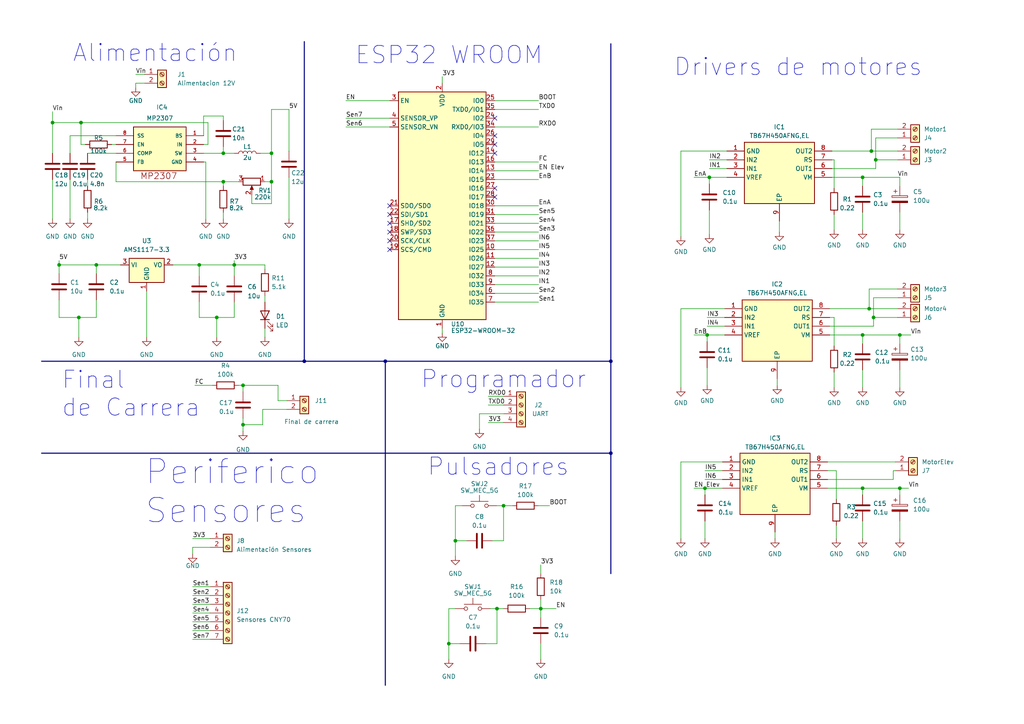
<source format=kicad_sch>
(kicad_sch (version 20230121) (generator eeschema)

  (uuid dfed5bf9-8b7f-4c1e-93df-1c25726c0e03)

  (paper "A4")

  (lib_symbols
    (symbol "Connector:Screw_Terminal_01x02" (pin_names (offset 1.016) hide) (in_bom yes) (on_board yes)
      (property "Reference" "J" (at 0 2.54 0)
        (effects (font (size 1.27 1.27)))
      )
      (property "Value" "Screw_Terminal_01x02" (at 0 -5.08 0)
        (effects (font (size 1.27 1.27)))
      )
      (property "Footprint" "" (at 0 0 0)
        (effects (font (size 1.27 1.27)) hide)
      )
      (property "Datasheet" "~" (at 0 0 0)
        (effects (font (size 1.27 1.27)) hide)
      )
      (property "ki_keywords" "screw terminal" (at 0 0 0)
        (effects (font (size 1.27 1.27)) hide)
      )
      (property "ki_description" "Generic screw terminal, single row, 01x02, script generated (kicad-library-utils/schlib/autogen/connector/)" (at 0 0 0)
        (effects (font (size 1.27 1.27)) hide)
      )
      (property "ki_fp_filters" "TerminalBlock*:*" (at 0 0 0)
        (effects (font (size 1.27 1.27)) hide)
      )
      (symbol "Screw_Terminal_01x02_1_1"
        (rectangle (start -1.27 1.27) (end 1.27 -3.81)
          (stroke (width 0.254) (type default))
          (fill (type background))
        )
        (circle (center 0 -2.54) (radius 0.635)
          (stroke (width 0.1524) (type default))
          (fill (type none))
        )
        (polyline
          (pts
            (xy -0.5334 -2.2098)
            (xy 0.3302 -3.048)
          )
          (stroke (width 0.1524) (type default))
          (fill (type none))
        )
        (polyline
          (pts
            (xy -0.5334 0.3302)
            (xy 0.3302 -0.508)
          )
          (stroke (width 0.1524) (type default))
          (fill (type none))
        )
        (polyline
          (pts
            (xy -0.3556 -2.032)
            (xy 0.508 -2.8702)
          )
          (stroke (width 0.1524) (type default))
          (fill (type none))
        )
        (polyline
          (pts
            (xy -0.3556 0.508)
            (xy 0.508 -0.3302)
          )
          (stroke (width 0.1524) (type default))
          (fill (type none))
        )
        (circle (center 0 0) (radius 0.635)
          (stroke (width 0.1524) (type default))
          (fill (type none))
        )
        (pin passive line (at -5.08 0 0) (length 3.81)
          (name "Pin_1" (effects (font (size 1.27 1.27))))
          (number "1" (effects (font (size 1.27 1.27))))
        )
        (pin passive line (at -5.08 -2.54 0) (length 3.81)
          (name "Pin_2" (effects (font (size 1.27 1.27))))
          (number "2" (effects (font (size 1.27 1.27))))
        )
      )
    )
    (symbol "Connector:Screw_Terminal_01x04" (pin_names (offset 1.016) hide) (in_bom yes) (on_board yes)
      (property "Reference" "J" (at 0 5.08 0)
        (effects (font (size 1.27 1.27)))
      )
      (property "Value" "Screw_Terminal_01x04" (at 0 -7.62 0)
        (effects (font (size 1.27 1.27)))
      )
      (property "Footprint" "" (at 0 0 0)
        (effects (font (size 1.27 1.27)) hide)
      )
      (property "Datasheet" "~" (at 0 0 0)
        (effects (font (size 1.27 1.27)) hide)
      )
      (property "ki_keywords" "screw terminal" (at 0 0 0)
        (effects (font (size 1.27 1.27)) hide)
      )
      (property "ki_description" "Generic screw terminal, single row, 01x04, script generated (kicad-library-utils/schlib/autogen/connector/)" (at 0 0 0)
        (effects (font (size 1.27 1.27)) hide)
      )
      (property "ki_fp_filters" "TerminalBlock*:*" (at 0 0 0)
        (effects (font (size 1.27 1.27)) hide)
      )
      (symbol "Screw_Terminal_01x04_1_1"
        (rectangle (start -1.27 3.81) (end 1.27 -6.35)
          (stroke (width 0.254) (type default))
          (fill (type background))
        )
        (circle (center 0 -5.08) (radius 0.635)
          (stroke (width 0.1524) (type default))
          (fill (type none))
        )
        (circle (center 0 -2.54) (radius 0.635)
          (stroke (width 0.1524) (type default))
          (fill (type none))
        )
        (polyline
          (pts
            (xy -0.5334 -4.7498)
            (xy 0.3302 -5.588)
          )
          (stroke (width 0.1524) (type default))
          (fill (type none))
        )
        (polyline
          (pts
            (xy -0.5334 -2.2098)
            (xy 0.3302 -3.048)
          )
          (stroke (width 0.1524) (type default))
          (fill (type none))
        )
        (polyline
          (pts
            (xy -0.5334 0.3302)
            (xy 0.3302 -0.508)
          )
          (stroke (width 0.1524) (type default))
          (fill (type none))
        )
        (polyline
          (pts
            (xy -0.5334 2.8702)
            (xy 0.3302 2.032)
          )
          (stroke (width 0.1524) (type default))
          (fill (type none))
        )
        (polyline
          (pts
            (xy -0.3556 -4.572)
            (xy 0.508 -5.4102)
          )
          (stroke (width 0.1524) (type default))
          (fill (type none))
        )
        (polyline
          (pts
            (xy -0.3556 -2.032)
            (xy 0.508 -2.8702)
          )
          (stroke (width 0.1524) (type default))
          (fill (type none))
        )
        (polyline
          (pts
            (xy -0.3556 0.508)
            (xy 0.508 -0.3302)
          )
          (stroke (width 0.1524) (type default))
          (fill (type none))
        )
        (polyline
          (pts
            (xy -0.3556 3.048)
            (xy 0.508 2.2098)
          )
          (stroke (width 0.1524) (type default))
          (fill (type none))
        )
        (circle (center 0 0) (radius 0.635)
          (stroke (width 0.1524) (type default))
          (fill (type none))
        )
        (circle (center 0 2.54) (radius 0.635)
          (stroke (width 0.1524) (type default))
          (fill (type none))
        )
        (pin passive line (at -5.08 2.54 0) (length 3.81)
          (name "Pin_1" (effects (font (size 1.27 1.27))))
          (number "1" (effects (font (size 1.27 1.27))))
        )
        (pin passive line (at -5.08 0 0) (length 3.81)
          (name "Pin_2" (effects (font (size 1.27 1.27))))
          (number "2" (effects (font (size 1.27 1.27))))
        )
        (pin passive line (at -5.08 -2.54 0) (length 3.81)
          (name "Pin_3" (effects (font (size 1.27 1.27))))
          (number "3" (effects (font (size 1.27 1.27))))
        )
        (pin passive line (at -5.08 -5.08 0) (length 3.81)
          (name "Pin_4" (effects (font (size 1.27 1.27))))
          (number "4" (effects (font (size 1.27 1.27))))
        )
      )
    )
    (symbol "Connector:Screw_Terminal_01x07" (pin_names (offset 1.016) hide) (in_bom yes) (on_board yes)
      (property "Reference" "J" (at 0 10.16 0)
        (effects (font (size 1.27 1.27)))
      )
      (property "Value" "Screw_Terminal_01x07" (at 0 -10.16 0)
        (effects (font (size 1.27 1.27)))
      )
      (property "Footprint" "" (at 0 0 0)
        (effects (font (size 1.27 1.27)) hide)
      )
      (property "Datasheet" "~" (at 0 0 0)
        (effects (font (size 1.27 1.27)) hide)
      )
      (property "ki_keywords" "screw terminal" (at 0 0 0)
        (effects (font (size 1.27 1.27)) hide)
      )
      (property "ki_description" "Generic screw terminal, single row, 01x07, script generated (kicad-library-utils/schlib/autogen/connector/)" (at 0 0 0)
        (effects (font (size 1.27 1.27)) hide)
      )
      (property "ki_fp_filters" "TerminalBlock*:*" (at 0 0 0)
        (effects (font (size 1.27 1.27)) hide)
      )
      (symbol "Screw_Terminal_01x07_1_1"
        (rectangle (start -1.27 8.89) (end 1.27 -8.89)
          (stroke (width 0.254) (type default))
          (fill (type background))
        )
        (circle (center 0 -7.62) (radius 0.635)
          (stroke (width 0.1524) (type default))
          (fill (type none))
        )
        (circle (center 0 -5.08) (radius 0.635)
          (stroke (width 0.1524) (type default))
          (fill (type none))
        )
        (circle (center 0 -2.54) (radius 0.635)
          (stroke (width 0.1524) (type default))
          (fill (type none))
        )
        (polyline
          (pts
            (xy -0.5334 -7.2898)
            (xy 0.3302 -8.128)
          )
          (stroke (width 0.1524) (type default))
          (fill (type none))
        )
        (polyline
          (pts
            (xy -0.5334 -4.7498)
            (xy 0.3302 -5.588)
          )
          (stroke (width 0.1524) (type default))
          (fill (type none))
        )
        (polyline
          (pts
            (xy -0.5334 -2.2098)
            (xy 0.3302 -3.048)
          )
          (stroke (width 0.1524) (type default))
          (fill (type none))
        )
        (polyline
          (pts
            (xy -0.5334 0.3302)
            (xy 0.3302 -0.508)
          )
          (stroke (width 0.1524) (type default))
          (fill (type none))
        )
        (polyline
          (pts
            (xy -0.5334 2.8702)
            (xy 0.3302 2.032)
          )
          (stroke (width 0.1524) (type default))
          (fill (type none))
        )
        (polyline
          (pts
            (xy -0.5334 5.4102)
            (xy 0.3302 4.572)
          )
          (stroke (width 0.1524) (type default))
          (fill (type none))
        )
        (polyline
          (pts
            (xy -0.5334 7.9502)
            (xy 0.3302 7.112)
          )
          (stroke (width 0.1524) (type default))
          (fill (type none))
        )
        (polyline
          (pts
            (xy -0.3556 -7.112)
            (xy 0.508 -7.9502)
          )
          (stroke (width 0.1524) (type default))
          (fill (type none))
        )
        (polyline
          (pts
            (xy -0.3556 -4.572)
            (xy 0.508 -5.4102)
          )
          (stroke (width 0.1524) (type default))
          (fill (type none))
        )
        (polyline
          (pts
            (xy -0.3556 -2.032)
            (xy 0.508 -2.8702)
          )
          (stroke (width 0.1524) (type default))
          (fill (type none))
        )
        (polyline
          (pts
            (xy -0.3556 0.508)
            (xy 0.508 -0.3302)
          )
          (stroke (width 0.1524) (type default))
          (fill (type none))
        )
        (polyline
          (pts
            (xy -0.3556 3.048)
            (xy 0.508 2.2098)
          )
          (stroke (width 0.1524) (type default))
          (fill (type none))
        )
        (polyline
          (pts
            (xy -0.3556 5.588)
            (xy 0.508 4.7498)
          )
          (stroke (width 0.1524) (type default))
          (fill (type none))
        )
        (polyline
          (pts
            (xy -0.3556 8.128)
            (xy 0.508 7.2898)
          )
          (stroke (width 0.1524) (type default))
          (fill (type none))
        )
        (circle (center 0 0) (radius 0.635)
          (stroke (width 0.1524) (type default))
          (fill (type none))
        )
        (circle (center 0 2.54) (radius 0.635)
          (stroke (width 0.1524) (type default))
          (fill (type none))
        )
        (circle (center 0 5.08) (radius 0.635)
          (stroke (width 0.1524) (type default))
          (fill (type none))
        )
        (circle (center 0 7.62) (radius 0.635)
          (stroke (width 0.1524) (type default))
          (fill (type none))
        )
        (pin passive line (at -5.08 7.62 0) (length 3.81)
          (name "Pin_1" (effects (font (size 1.27 1.27))))
          (number "1" (effects (font (size 1.27 1.27))))
        )
        (pin passive line (at -5.08 5.08 0) (length 3.81)
          (name "Pin_2" (effects (font (size 1.27 1.27))))
          (number "2" (effects (font (size 1.27 1.27))))
        )
        (pin passive line (at -5.08 2.54 0) (length 3.81)
          (name "Pin_3" (effects (font (size 1.27 1.27))))
          (number "3" (effects (font (size 1.27 1.27))))
        )
        (pin passive line (at -5.08 0 0) (length 3.81)
          (name "Pin_4" (effects (font (size 1.27 1.27))))
          (number "4" (effects (font (size 1.27 1.27))))
        )
        (pin passive line (at -5.08 -2.54 0) (length 3.81)
          (name "Pin_5" (effects (font (size 1.27 1.27))))
          (number "5" (effects (font (size 1.27 1.27))))
        )
        (pin passive line (at -5.08 -5.08 0) (length 3.81)
          (name "Pin_6" (effects (font (size 1.27 1.27))))
          (number "6" (effects (font (size 1.27 1.27))))
        )
        (pin passive line (at -5.08 -7.62 0) (length 3.81)
          (name "Pin_7" (effects (font (size 1.27 1.27))))
          (number "7" (effects (font (size 1.27 1.27))))
        )
      )
    )
    (symbol "Device:C" (pin_numbers hide) (pin_names (offset 0.254)) (in_bom yes) (on_board yes)
      (property "Reference" "C" (at 0.635 2.54 0)
        (effects (font (size 1.27 1.27)) (justify left))
      )
      (property "Value" "C" (at 0.635 -2.54 0)
        (effects (font (size 1.27 1.27)) (justify left))
      )
      (property "Footprint" "" (at 0.9652 -3.81 0)
        (effects (font (size 1.27 1.27)) hide)
      )
      (property "Datasheet" "~" (at 0 0 0)
        (effects (font (size 1.27 1.27)) hide)
      )
      (property "ki_keywords" "cap capacitor" (at 0 0 0)
        (effects (font (size 1.27 1.27)) hide)
      )
      (property "ki_description" "Unpolarized capacitor" (at 0 0 0)
        (effects (font (size 1.27 1.27)) hide)
      )
      (property "ki_fp_filters" "C_*" (at 0 0 0)
        (effects (font (size 1.27 1.27)) hide)
      )
      (symbol "C_0_1"
        (polyline
          (pts
            (xy -2.032 -0.762)
            (xy 2.032 -0.762)
          )
          (stroke (width 0.508) (type default))
          (fill (type none))
        )
        (polyline
          (pts
            (xy -2.032 0.762)
            (xy 2.032 0.762)
          )
          (stroke (width 0.508) (type default))
          (fill (type none))
        )
      )
      (symbol "C_1_1"
        (pin passive line (at 0 3.81 270) (length 2.794)
          (name "~" (effects (font (size 1.27 1.27))))
          (number "1" (effects (font (size 1.27 1.27))))
        )
        (pin passive line (at 0 -3.81 90) (length 2.794)
          (name "~" (effects (font (size 1.27 1.27))))
          (number "2" (effects (font (size 1.27 1.27))))
        )
      )
    )
    (symbol "Device:C_Polarized" (pin_numbers hide) (pin_names (offset 0.254)) (in_bom yes) (on_board yes)
      (property "Reference" "C" (at 0.635 2.54 0)
        (effects (font (size 1.27 1.27)) (justify left))
      )
      (property "Value" "C_Polarized" (at 0.635 -2.54 0)
        (effects (font (size 1.27 1.27)) (justify left))
      )
      (property "Footprint" "" (at 0.9652 -3.81 0)
        (effects (font (size 1.27 1.27)) hide)
      )
      (property "Datasheet" "~" (at 0 0 0)
        (effects (font (size 1.27 1.27)) hide)
      )
      (property "ki_keywords" "cap capacitor" (at 0 0 0)
        (effects (font (size 1.27 1.27)) hide)
      )
      (property "ki_description" "Polarized capacitor" (at 0 0 0)
        (effects (font (size 1.27 1.27)) hide)
      )
      (property "ki_fp_filters" "CP_*" (at 0 0 0)
        (effects (font (size 1.27 1.27)) hide)
      )
      (symbol "C_Polarized_0_1"
        (rectangle (start -2.286 0.508) (end 2.286 1.016)
          (stroke (width 0) (type default))
          (fill (type none))
        )
        (polyline
          (pts
            (xy -1.778 2.286)
            (xy -0.762 2.286)
          )
          (stroke (width 0) (type default))
          (fill (type none))
        )
        (polyline
          (pts
            (xy -1.27 2.794)
            (xy -1.27 1.778)
          )
          (stroke (width 0) (type default))
          (fill (type none))
        )
        (rectangle (start 2.286 -0.508) (end -2.286 -1.016)
          (stroke (width 0) (type default))
          (fill (type outline))
        )
      )
      (symbol "C_Polarized_1_1"
        (pin passive line (at 0 3.81 270) (length 2.794)
          (name "~" (effects (font (size 1.27 1.27))))
          (number "1" (effects (font (size 1.27 1.27))))
        )
        (pin passive line (at 0 -3.81 90) (length 2.794)
          (name "~" (effects (font (size 1.27 1.27))))
          (number "2" (effects (font (size 1.27 1.27))))
        )
      )
    )
    (symbol "Device:L" (pin_numbers hide) (pin_names (offset 1.016) hide) (in_bom yes) (on_board yes)
      (property "Reference" "L" (at -1.27 0 90)
        (effects (font (size 1.27 1.27)))
      )
      (property "Value" "L" (at 1.905 0 90)
        (effects (font (size 1.27 1.27)))
      )
      (property "Footprint" "" (at 0 0 0)
        (effects (font (size 1.27 1.27)) hide)
      )
      (property "Datasheet" "~" (at 0 0 0)
        (effects (font (size 1.27 1.27)) hide)
      )
      (property "ki_keywords" "inductor choke coil reactor magnetic" (at 0 0 0)
        (effects (font (size 1.27 1.27)) hide)
      )
      (property "ki_description" "Inductor" (at 0 0 0)
        (effects (font (size 1.27 1.27)) hide)
      )
      (property "ki_fp_filters" "Choke_* *Coil* Inductor_* L_*" (at 0 0 0)
        (effects (font (size 1.27 1.27)) hide)
      )
      (symbol "L_0_1"
        (arc (start 0 -2.54) (mid 0.6323 -1.905) (end 0 -1.27)
          (stroke (width 0) (type default))
          (fill (type none))
        )
        (arc (start 0 -1.27) (mid 0.6323 -0.635) (end 0 0)
          (stroke (width 0) (type default))
          (fill (type none))
        )
        (arc (start 0 0) (mid 0.6323 0.635) (end 0 1.27)
          (stroke (width 0) (type default))
          (fill (type none))
        )
        (arc (start 0 1.27) (mid 0.6323 1.905) (end 0 2.54)
          (stroke (width 0) (type default))
          (fill (type none))
        )
      )
      (symbol "L_1_1"
        (pin passive line (at 0 3.81 270) (length 1.27)
          (name "1" (effects (font (size 1.27 1.27))))
          (number "1" (effects (font (size 1.27 1.27))))
        )
        (pin passive line (at 0 -3.81 90) (length 1.27)
          (name "2" (effects (font (size 1.27 1.27))))
          (number "2" (effects (font (size 1.27 1.27))))
        )
      )
    )
    (symbol "Device:LED" (pin_numbers hide) (pin_names (offset 1.016) hide) (in_bom yes) (on_board yes)
      (property "Reference" "D" (at 0 2.54 0)
        (effects (font (size 1.27 1.27)))
      )
      (property "Value" "LED" (at 0 -2.54 0)
        (effects (font (size 1.27 1.27)))
      )
      (property "Footprint" "" (at 0 0 0)
        (effects (font (size 1.27 1.27)) hide)
      )
      (property "Datasheet" "~" (at 0 0 0)
        (effects (font (size 1.27 1.27)) hide)
      )
      (property "ki_keywords" "LED diode" (at 0 0 0)
        (effects (font (size 1.27 1.27)) hide)
      )
      (property "ki_description" "Light emitting diode" (at 0 0 0)
        (effects (font (size 1.27 1.27)) hide)
      )
      (property "ki_fp_filters" "LED* LED_SMD:* LED_THT:*" (at 0 0 0)
        (effects (font (size 1.27 1.27)) hide)
      )
      (symbol "LED_0_1"
        (polyline
          (pts
            (xy -1.27 -1.27)
            (xy -1.27 1.27)
          )
          (stroke (width 0.254) (type default))
          (fill (type none))
        )
        (polyline
          (pts
            (xy -1.27 0)
            (xy 1.27 0)
          )
          (stroke (width 0) (type default))
          (fill (type none))
        )
        (polyline
          (pts
            (xy 1.27 -1.27)
            (xy 1.27 1.27)
            (xy -1.27 0)
            (xy 1.27 -1.27)
          )
          (stroke (width 0.254) (type default))
          (fill (type none))
        )
        (polyline
          (pts
            (xy -3.048 -0.762)
            (xy -4.572 -2.286)
            (xy -3.81 -2.286)
            (xy -4.572 -2.286)
            (xy -4.572 -1.524)
          )
          (stroke (width 0) (type default))
          (fill (type none))
        )
        (polyline
          (pts
            (xy -1.778 -0.762)
            (xy -3.302 -2.286)
            (xy -2.54 -2.286)
            (xy -3.302 -2.286)
            (xy -3.302 -1.524)
          )
          (stroke (width 0) (type default))
          (fill (type none))
        )
      )
      (symbol "LED_1_1"
        (pin passive line (at -3.81 0 0) (length 2.54)
          (name "K" (effects (font (size 1.27 1.27))))
          (number "1" (effects (font (size 1.27 1.27))))
        )
        (pin passive line (at 3.81 0 180) (length 2.54)
          (name "A" (effects (font (size 1.27 1.27))))
          (number "2" (effects (font (size 1.27 1.27))))
        )
      )
    )
    (symbol "Device:R" (pin_numbers hide) (pin_names (offset 0)) (in_bom yes) (on_board yes)
      (property "Reference" "R" (at 2.032 0 90)
        (effects (font (size 1.27 1.27)))
      )
      (property "Value" "R" (at 0 0 90)
        (effects (font (size 1.27 1.27)))
      )
      (property "Footprint" "" (at -1.778 0 90)
        (effects (font (size 1.27 1.27)) hide)
      )
      (property "Datasheet" "~" (at 0 0 0)
        (effects (font (size 1.27 1.27)) hide)
      )
      (property "ki_keywords" "R res resistor" (at 0 0 0)
        (effects (font (size 1.27 1.27)) hide)
      )
      (property "ki_description" "Resistor" (at 0 0 0)
        (effects (font (size 1.27 1.27)) hide)
      )
      (property "ki_fp_filters" "R_*" (at 0 0 0)
        (effects (font (size 1.27 1.27)) hide)
      )
      (symbol "R_0_1"
        (rectangle (start -1.016 -2.54) (end 1.016 2.54)
          (stroke (width 0.254) (type default))
          (fill (type none))
        )
      )
      (symbol "R_1_1"
        (pin passive line (at 0 3.81 270) (length 1.27)
          (name "~" (effects (font (size 1.27 1.27))))
          (number "1" (effects (font (size 1.27 1.27))))
        )
        (pin passive line (at 0 -3.81 90) (length 1.27)
          (name "~" (effects (font (size 1.27 1.27))))
          (number "2" (effects (font (size 1.27 1.27))))
        )
      )
    )
    (symbol "Device:R_Potentiometer" (pin_names (offset 1.016) hide) (in_bom yes) (on_board yes)
      (property "Reference" "RV" (at -4.445 0 90)
        (effects (font (size 1.27 1.27)))
      )
      (property "Value" "R_Potentiometer" (at -2.54 0 90)
        (effects (font (size 1.27 1.27)))
      )
      (property "Footprint" "" (at 0 0 0)
        (effects (font (size 1.27 1.27)) hide)
      )
      (property "Datasheet" "~" (at 0 0 0)
        (effects (font (size 1.27 1.27)) hide)
      )
      (property "ki_keywords" "resistor variable" (at 0 0 0)
        (effects (font (size 1.27 1.27)) hide)
      )
      (property "ki_description" "Potentiometer" (at 0 0 0)
        (effects (font (size 1.27 1.27)) hide)
      )
      (property "ki_fp_filters" "Potentiometer*" (at 0 0 0)
        (effects (font (size 1.27 1.27)) hide)
      )
      (symbol "R_Potentiometer_0_1"
        (polyline
          (pts
            (xy 2.54 0)
            (xy 1.524 0)
          )
          (stroke (width 0) (type default))
          (fill (type none))
        )
        (polyline
          (pts
            (xy 1.143 0)
            (xy 2.286 0.508)
            (xy 2.286 -0.508)
            (xy 1.143 0)
          )
          (stroke (width 0) (type default))
          (fill (type outline))
        )
        (rectangle (start 1.016 2.54) (end -1.016 -2.54)
          (stroke (width 0.254) (type default))
          (fill (type none))
        )
      )
      (symbol "R_Potentiometer_1_1"
        (pin passive line (at 0 3.81 270) (length 1.27)
          (name "1" (effects (font (size 1.27 1.27))))
          (number "1" (effects (font (size 1.27 1.27))))
        )
        (pin passive line (at 3.81 0 180) (length 1.27)
          (name "2" (effects (font (size 1.27 1.27))))
          (number "2" (effects (font (size 1.27 1.27))))
        )
        (pin passive line (at 0 -3.81 90) (length 1.27)
          (name "3" (effects (font (size 1.27 1.27))))
          (number "3" (effects (font (size 1.27 1.27))))
        )
      )
    )
    (symbol "GND_1" (power) (pin_names (offset 0)) (in_bom yes) (on_board yes)
      (property "Reference" "#PWR" (at 0 -6.35 0)
        (effects (font (size 1.27 1.27)) hide)
      )
      (property "Value" "GND_1" (at 0 -3.81 0)
        (effects (font (size 1.27 1.27)))
      )
      (property "Footprint" "" (at 0 0 0)
        (effects (font (size 1.27 1.27)) hide)
      )
      (property "Datasheet" "" (at 0 0 0)
        (effects (font (size 1.27 1.27)) hide)
      )
      (property "ki_keywords" "global power" (at 0 0 0)
        (effects (font (size 1.27 1.27)) hide)
      )
      (property "ki_description" "Power symbol creates a global label with name \"GND\" , ground" (at 0 0 0)
        (effects (font (size 1.27 1.27)) hide)
      )
      (symbol "GND_1_0_1"
        (polyline
          (pts
            (xy 0 0)
            (xy 0 -1.27)
            (xy 1.27 -1.27)
            (xy 0 -2.54)
            (xy -1.27 -1.27)
            (xy 0 -1.27)
          )
          (stroke (width 0) (type default))
          (fill (type none))
        )
      )
      (symbol "GND_1_1_1"
        (pin power_in line (at 0 0 270) (length 0) hide
          (name "GND" (effects (font (size 1.27 1.27))))
          (number "1" (effects (font (size 1.27 1.27))))
        )
      )
    )
    (symbol "MP2307:MP2307" (pin_names (offset 1.016)) (in_bom yes) (on_board yes)
      (property "Reference" "IC" (at 0 0 0)
        (effects (font (size 1.27 1.27)) (justify bottom))
      )
      (property "Value" "MP2307" (at -5.08 7.62 0)
        (effects (font (size 1.27 1.27)) (justify left bottom))
      )
      (property "Footprint" "SO8-TH" (at 0 0 0)
        (effects (font (size 1.27 1.27)) (justify bottom) hide)
      )
      (property "Datasheet" "" (at 0 0 0)
        (effects (font (size 1.27 1.27)) hide)
      )
      (symbol "MP2307_0_0"
        (rectangle (start -7.62 -5.08) (end 7.62 7.62)
          (stroke (width 0.254) (type default))
          (fill (type background))
        )
        (text "MP2307" (at -5.08 -7.62 0)
          (effects (font (size 1.778 1.778)) (justify left bottom))
        )
        (pin bidirectional line (at -12.7 5.08 0) (length 5.08)
          (name "BS" (effects (font (size 1.016 1.016))))
          (number "1" (effects (font (size 1.016 1.016))))
        )
        (pin bidirectional line (at -12.7 2.54 0) (length 5.08)
          (name "IN" (effects (font (size 1.016 1.016))))
          (number "2" (effects (font (size 1.016 1.016))))
        )
        (pin bidirectional line (at -12.7 0 0) (length 5.08)
          (name "SW" (effects (font (size 1.016 1.016))))
          (number "3" (effects (font (size 1.016 1.016))))
        )
        (pin bidirectional line (at -12.7 -2.54 0) (length 5.08)
          (name "GND" (effects (font (size 1.016 1.016))))
          (number "4" (effects (font (size 1.016 1.016))))
        )
        (pin bidirectional line (at 12.7 -2.54 180) (length 5.08)
          (name "FB" (effects (font (size 1.016 1.016))))
          (number "5" (effects (font (size 1.016 1.016))))
        )
        (pin bidirectional line (at 12.7 0 180) (length 5.08)
          (name "COMP" (effects (font (size 1.016 1.016))))
          (number "6" (effects (font (size 1.016 1.016))))
        )
        (pin bidirectional line (at 12.7 2.54 180) (length 5.08)
          (name "EN" (effects (font (size 1.016 1.016))))
          (number "7" (effects (font (size 1.016 1.016))))
        )
        (pin bidirectional line (at 12.7 5.08 180) (length 5.08)
          (name "SS" (effects (font (size 1.016 1.016))))
          (number "8" (effects (font (size 1.016 1.016))))
        )
      )
    )
    (symbol "RF_Module:ESP32-WROOM-32" (in_bom yes) (on_board yes)
      (property "Reference" "U" (at -12.7 34.29 0)
        (effects (font (size 1.27 1.27)) (justify left))
      )
      (property "Value" "ESP32-WROOM-32" (at 1.27 34.29 0)
        (effects (font (size 1.27 1.27)) (justify left))
      )
      (property "Footprint" "RF_Module:ESP32-WROOM-32" (at 0 -38.1 0)
        (effects (font (size 1.27 1.27)) hide)
      )
      (property "Datasheet" "https://www.espressif.com/sites/default/files/documentation/esp32-wroom-32_datasheet_en.pdf" (at -7.62 1.27 0)
        (effects (font (size 1.27 1.27)) hide)
      )
      (property "ki_keywords" "RF Radio BT ESP ESP32 Espressif onboard PCB antenna" (at 0 0 0)
        (effects (font (size 1.27 1.27)) hide)
      )
      (property "ki_description" "RF Module, ESP32-D0WDQ6 SoC, Wi-Fi 802.11b/g/n, Bluetooth, BLE, 32-bit, 2.7-3.6V, onboard antenna, SMD" (at 0 0 0)
        (effects (font (size 1.27 1.27)) hide)
      )
      (property "ki_fp_filters" "ESP32?WROOM?32*" (at 0 0 0)
        (effects (font (size 1.27 1.27)) hide)
      )
      (symbol "ESP32-WROOM-32_0_1"
        (rectangle (start -12.7 33.02) (end 12.7 -33.02)
          (stroke (width 0.254) (type default))
          (fill (type background))
        )
      )
      (symbol "ESP32-WROOM-32_1_1"
        (pin power_in line (at 0 -35.56 90) (length 2.54)
          (name "GND" (effects (font (size 1.27 1.27))))
          (number "1" (effects (font (size 1.27 1.27))))
        )
        (pin bidirectional line (at 15.24 -12.7 180) (length 2.54)
          (name "IO25" (effects (font (size 1.27 1.27))))
          (number "10" (effects (font (size 1.27 1.27))))
        )
        (pin bidirectional line (at 15.24 -15.24 180) (length 2.54)
          (name "IO26" (effects (font (size 1.27 1.27))))
          (number "11" (effects (font (size 1.27 1.27))))
        )
        (pin bidirectional line (at 15.24 -17.78 180) (length 2.54)
          (name "IO27" (effects (font (size 1.27 1.27))))
          (number "12" (effects (font (size 1.27 1.27))))
        )
        (pin bidirectional line (at 15.24 10.16 180) (length 2.54)
          (name "IO14" (effects (font (size 1.27 1.27))))
          (number "13" (effects (font (size 1.27 1.27))))
        )
        (pin bidirectional line (at 15.24 15.24 180) (length 2.54)
          (name "IO12" (effects (font (size 1.27 1.27))))
          (number "14" (effects (font (size 1.27 1.27))))
        )
        (pin passive line (at 0 -35.56 90) (length 2.54) hide
          (name "GND" (effects (font (size 1.27 1.27))))
          (number "15" (effects (font (size 1.27 1.27))))
        )
        (pin bidirectional line (at 15.24 12.7 180) (length 2.54)
          (name "IO13" (effects (font (size 1.27 1.27))))
          (number "16" (effects (font (size 1.27 1.27))))
        )
        (pin bidirectional line (at -15.24 -5.08 0) (length 2.54)
          (name "SHD/SD2" (effects (font (size 1.27 1.27))))
          (number "17" (effects (font (size 1.27 1.27))))
        )
        (pin bidirectional line (at -15.24 -7.62 0) (length 2.54)
          (name "SWP/SD3" (effects (font (size 1.27 1.27))))
          (number "18" (effects (font (size 1.27 1.27))))
        )
        (pin bidirectional line (at -15.24 -12.7 0) (length 2.54)
          (name "SCS/CMD" (effects (font (size 1.27 1.27))))
          (number "19" (effects (font (size 1.27 1.27))))
        )
        (pin power_in line (at 0 35.56 270) (length 2.54)
          (name "VDD" (effects (font (size 1.27 1.27))))
          (number "2" (effects (font (size 1.27 1.27))))
        )
        (pin bidirectional line (at -15.24 -10.16 0) (length 2.54)
          (name "SCK/CLK" (effects (font (size 1.27 1.27))))
          (number "20" (effects (font (size 1.27 1.27))))
        )
        (pin bidirectional line (at -15.24 0 0) (length 2.54)
          (name "SDO/SD0" (effects (font (size 1.27 1.27))))
          (number "21" (effects (font (size 1.27 1.27))))
        )
        (pin bidirectional line (at -15.24 -2.54 0) (length 2.54)
          (name "SDI/SD1" (effects (font (size 1.27 1.27))))
          (number "22" (effects (font (size 1.27 1.27))))
        )
        (pin bidirectional line (at 15.24 7.62 180) (length 2.54)
          (name "IO15" (effects (font (size 1.27 1.27))))
          (number "23" (effects (font (size 1.27 1.27))))
        )
        (pin bidirectional line (at 15.24 25.4 180) (length 2.54)
          (name "IO2" (effects (font (size 1.27 1.27))))
          (number "24" (effects (font (size 1.27 1.27))))
        )
        (pin bidirectional line (at 15.24 30.48 180) (length 2.54)
          (name "IO0" (effects (font (size 1.27 1.27))))
          (number "25" (effects (font (size 1.27 1.27))))
        )
        (pin bidirectional line (at 15.24 20.32 180) (length 2.54)
          (name "IO4" (effects (font (size 1.27 1.27))))
          (number "26" (effects (font (size 1.27 1.27))))
        )
        (pin bidirectional line (at 15.24 5.08 180) (length 2.54)
          (name "IO16" (effects (font (size 1.27 1.27))))
          (number "27" (effects (font (size 1.27 1.27))))
        )
        (pin bidirectional line (at 15.24 2.54 180) (length 2.54)
          (name "IO17" (effects (font (size 1.27 1.27))))
          (number "28" (effects (font (size 1.27 1.27))))
        )
        (pin bidirectional line (at 15.24 17.78 180) (length 2.54)
          (name "IO5" (effects (font (size 1.27 1.27))))
          (number "29" (effects (font (size 1.27 1.27))))
        )
        (pin input line (at -15.24 30.48 0) (length 2.54)
          (name "EN" (effects (font (size 1.27 1.27))))
          (number "3" (effects (font (size 1.27 1.27))))
        )
        (pin bidirectional line (at 15.24 0 180) (length 2.54)
          (name "IO18" (effects (font (size 1.27 1.27))))
          (number "30" (effects (font (size 1.27 1.27))))
        )
        (pin bidirectional line (at 15.24 -2.54 180) (length 2.54)
          (name "IO19" (effects (font (size 1.27 1.27))))
          (number "31" (effects (font (size 1.27 1.27))))
        )
        (pin no_connect line (at -12.7 -27.94 0) (length 2.54) hide
          (name "NC" (effects (font (size 1.27 1.27))))
          (number "32" (effects (font (size 1.27 1.27))))
        )
        (pin bidirectional line (at 15.24 -5.08 180) (length 2.54)
          (name "IO21" (effects (font (size 1.27 1.27))))
          (number "33" (effects (font (size 1.27 1.27))))
        )
        (pin bidirectional line (at 15.24 22.86 180) (length 2.54)
          (name "RXD0/IO3" (effects (font (size 1.27 1.27))))
          (number "34" (effects (font (size 1.27 1.27))))
        )
        (pin bidirectional line (at 15.24 27.94 180) (length 2.54)
          (name "TXD0/IO1" (effects (font (size 1.27 1.27))))
          (number "35" (effects (font (size 1.27 1.27))))
        )
        (pin bidirectional line (at 15.24 -7.62 180) (length 2.54)
          (name "IO22" (effects (font (size 1.27 1.27))))
          (number "36" (effects (font (size 1.27 1.27))))
        )
        (pin bidirectional line (at 15.24 -10.16 180) (length 2.54)
          (name "IO23" (effects (font (size 1.27 1.27))))
          (number "37" (effects (font (size 1.27 1.27))))
        )
        (pin passive line (at 0 -35.56 90) (length 2.54) hide
          (name "GND" (effects (font (size 1.27 1.27))))
          (number "38" (effects (font (size 1.27 1.27))))
        )
        (pin passive line (at 0 -35.56 90) (length 2.54) hide
          (name "GND" (effects (font (size 1.27 1.27))))
          (number "39" (effects (font (size 1.27 1.27))))
        )
        (pin input line (at -15.24 25.4 0) (length 2.54)
          (name "SENSOR_VP" (effects (font (size 1.27 1.27))))
          (number "4" (effects (font (size 1.27 1.27))))
        )
        (pin input line (at -15.24 22.86 0) (length 2.54)
          (name "SENSOR_VN" (effects (font (size 1.27 1.27))))
          (number "5" (effects (font (size 1.27 1.27))))
        )
        (pin input line (at 15.24 -25.4 180) (length 2.54)
          (name "IO34" (effects (font (size 1.27 1.27))))
          (number "6" (effects (font (size 1.27 1.27))))
        )
        (pin input line (at 15.24 -27.94 180) (length 2.54)
          (name "IO35" (effects (font (size 1.27 1.27))))
          (number "7" (effects (font (size 1.27 1.27))))
        )
        (pin bidirectional line (at 15.24 -20.32 180) (length 2.54)
          (name "IO32" (effects (font (size 1.27 1.27))))
          (number "8" (effects (font (size 1.27 1.27))))
        )
        (pin bidirectional line (at 15.24 -22.86 180) (length 2.54)
          (name "IO33" (effects (font (size 1.27 1.27))))
          (number "9" (effects (font (size 1.27 1.27))))
        )
      )
    )
    (symbol "Regulator_Linear:AMS1117-3.3" (in_bom yes) (on_board yes)
      (property "Reference" "U" (at -3.81 3.175 0)
        (effects (font (size 1.27 1.27)))
      )
      (property "Value" "AMS1117-3.3" (at 0 3.175 0)
        (effects (font (size 1.27 1.27)) (justify left))
      )
      (property "Footprint" "Package_TO_SOT_SMD:SOT-223-3_TabPin2" (at 0 5.08 0)
        (effects (font (size 1.27 1.27)) hide)
      )
      (property "Datasheet" "http://www.advanced-monolithic.com/pdf/ds1117.pdf" (at 2.54 -6.35 0)
        (effects (font (size 1.27 1.27)) hide)
      )
      (property "ki_keywords" "linear regulator ldo fixed positive" (at 0 0 0)
        (effects (font (size 1.27 1.27)) hide)
      )
      (property "ki_description" "1A Low Dropout regulator, positive, 3.3V fixed output, SOT-223" (at 0 0 0)
        (effects (font (size 1.27 1.27)) hide)
      )
      (property "ki_fp_filters" "SOT?223*TabPin2*" (at 0 0 0)
        (effects (font (size 1.27 1.27)) hide)
      )
      (symbol "AMS1117-3.3_0_1"
        (rectangle (start -5.08 -5.08) (end 5.08 1.905)
          (stroke (width 0.254) (type default))
          (fill (type background))
        )
      )
      (symbol "AMS1117-3.3_1_1"
        (pin power_in line (at 0 -7.62 90) (length 2.54)
          (name "GND" (effects (font (size 1.27 1.27))))
          (number "1" (effects (font (size 1.27 1.27))))
        )
        (pin power_out line (at 7.62 0 180) (length 2.54)
          (name "VO" (effects (font (size 1.27 1.27))))
          (number "2" (effects (font (size 1.27 1.27))))
        )
        (pin power_in line (at -7.62 0 0) (length 2.54)
          (name "VI" (effects (font (size 1.27 1.27))))
          (number "3" (effects (font (size 1.27 1.27))))
        )
      )
    )
    (symbol "SW_MEC_5G_2" (pin_numbers hide) (pin_names (offset 1.016) hide) (in_bom yes) (on_board yes)
      (property "Reference" "SWJ2" (at 0 6.35 0)
        (effects (font (size 1.27 1.27)))
      )
      (property "Value" "SW_MEC_5G" (at 0 4.445 0)
        (effects (font (size 1.27 1.27)))
      )
      (property "Footprint" "Button_Switch_SMD:SW_Push_SPST_NO_Alps_SKRK" (at 0 5.08 0)
        (effects (font (size 1.27 1.27)) hide)
      )
      (property "Datasheet" "http://www.apem.com/int/index.php?controller=attachment&id_attachment=488" (at 0 5.08 0)
        (effects (font (size 1.27 1.27)) hide)
      )
      (property "ki_keywords" "switch normally-open pushbutton push-button" (at 0 0 0)
        (effects (font (size 1.27 1.27)) hide)
      )
      (property "ki_description" "MEC 5G single pole normally-open tactile switch" (at 0 0 0)
        (effects (font (size 1.27 1.27)) hide)
      )
      (property "ki_fp_filters" "SW*MEC*5G*" (at 0 0 0)
        (effects (font (size 1.27 1.27)) hide)
      )
      (symbol "SW_MEC_5G_2_0_1"
        (circle (center -2.032 0) (radius 0.508)
          (stroke (width 0) (type default))
          (fill (type none))
        )
        (polyline
          (pts
            (xy 0 1.27)
            (xy 0 3.048)
          )
          (stroke (width 0) (type default))
          (fill (type none))
        )
        (polyline
          (pts
            (xy 2.54 1.27)
            (xy -2.54 1.27)
          )
          (stroke (width 0) (type default))
          (fill (type none))
        )
        (circle (center 2.032 0) (radius 0.508)
          (stroke (width 0) (type default))
          (fill (type none))
        )
        (pin passive line (at -5.08 0 0) (length 2.54)
          (name "A" (effects (font (size 1.27 1.27))))
          (number "1" (effects (font (size 1.27 1.27))))
        )
      )
      (symbol "SW_MEC_5G_2_1_1"
        (pin passive line (at 5.08 0 180) (length 2.54)
          (name "B" (effects (font (size 1.27 1.27))))
          (number "2" (effects (font (size 1.27 1.27))))
        )
      )
    )
    (symbol "TB67H450AFNG_EL:TB67H450AFNG,EL" (in_bom yes) (on_board yes)
      (property "Reference" "IC" (at 26.67 7.62 0)
        (effects (font (size 1.27 1.27)) (justify left top))
      )
      (property "Value" "TB67H450AFNG,EL" (at 26.67 5.08 0)
        (effects (font (size 1.27 1.27)) (justify left top))
      )
      (property "Footprint" "SOIC127P600X170-9N" (at 26.67 -94.92 0)
        (effects (font (size 1.27 1.27)) (justify left top) hide)
      )
      (property "Datasheet" "https://www.mouser.jp/datasheet/2/408/Toshiba_TB67H450AFNG_datasheet_en_20201217-2932735.pdf" (at 26.67 -194.92 0)
        (effects (font (size 1.27 1.27)) (justify left top) hide)
      )
      (property "Height" "1.7" (at 26.67 -394.92 0)
        (effects (font (size 1.27 1.27)) (justify left top) hide)
      )
      (property "Mouser Part Number" "757-TB67H450AFNGEL" (at 26.67 -494.92 0)
        (effects (font (size 1.27 1.27)) (justify left top) hide)
      )
      (property "Mouser Price/Stock" "https://www.mouser.co.uk/ProductDetail/Toshiba/TB67H450AFNGEL?qs=Wj%2FVkw3K%252BMBflKVnfGASbA%3D%3D" (at 26.67 -594.92 0)
        (effects (font (size 1.27 1.27)) (justify left top) hide)
      )
      (property "Manufacturer_Name" "Toshiba" (at 26.67 -694.92 0)
        (effects (font (size 1.27 1.27)) (justify left top) hide)
      )
      (property "Manufacturer_Part_Number" "TB67H450AFNG,EL" (at 26.67 -794.92 0)
        (effects (font (size 1.27 1.27)) (justify left top) hide)
      )
      (property "ki_description" "IC BRUSHED MOTOR DRVR 8TSSOP" (at 0 0 0)
        (effects (font (size 1.27 1.27)) hide)
      )
      (symbol "TB67H450AFNG,EL_1_1"
        (rectangle (start 5.08 2.54) (end 25.4 -15.24)
          (stroke (width 0.254) (type default))
          (fill (type background))
        )
        (pin passive line (at 0 0 0) (length 5.08)
          (name "GND" (effects (font (size 1.27 1.27))))
          (number "1" (effects (font (size 1.27 1.27))))
        )
        (pin passive line (at 0 -2.54 0) (length 5.08)
          (name "IN2" (effects (font (size 1.27 1.27))))
          (number "2" (effects (font (size 1.27 1.27))))
        )
        (pin passive line (at 0 -5.08 0) (length 5.08)
          (name "IN1" (effects (font (size 1.27 1.27))))
          (number "3" (effects (font (size 1.27 1.27))))
        )
        (pin passive line (at 0 -7.62 0) (length 5.08)
          (name "VREF" (effects (font (size 1.27 1.27))))
          (number "4" (effects (font (size 1.27 1.27))))
        )
        (pin passive line (at 30.48 -7.62 180) (length 5.08)
          (name "VM" (effects (font (size 1.27 1.27))))
          (number "5" (effects (font (size 1.27 1.27))))
        )
        (pin passive line (at 30.48 -5.08 180) (length 5.08)
          (name "OUT1" (effects (font (size 1.27 1.27))))
          (number "6" (effects (font (size 1.27 1.27))))
        )
        (pin passive line (at 30.48 -2.54 180) (length 5.08)
          (name "RS" (effects (font (size 1.27 1.27))))
          (number "7" (effects (font (size 1.27 1.27))))
        )
        (pin passive line (at 30.48 0 180) (length 5.08)
          (name "OUT2" (effects (font (size 1.27 1.27))))
          (number "8" (effects (font (size 1.27 1.27))))
        )
        (pin passive line (at 15.24 -20.32 90) (length 5.08)
          (name "EP" (effects (font (size 1.27 1.27))))
          (number "9" (effects (font (size 1.27 1.27))))
        )
      )
    )
    (symbol "power:GND" (power) (pin_names (offset 0)) (in_bom yes) (on_board yes)
      (property "Reference" "#PWR" (at 0 -6.35 0)
        (effects (font (size 1.27 1.27)) hide)
      )
      (property "Value" "GND" (at 0 -3.81 0)
        (effects (font (size 1.27 1.27)))
      )
      (property "Footprint" "" (at 0 0 0)
        (effects (font (size 1.27 1.27)) hide)
      )
      (property "Datasheet" "" (at 0 0 0)
        (effects (font (size 1.27 1.27)) hide)
      )
      (property "ki_keywords" "global power" (at 0 0 0)
        (effects (font (size 1.27 1.27)) hide)
      )
      (property "ki_description" "Power symbol creates a global label with name \"GND\" , ground" (at 0 0 0)
        (effects (font (size 1.27 1.27)) hide)
      )
      (symbol "GND_0_1"
        (polyline
          (pts
            (xy 0 0)
            (xy 0 -1.27)
            (xy 1.27 -1.27)
            (xy 0 -2.54)
            (xy -1.27 -1.27)
            (xy 0 -1.27)
          )
          (stroke (width 0) (type default))
          (fill (type none))
        )
      )
      (symbol "GND_1_1"
        (pin power_in line (at 0 0 270) (length 0) hide
          (name "GND" (effects (font (size 1.27 1.27))))
          (number "1" (effects (font (size 1.27 1.27))))
        )
      )
    )
  )

  (junction (at 132.08 156.845) (diameter 0) (color 0 0 0 0)
    (uuid 0a1a64b1-cda8-41bf-befa-1c3034c2f308)
  )
  (junction (at 27.94 76.835) (diameter 0) (color 0 0 0 0)
    (uuid 0fd80d42-864d-463f-b5e1-7fe6b77d7b6f)
  )
  (junction (at 252.095 89.535) (diameter 0) (color 0 0 0 0)
    (uuid 1634df14-9966-4a31-b426-3280620df7fd)
  )
  (junction (at 146.05 146.685) (diameter 0) (color 0 0 0 0)
    (uuid 169174aa-e49e-423a-8de9-e09771d7f84c)
  )
  (junction (at 204.47 141.605) (diameter 0) (color 0 0 0 0)
    (uuid 1bab02f2-246b-473c-8dc8-70547708d1b0)
  )
  (junction (at 260.985 141.605) (diameter 0) (color 0 0 0 0)
    (uuid 302027ab-b86e-4c43-b207-cb50c775c978)
  )
  (junction (at 78.74 44.45) (diameter 0) (color 0 0 0 0)
    (uuid 33116efc-cfed-4262-814b-3a06989a6764)
  )
  (junction (at 70.485 111.76) (diameter 0) (color 0 0 0 0)
    (uuid 3a1b1edc-fa96-4fde-84a0-69669a47b622)
  )
  (junction (at 260.985 97.155) (diameter 0) (color 0 0 0 0)
    (uuid 41650d9b-43b1-4139-85b3-172dead6555d)
  )
  (junction (at 78.74 52.705) (diameter 0) (color 0 0 0 0)
    (uuid 43fc11ab-ed4d-47f3-bfc7-122d98baeadb)
  )
  (junction (at 250.19 97.155) (diameter 0) (color 0 0 0 0)
    (uuid 514217e0-509b-485e-91db-def3a81609b8)
  )
  (junction (at 205.105 97.155) (diameter 0) (color 0 0 0 0)
    (uuid 5582ea27-94e6-450d-8733-8c3e31aab89f)
  )
  (junction (at 252.73 43.815) (diameter 0) (color 0 0 0 0)
    (uuid 58f8aa57-ff90-4ff4-8f47-f875a57f9c94)
  )
  (junction (at 177.165 131.445) (diameter 0) (color 0 0 0 0)
    (uuid 5914fa82-2e48-4afb-84f1-7863caa92523)
  )
  (junction (at 64.77 52.705) (diameter 0) (color 0 0 0 0)
    (uuid 5c20ef3c-8927-4cf8-9c3e-df08c2bef44f)
  )
  (junction (at 111.76 104.775) (diameter 0) (color 0 0 0 0)
    (uuid 6bdac916-eb10-4c91-8474-f64c0cb4a153)
  )
  (junction (at 250.19 141.605) (diameter 0) (color 0 0 0 0)
    (uuid 8692268f-765f-4293-96c8-fdf88444a7f1)
  )
  (junction (at 64.77 44.45) (diameter 0) (color 0 0 0 0)
    (uuid 8bd06db0-b2e1-41c7-8244-7ca669762849)
  )
  (junction (at 23.495 35.56) (diameter 0) (color 0 0 0 0)
    (uuid 8e879f2c-ab8d-43f2-9d7d-50572acd3490)
  )
  (junction (at 130.175 186.69) (diameter 0) (color 0 0 0 0)
    (uuid 8f1c101c-c585-4f31-b7b1-f98eb03a7c39)
  )
  (junction (at 67.945 76.835) (diameter 0) (color 0 0 0 0)
    (uuid 978e7f6d-f56a-4ca2-99de-fb219f4862b9)
  )
  (junction (at 205.74 51.435) (diameter 0) (color 0 0 0 0)
    (uuid 9c788c1a-2c47-4bb4-a816-7ae40036ea98)
  )
  (junction (at 22.86 92.075) (diameter 0) (color 0 0 0 0)
    (uuid a472ec1b-60ab-4f48-98a8-acf922132061)
  )
  (junction (at 177.165 104.775) (diameter 0) (color 0 0 0 0)
    (uuid b8d67cb6-a4d4-4156-b7be-54093b69ae5a)
  )
  (junction (at 88.265 104.775) (diameter 0) (color 0 0 0 0)
    (uuid c30a5be5-8329-4a64-a6ac-58355063d4a3)
  )
  (junction (at 15.24 35.56) (diameter 0) (color 0 0 0 0)
    (uuid cb1f1296-bd69-4495-a221-0697c1e53dc2)
  )
  (junction (at 156.845 176.53) (diameter 0) (color 0 0 0 0)
    (uuid cd4b4a9a-53fd-4e9a-93cf-6a12fbc1b01b)
  )
  (junction (at 144.145 176.53) (diameter 0) (color 0 0 0 0)
    (uuid cec9b30c-9034-46e8-afef-0ea12adee92a)
  )
  (junction (at 70.485 123.19) (diameter 0) (color 0 0 0 0)
    (uuid d4e19c73-b10b-4c80-9e2c-f5f97cae68d2)
  )
  (junction (at 253.365 92.075) (diameter 0) (color 0 0 0 0)
    (uuid d8c0910d-a477-458c-b2bd-a30c9751e9cc)
  )
  (junction (at 62.865 92.075) (diameter 0) (color 0 0 0 0)
    (uuid e1982403-d994-4b08-82de-66c957bd88f8)
  )
  (junction (at 254 46.355) (diameter 0) (color 0 0 0 0)
    (uuid f59ba569-5a0a-48c5-a415-571ee1838d23)
  )
  (junction (at 17.145 76.835) (diameter 0) (color 0 0 0 0)
    (uuid f71d7420-2421-4565-9032-922683497be8)
  )
  (junction (at 57.785 76.835) (diameter 0) (color 0 0 0 0)
    (uuid fe621f4e-455d-4e30-9ab7-f5306c30563c)
  )
  (junction (at 250.19 51.435) (diameter 0) (color 0 0 0 0)
    (uuid ff08282f-a006-46a2-aafc-2688b7818a5a)
  )

  (no_connect (at 113.03 69.85) (uuid 04536f63-b0de-472b-8a4b-ff2482b0ca1c))
  (no_connect (at 143.51 39.37) (uuid 0bdf8f18-8a27-4d16-9f24-7d2e56c8025b))
  (no_connect (at 143.51 34.29) (uuid 1c934405-a589-4328-937f-04b359a96617))
  (no_connect (at 143.51 54.61) (uuid 2c2d62a1-4791-47d3-9f04-94630fdf8ea1))
  (no_connect (at 113.03 64.77) (uuid 2f866092-2124-471f-b047-bad7850847a8))
  (no_connect (at 143.51 41.91) (uuid 573c3bd0-9fc2-4ccd-94b5-9deb74588646))
  (no_connect (at 113.03 59.69) (uuid 639d3365-09d8-4224-97c9-e31c3fcdafac))
  (no_connect (at 113.03 72.39) (uuid 713d71ce-7420-4e72-819f-5e8dc04e2917))
  (no_connect (at 113.03 62.23) (uuid 77a0a01f-4699-45f0-87e1-4cd19d61180f))
  (no_connect (at 113.03 67.31) (uuid 9a5b97d1-2f27-441c-8809-8c27721b294d))
  (no_connect (at 143.51 44.45) (uuid adea82b1-bda3-4be5-a317-7651f3a7b259))
  (no_connect (at 143.51 57.15) (uuid db4f9858-7c73-41de-a4dd-d82f30bc0acb))

  (wire (pts (xy 141.605 114.935) (xy 146.05 114.935))
    (stroke (width 0) (type default))
    (uuid 00357520-0774-4991-b109-22f373ecdb40)
  )
  (wire (pts (xy 205.105 106.68) (xy 205.105 111.76))
    (stroke (width 0) (type default))
    (uuid 01ee9687-6e26-4172-bd50-ddea8fe1dec9)
  )
  (wire (pts (xy 205.105 97.155) (xy 210.185 97.155))
    (stroke (width 0) (type default))
    (uuid 03375f5a-0b0b-45a3-9506-33df122fd2b8)
  )
  (wire (pts (xy 17.145 76.835) (xy 17.145 79.375))
    (stroke (width 0) (type default))
    (uuid 0367ae43-23ff-4081-b755-e9bc71b64df1)
  )
  (wire (pts (xy 252.73 43.815) (xy 241.3 43.815))
    (stroke (width 0) (type default))
    (uuid 04642af4-d679-4cfd-adb5-9520ebdb5376)
  )
  (wire (pts (xy 197.485 156.21) (xy 197.485 133.985))
    (stroke (width 0) (type default))
    (uuid 0482c34f-33e3-4e12-878d-fbb9ce9d5baf)
  )
  (wire (pts (xy 20.32 39.37) (xy 33.655 39.37))
    (stroke (width 0) (type default))
    (uuid 05b85ca5-1527-46e7-9e64-3e72d2778f56)
  )
  (wire (pts (xy 32.385 41.91) (xy 33.655 41.91))
    (stroke (width 0) (type default))
    (uuid 072c5c20-5427-428f-802a-2568bba32d35)
  )
  (wire (pts (xy 259.08 139.065) (xy 240.03 139.065))
    (stroke (width 0) (type default))
    (uuid 0895b3da-9317-40eb-9e88-569b667f3444)
  )
  (wire (pts (xy 156.21 146.685) (xy 159.385 146.685))
    (stroke (width 0) (type default))
    (uuid 08fe7fd7-949c-4df1-978a-5fbe090b8cd4)
  )
  (wire (pts (xy 242.57 152.4) (xy 242.57 156.21))
    (stroke (width 0) (type default))
    (uuid 09469696-7445-4a84-8a5f-6cf422ddd1cf)
  )
  (wire (pts (xy 24.765 41.91) (xy 23.495 41.91))
    (stroke (width 0) (type default))
    (uuid 0caba3aa-8b7e-4ef4-b19a-f51b26f30b2f)
  )
  (wire (pts (xy 205.74 53.34) (xy 205.74 51.435))
    (stroke (width 0) (type default))
    (uuid 0d207f0f-f696-4f28-9075-fd3278f75f4f)
  )
  (wire (pts (xy 17.145 76.835) (xy 27.94 76.835))
    (stroke (width 0) (type default))
    (uuid 0d54d655-70e5-463a-826f-066d1dfc5c5e)
  )
  (wire (pts (xy 260.985 107.315) (xy 260.985 112.395))
    (stroke (width 0) (type default))
    (uuid 0eb98ff8-4126-461f-8140-00523a5ad0e1)
  )
  (wire (pts (xy 55.88 175.26) (xy 60.96 175.26))
    (stroke (width 0) (type default))
    (uuid 0face995-5b68-4a85-a5c5-ff04be7f1f46)
  )
  (wire (pts (xy 260.35 86.36) (xy 253.365 86.36))
    (stroke (width 0) (type default))
    (uuid 12cec7b2-d3be-4af0-ba9a-e40fb3ce9140)
  )
  (wire (pts (xy 41.91 24.13) (xy 39.37 24.13))
    (stroke (width 0) (type default))
    (uuid 14d19ab5-ed2d-46c8-8f4b-84dd394faa7e)
  )
  (wire (pts (xy 64.77 33.655) (xy 64.77 34.925))
    (stroke (width 0) (type default))
    (uuid 15d77f53-bd37-47fc-8f07-255077a6d668)
  )
  (wire (pts (xy 260.35 43.815) (xy 252.73 43.815))
    (stroke (width 0) (type default))
    (uuid 162f9918-6350-439e-aafe-fd5567a60ffc)
  )
  (wire (pts (xy 83.82 31.75) (xy 83.82 43.815))
    (stroke (width 0) (type default))
    (uuid 1c1a6c10-74f5-42ee-bba2-16ef5d805296)
  )
  (wire (pts (xy 55.88 158.75) (xy 60.96 158.75))
    (stroke (width 0) (type default))
    (uuid 1cff2b97-9157-443a-86bd-8cb69d1e3b03)
  )
  (wire (pts (xy 156.845 173.99) (xy 156.845 176.53))
    (stroke (width 0) (type default))
    (uuid 1e6d2bc8-732a-45da-95f2-23aa7a95fd2c)
  )
  (wire (pts (xy 143.51 62.23) (xy 156.21 62.23))
    (stroke (width 0) (type default))
    (uuid 1ea20028-595e-4aae-bdfd-044406cb219e)
  )
  (wire (pts (xy 76.835 85.725) (xy 76.835 87.63))
    (stroke (width 0) (type default))
    (uuid 1f28e478-f1eb-4995-b7eb-b9d1962b9b84)
  )
  (wire (pts (xy 130.175 186.69) (xy 133.35 186.69))
    (stroke (width 0) (type default))
    (uuid 21a1f5b2-a0e8-47aa-bafd-ca0b046248ae)
  )
  (wire (pts (xy 250.19 51.435) (xy 260.985 51.435))
    (stroke (width 0) (type default))
    (uuid 22d81806-13aa-407a-bcbd-09e64816a9e6)
  )
  (wire (pts (xy 253.365 86.36) (xy 253.365 92.075))
    (stroke (width 0) (type default))
    (uuid 256bfacc-0e76-48d1-a4ee-48e1b0766e6a)
  )
  (wire (pts (xy 205.74 46.355) (xy 210.82 46.355))
    (stroke (width 0) (type default))
    (uuid 25f28dda-0d98-48d9-8254-1d3a95287452)
  )
  (wire (pts (xy 254 46.355) (xy 254 48.895))
    (stroke (width 0) (type default))
    (uuid 25f292af-f709-4258-8900-f7b189e3ffe7)
  )
  (wire (pts (xy 201.295 141.605) (xy 204.47 141.605))
    (stroke (width 0) (type default))
    (uuid 2663d949-5e55-4e09-804d-66e9154653c4)
  )
  (wire (pts (xy 156.845 163.83) (xy 156.845 166.37))
    (stroke (width 0) (type default))
    (uuid 26eb5e74-43b5-4afc-acdd-b92823aeefe8)
  )
  (wire (pts (xy 17.145 86.995) (xy 17.145 92.075))
    (stroke (width 0) (type default))
    (uuid 27bde5b0-b5e0-4870-b84e-ab85d8e632e7)
  )
  (wire (pts (xy 204.47 141.605) (xy 209.55 141.605))
    (stroke (width 0) (type default))
    (uuid 2901ac59-54b2-4a0b-8179-67c0f29528e9)
  )
  (wire (pts (xy 252.095 89.535) (xy 240.665 89.535))
    (stroke (width 0) (type default))
    (uuid 291d8d82-d380-4f2d-80ac-dcad3f1fc65d)
  )
  (wire (pts (xy 259.08 136.525) (xy 259.08 139.065))
    (stroke (width 0) (type default))
    (uuid 29ff6064-cfcc-49bc-b30a-365f3e141611)
  )
  (wire (pts (xy 146.05 120.015) (xy 139.065 120.015))
    (stroke (width 0) (type default))
    (uuid 2a30ae15-7804-4190-9517-8f0d677828ce)
  )
  (wire (pts (xy 241.3 48.895) (xy 254 48.895))
    (stroke (width 0) (type default))
    (uuid 2df9453d-fb29-4581-a85c-fda9ad66ab34)
  )
  (bus (pts (xy 177.165 12.7) (xy 177.165 104.775))
    (stroke (width 0) (type default))
    (uuid 2dfe06b1-61cf-4995-aa9a-b98717927f2d)
  )

  (wire (pts (xy 143.51 64.77) (xy 156.21 64.77))
    (stroke (width 0) (type default))
    (uuid 2e3db0cd-ecdd-4f70-9a28-dfdce7618d7e)
  )
  (wire (pts (xy 69.215 111.76) (xy 70.485 111.76))
    (stroke (width 0) (type default))
    (uuid 2fa13c71-4a8f-430a-88c7-bd35780f0817)
  )
  (wire (pts (xy 15.24 52.07) (xy 15.24 63.5))
    (stroke (width 0) (type default))
    (uuid 304f6544-bff4-4765-a4e4-5eda3e80c845)
  )
  (wire (pts (xy 55.88 180.34) (xy 60.96 180.34))
    (stroke (width 0) (type default))
    (uuid 33100194-60e7-4571-bfe1-c8ccca33b952)
  )
  (wire (pts (xy 132.08 146.685) (xy 133.985 146.685))
    (stroke (width 0) (type default))
    (uuid 35dcccc9-7e69-407b-927f-8288451c56d9)
  )
  (wire (pts (xy 250.19 97.155) (xy 250.19 99.695))
    (stroke (width 0) (type default))
    (uuid 36a78cd1-2c68-4f88-9fcb-e8f7c0817509)
  )
  (wire (pts (xy 83.185 118.745) (xy 76.2 118.745))
    (stroke (width 0) (type default))
    (uuid 36c405ed-fc18-426a-8507-2395c448ce39)
  )
  (wire (pts (xy 76.2 123.19) (xy 70.485 123.19))
    (stroke (width 0) (type default))
    (uuid 37ced473-e8e7-4ec4-b41e-aa37710d3e5a)
  )
  (wire (pts (xy 143.51 74.93) (xy 156.21 74.93))
    (stroke (width 0) (type default))
    (uuid 38368792-1fa0-41b7-909d-6596f3eb2a72)
  )
  (wire (pts (xy 252.73 37.465) (xy 252.73 43.815))
    (stroke (width 0) (type default))
    (uuid 3896a18f-a2ff-4106-97b3-c099a853a02c)
  )
  (wire (pts (xy 143.51 29.21) (xy 156.21 29.21))
    (stroke (width 0) (type default))
    (uuid 3a310527-ae7a-4aab-bf06-6ebc9ea55d9f)
  )
  (wire (pts (xy 130.175 176.53) (xy 132.08 176.53))
    (stroke (width 0) (type default))
    (uuid 3b68d561-ab46-4928-b5a6-305bab3ee7c1)
  )
  (wire (pts (xy 67.945 92.075) (xy 67.945 87.63))
    (stroke (width 0) (type default))
    (uuid 3c34e46d-005d-42e2-8a3a-840f5183c6c7)
  )
  (wire (pts (xy 83.82 51.435) (xy 83.82 63.5))
    (stroke (width 0) (type default))
    (uuid 3e880c08-7f2b-4f4e-8e96-2fc13493e727)
  )
  (wire (pts (xy 76.2 118.745) (xy 76.2 123.19))
    (stroke (width 0) (type default))
    (uuid 3ef94050-e62c-460a-b70c-ae98e962c3a0)
  )
  (wire (pts (xy 143.51 67.31) (xy 156.21 67.31))
    (stroke (width 0) (type default))
    (uuid 401a16a2-0ab0-42ef-bff0-db4861b1337d)
  )
  (bus (pts (xy 177.165 131.445) (xy 177.165 166.37))
    (stroke (width 0) (type default))
    (uuid 419769a8-e7e9-4f29-b57a-15ee5e3b5b39)
  )

  (wire (pts (xy 25.4 61.595) (xy 25.4 63.5))
    (stroke (width 0) (type default))
    (uuid 47060492-e5b5-4774-86e8-00964bc67d0a)
  )
  (wire (pts (xy 205.74 48.895) (xy 210.82 48.895))
    (stroke (width 0) (type default))
    (uuid 47a51fba-1c31-4401-a6f4-8792559c20c0)
  )
  (wire (pts (xy 225.425 109.855) (xy 225.425 111.76))
    (stroke (width 0) (type default))
    (uuid 4967301e-bd32-49fa-bc92-2a843f22bd22)
  )
  (wire (pts (xy 15.24 32.385) (xy 15.24 35.56))
    (stroke (width 0) (type default))
    (uuid 4a84bcb1-0328-4489-9321-a20787645875)
  )
  (wire (pts (xy 143.51 82.55) (xy 156.21 82.55))
    (stroke (width 0) (type default))
    (uuid 4ad6e38b-c4b6-46e0-9a88-adedd66e6836)
  )
  (wire (pts (xy 59.055 39.37) (xy 59.055 33.655))
    (stroke (width 0) (type default))
    (uuid 4b917d72-3a21-4fc5-963e-a68ce75d87d9)
  )
  (wire (pts (xy 226.06 64.135) (xy 226.06 67.31))
    (stroke (width 0) (type default))
    (uuid 4d742ba9-0587-4808-8fbd-515347963fc6)
  )
  (wire (pts (xy 33.655 46.99) (xy 33.655 52.705))
    (stroke (width 0) (type default))
    (uuid 508b6924-f294-431d-82b1-708a389c4d7d)
  )
  (wire (pts (xy 76.835 95.25) (xy 76.835 97.79))
    (stroke (width 0) (type default))
    (uuid 50a18d3a-9ba7-4297-b416-2f066fb2c9f2)
  )
  (wire (pts (xy 67.945 75.565) (xy 67.945 76.835))
    (stroke (width 0) (type default))
    (uuid 510c9217-39e3-40d1-86a0-90b4aee7839a)
  )
  (wire (pts (xy 100.33 29.21) (xy 113.03 29.21))
    (stroke (width 0) (type default))
    (uuid 52030b19-f1cb-40a4-8a25-2672ddf276e4)
  )
  (wire (pts (xy 143.51 87.63) (xy 156.21 87.63))
    (stroke (width 0) (type default))
    (uuid 52bc2cd6-535a-44ce-b1e0-399d69f8efed)
  )
  (wire (pts (xy 33.655 52.705) (xy 64.77 52.705))
    (stroke (width 0) (type default))
    (uuid 53357c7d-53c8-4c44-9f1f-3b6156575e87)
  )
  (wire (pts (xy 143.51 69.85) (xy 156.21 69.85))
    (stroke (width 0) (type default))
    (uuid 5391f5f4-7c61-47f2-93f6-a319eefd6305)
  )
  (wire (pts (xy 250.19 97.155) (xy 260.985 97.155))
    (stroke (width 0) (type default))
    (uuid 54268a75-774a-4eb6-8289-ae6e556102b3)
  )
  (wire (pts (xy 20.32 44.45) (xy 20.32 39.37))
    (stroke (width 0) (type default))
    (uuid 5431d61c-39b2-46fa-8a92-e5fa5196db0c)
  )
  (wire (pts (xy 260.35 37.465) (xy 252.73 37.465))
    (stroke (width 0) (type default))
    (uuid 54bb0107-57f4-41f5-aa6c-ee45b97de77b)
  )
  (wire (pts (xy 141.605 122.555) (xy 146.05 122.555))
    (stroke (width 0) (type default))
    (uuid 553d4e07-80a6-4ca2-9faf-3c1553288aca)
  )
  (wire (pts (xy 197.485 133.985) (xy 209.55 133.985))
    (stroke (width 0) (type default))
    (uuid 56eb4bca-b4d4-44e9-a171-b0747f26d267)
  )
  (bus (pts (xy 111.76 104.775) (xy 177.165 104.775))
    (stroke (width 0) (type default))
    (uuid 56f05181-7770-4669-a605-78522c4ca5c4)
  )

  (wire (pts (xy 260.35 83.82) (xy 252.095 83.82))
    (stroke (width 0) (type default))
    (uuid 586e4f7b-2d60-4ee3-a658-e1345e54430a)
  )
  (wire (pts (xy 146.05 146.685) (xy 148.59 146.685))
    (stroke (width 0) (type default))
    (uuid 5d1031f3-e99b-4414-a892-6c31f200e8cd)
  )
  (wire (pts (xy 143.51 80.01) (xy 156.21 80.01))
    (stroke (width 0) (type default))
    (uuid 5d6426f2-fbcb-4f3d-bd06-9b792b036936)
  )
  (wire (pts (xy 205.105 92.075) (xy 210.185 92.075))
    (stroke (width 0) (type default))
    (uuid 5d874998-ee60-4ab0-b49f-1e17e76ea0bf)
  )
  (wire (pts (xy 156.845 186.69) (xy 156.845 191.135))
    (stroke (width 0) (type default))
    (uuid 5dc408e2-9cf0-49f6-a54c-9a6dca1e74e0)
  )
  (wire (pts (xy 78.74 52.705) (xy 76.835 52.705))
    (stroke (width 0) (type default))
    (uuid 6027120a-abe6-4fca-a51c-afcbc657d062)
  )
  (wire (pts (xy 23.495 35.56) (xy 60.325 35.56))
    (stroke (width 0) (type default))
    (uuid 60fc426b-788a-4476-849a-58b5ee3490c8)
  )
  (wire (pts (xy 22.86 92.075) (xy 27.94 92.075))
    (stroke (width 0) (type default))
    (uuid 6114b1f6-3bad-49c3-b85d-6d3a8db2da6a)
  )
  (wire (pts (xy 143.51 77.47) (xy 156.21 77.47))
    (stroke (width 0) (type default))
    (uuid 63401494-ec82-4530-9cb2-6f85faf5a17c)
  )
  (wire (pts (xy 23.495 35.56) (xy 23.495 41.91))
    (stroke (width 0) (type default))
    (uuid 657fd531-a554-452f-879a-90cae8d5e4ff)
  )
  (wire (pts (xy 55.88 185.42) (xy 60.96 185.42))
    (stroke (width 0) (type default))
    (uuid 664bebd9-4266-4041-8138-45e3d6824e04)
  )
  (wire (pts (xy 260.985 61.595) (xy 260.985 66.675))
    (stroke (width 0) (type default))
    (uuid 66bb8938-dbbd-4b77-8e1f-66d19aab30bf)
  )
  (wire (pts (xy 264.16 97.155) (xy 260.985 97.155))
    (stroke (width 0) (type default))
    (uuid 68788dce-2b7a-417a-90e9-4870e229fa0c)
  )
  (wire (pts (xy 240.03 141.605) (xy 250.19 141.605))
    (stroke (width 0) (type default))
    (uuid 6e6f2ef7-60af-4cf9-95da-69ea9c37676c)
  )
  (wire (pts (xy 128.27 22.225) (xy 128.27 24.13))
    (stroke (width 0) (type default))
    (uuid 6efdf527-4208-4f12-889f-ee9c0ec5228d)
  )
  (wire (pts (xy 241.935 92.075) (xy 241.935 100.33))
    (stroke (width 0) (type default))
    (uuid 6f6434e0-e11d-48ca-aa64-f1a1e4cd15e5)
  )
  (wire (pts (xy 144.145 146.685) (xy 146.05 146.685))
    (stroke (width 0) (type default))
    (uuid 70bafdd2-b829-4e2f-9f11-6c7c2393f5a6)
  )
  (wire (pts (xy 20.32 52.07) (xy 20.32 63.5))
    (stroke (width 0) (type default))
    (uuid 717884ac-a5a2-40c1-a406-2380123a1f67)
  )
  (bus (pts (xy 111.76 104.775) (xy 111.76 198.755))
    (stroke (width 0) (type default))
    (uuid 7435bb82-970f-45dd-9d3b-a1f935bddffb)
  )

  (wire (pts (xy 78.74 44.45) (xy 78.74 52.705))
    (stroke (width 0) (type default))
    (uuid 751d6dd5-aeb9-4e1a-a6ed-795bdc242396)
  )
  (wire (pts (xy 241.935 62.23) (xy 241.935 66.675))
    (stroke (width 0) (type default))
    (uuid 7570f90a-83cb-4253-bcd7-51149092f06b)
  )
  (wire (pts (xy 57.785 76.835) (xy 67.945 76.835))
    (stroke (width 0) (type default))
    (uuid 75fa51d5-f3b0-4a8f-82c9-a257765d8e9e)
  )
  (wire (pts (xy 55.88 177.8) (xy 60.96 177.8))
    (stroke (width 0) (type default))
    (uuid 775e8027-bd81-4aa5-83ab-68ced32ca73b)
  )
  (wire (pts (xy 142.875 156.845) (xy 146.05 156.845))
    (stroke (width 0) (type default))
    (uuid 7a0aefe6-8840-47d3-b670-92383a5702a1)
  )
  (wire (pts (xy 55.88 170.18) (xy 60.96 170.18))
    (stroke (width 0) (type default))
    (uuid 7a26daf1-46c3-4124-a0be-5bba9626c87f)
  )
  (wire (pts (xy 240.665 92.075) (xy 241.935 92.075))
    (stroke (width 0) (type default))
    (uuid 7c04724c-6627-4f57-9b62-990e7a20afa2)
  )
  (wire (pts (xy 156.845 176.53) (xy 161.29 176.53))
    (stroke (width 0) (type default))
    (uuid 7c183e5d-0b13-4e1a-8f83-67a0231382a4)
  )
  (wire (pts (xy 250.19 141.605) (xy 260.985 141.605))
    (stroke (width 0) (type default))
    (uuid 7dbce810-6ccd-4784-b0cb-b16d4e98ad7b)
  )
  (wire (pts (xy 254 40.005) (xy 254 46.355))
    (stroke (width 0) (type default))
    (uuid 7ddecb2f-3802-4508-9b5c-c13757a9e9d3)
  )
  (wire (pts (xy 143.51 85.09) (xy 156.21 85.09))
    (stroke (width 0) (type default))
    (uuid 7f7bd26f-3fae-4288-a031-b129c2bb31a9)
  )
  (wire (pts (xy 56.515 111.76) (xy 61.595 111.76))
    (stroke (width 0) (type default))
    (uuid 83491782-4bbb-4ab2-ba1d-e0814c838ac1)
  )
  (wire (pts (xy 73.025 59.055) (xy 78.74 59.055))
    (stroke (width 0) (type default))
    (uuid 837c7264-9d88-464e-803a-d51d26e929af)
  )
  (wire (pts (xy 78.74 31.75) (xy 78.74 44.45))
    (stroke (width 0) (type default))
    (uuid 83ebb0d5-6873-4aac-950c-f3b652decaaa)
  )
  (wire (pts (xy 250.19 141.605) (xy 250.19 143.51))
    (stroke (width 0) (type default))
    (uuid 849386e5-11c1-4979-b074-3768ecb3ad47)
  )
  (wire (pts (xy 64.77 44.45) (xy 67.945 44.45))
    (stroke (width 0) (type default))
    (uuid 84f78fb2-d45f-4b05-b217-718c38b010e7)
  )
  (wire (pts (xy 204.47 139.065) (xy 209.55 139.065))
    (stroke (width 0) (type default))
    (uuid 86411118-5849-43d6-9c81-8182fa46db4d)
  )
  (wire (pts (xy 67.945 76.835) (xy 76.835 76.835))
    (stroke (width 0) (type default))
    (uuid 86e33301-65f7-44ba-a8e5-9728f75831c3)
  )
  (wire (pts (xy 143.51 59.69) (xy 156.21 59.69))
    (stroke (width 0) (type default))
    (uuid 87c964d6-776c-4c1d-a7fc-6c018961e984)
  )
  (wire (pts (xy 252.095 83.82) (xy 252.095 89.535))
    (stroke (width 0) (type default))
    (uuid 88a7ff62-f205-43a7-b720-34dcb50d5b26)
  )
  (wire (pts (xy 80.645 116.205) (xy 83.185 116.205))
    (stroke (width 0) (type default))
    (uuid 88f42696-3c42-46b4-8872-3d7717ae0f0d)
  )
  (bus (pts (xy 88.265 12.065) (xy 88.265 104.775))
    (stroke (width 0) (type default))
    (uuid 8903ea90-a677-4870-bf52-f7597eaef36a)
  )

  (wire (pts (xy 59.055 46.99) (xy 59.69 46.99))
    (stroke (width 0) (type default))
    (uuid 8a0f7f04-0ed8-4b89-86dc-1e908b1ce6a5)
  )
  (wire (pts (xy 260.985 141.605) (xy 260.985 143.51))
    (stroke (width 0) (type default))
    (uuid 8d126e13-5a5f-4c12-9036-73f266199b83)
  )
  (wire (pts (xy 260.985 141.605) (xy 263.525 141.605))
    (stroke (width 0) (type default))
    (uuid 8d3b6808-4ec3-45c1-94f3-49a66b543244)
  )
  (wire (pts (xy 241.935 46.355) (xy 241.3 46.355))
    (stroke (width 0) (type default))
    (uuid 8d952795-fa20-4f1b-9662-7d183d8ca037)
  )
  (wire (pts (xy 17.145 75.565) (xy 17.145 76.835))
    (stroke (width 0) (type default))
    (uuid 8dcd9a39-8617-432b-9306-c271109b6905)
  )
  (wire (pts (xy 240.03 136.525) (xy 242.57 136.525))
    (stroke (width 0) (type default))
    (uuid 8e23556c-83e4-42ed-a5a4-a47427ec52a9)
  )
  (wire (pts (xy 55.88 156.21) (xy 60.96 156.21))
    (stroke (width 0) (type default))
    (uuid 906d7545-0a25-4be5-8dbb-7075812eaa77)
  )
  (wire (pts (xy 144.145 176.53) (xy 146.05 176.53))
    (stroke (width 0) (type default))
    (uuid 933b5ae7-2d1f-4bb5-b2ce-4559c6538e3a)
  )
  (wire (pts (xy 100.33 36.83) (xy 113.03 36.83))
    (stroke (width 0) (type default))
    (uuid 93ed976b-b9ea-411f-aaad-90b14a112aae)
  )
  (wire (pts (xy 22.86 92.075) (xy 22.86 97.79))
    (stroke (width 0) (type default))
    (uuid 94361cee-d7e1-497a-964b-6ca123db2cee)
  )
  (wire (pts (xy 142.24 176.53) (xy 144.145 176.53))
    (stroke (width 0) (type default))
    (uuid 9630f6ec-cffd-4d83-bde5-b7e777b9d1b8)
  )
  (wire (pts (xy 130.175 186.69) (xy 130.175 176.53))
    (stroke (width 0) (type default))
    (uuid 97f5bdc3-9237-4e47-aecd-126a803f78ad)
  )
  (wire (pts (xy 33.655 44.45) (xy 25.4 44.45))
    (stroke (width 0) (type default))
    (uuid 990ef63f-8380-4b6d-816a-7e72ceac3d9b)
  )
  (wire (pts (xy 55.88 160.655) (xy 55.88 158.75))
    (stroke (width 0) (type default))
    (uuid 99805345-3cb7-4627-8c21-d631dc1d2933)
  )
  (wire (pts (xy 204.47 136.525) (xy 209.55 136.525))
    (stroke (width 0) (type default))
    (uuid 9a1e4cfc-2e5b-424b-97b5-d048c48123d0)
  )
  (wire (pts (xy 240.03 133.985) (xy 259.715 133.985))
    (stroke (width 0) (type default))
    (uuid 9a31d539-78df-43c9-b080-485dc22c0abd)
  )
  (wire (pts (xy 260.35 89.535) (xy 252.095 89.535))
    (stroke (width 0) (type default))
    (uuid 9bea782f-59ba-4646-8d6f-618a4b44e4e0)
  )
  (wire (pts (xy 15.24 35.56) (xy 23.495 35.56))
    (stroke (width 0) (type default))
    (uuid 9c4912b5-2ac4-4cfb-88ca-addf1b6b764c)
  )
  (wire (pts (xy 240.665 97.155) (xy 250.19 97.155))
    (stroke (width 0) (type default))
    (uuid 9e91acb5-be97-44e8-8142-a6a290c22701)
  )
  (wire (pts (xy 197.485 43.815) (xy 197.485 68.58))
    (stroke (width 0) (type default))
    (uuid 9f2d4c65-e9d4-4c48-859a-3a1985c7b16a)
  )
  (wire (pts (xy 70.485 111.76) (xy 80.645 111.76))
    (stroke (width 0) (type default))
    (uuid 9f5c9e2e-bc73-48f6-9e0f-7d80713e6f81)
  )
  (wire (pts (xy 39.37 21.59) (xy 41.91 21.59))
    (stroke (width 0) (type default))
    (uuid a0f51f70-8fd3-4ab1-9bab-c63aedaf42f4)
  )
  (wire (pts (xy 64.77 52.705) (xy 64.77 53.975))
    (stroke (width 0) (type default))
    (uuid a13adb20-595f-49c6-875b-070628b038b1)
  )
  (wire (pts (xy 260.985 151.13) (xy 260.985 156.21))
    (stroke (width 0) (type default))
    (uuid a1b1ca54-a27d-4ac4-a585-2d60a5ab8b70)
  )
  (wire (pts (xy 143.51 36.83) (xy 156.21 36.83))
    (stroke (width 0) (type default))
    (uuid a1b87ddb-aa69-4e0c-a852-5bcf4be31a49)
  )
  (wire (pts (xy 204.47 151.13) (xy 204.47 156.21))
    (stroke (width 0) (type default))
    (uuid a30738ac-e4fa-4b04-8e3d-bcee079f0661)
  )
  (wire (pts (xy 210.185 89.535) (xy 197.485 89.535))
    (stroke (width 0) (type default))
    (uuid a33d501d-7184-4f11-b12d-a85ad221bbb0)
  )
  (wire (pts (xy 143.51 52.07) (xy 156.21 52.07))
    (stroke (width 0) (type default))
    (uuid a379ab89-b79f-4065-99b1-a2f70cbd67a8)
  )
  (wire (pts (xy 80.645 111.76) (xy 80.645 116.205))
    (stroke (width 0) (type default))
    (uuid a4319189-d53f-462a-a567-24b996794be9)
  )
  (wire (pts (xy 78.74 59.055) (xy 78.74 52.705))
    (stroke (width 0) (type default))
    (uuid a4755653-9443-45fb-a758-19c817b46db6)
  )
  (wire (pts (xy 67.945 76.835) (xy 67.945 80.01))
    (stroke (width 0) (type default))
    (uuid a4fdd9c3-8e0e-4118-98ea-be0d92e8a4fb)
  )
  (wire (pts (xy 242.57 136.525) (xy 242.57 144.78))
    (stroke (width 0) (type default))
    (uuid a5b15719-37be-4e3d-a8f2-d9ed198dadb0)
  )
  (wire (pts (xy 75.565 44.45) (xy 78.74 44.45))
    (stroke (width 0) (type default))
    (uuid a715bdc3-400f-4c3e-921b-837f4321580a)
  )
  (wire (pts (xy 201.295 97.155) (xy 205.105 97.155))
    (stroke (width 0) (type default))
    (uuid ac4b078a-5805-49d6-b10f-c4d97170fa86)
  )
  (wire (pts (xy 39.37 24.13) (xy 39.37 25.4))
    (stroke (width 0) (type default))
    (uuid ac63b22a-3eca-4a1c-9266-1706286fc20c)
  )
  (wire (pts (xy 259.08 136.525) (xy 259.715 136.525))
    (stroke (width 0) (type default))
    (uuid ad631ded-77d0-4c85-922b-f75d1e4ab411)
  )
  (wire (pts (xy 73.025 56.515) (xy 73.025 59.055))
    (stroke (width 0) (type default))
    (uuid ad79aedc-bc84-4e5d-ba03-4b1a159fa986)
  )
  (wire (pts (xy 143.51 49.53) (xy 156.21 49.53))
    (stroke (width 0) (type default))
    (uuid adf20d42-c56a-452e-90ac-d86ed6e523eb)
  )
  (wire (pts (xy 59.69 46.99) (xy 59.69 63.5))
    (stroke (width 0) (type default))
    (uuid b0b9d016-ca7b-43c3-8d3f-0795b76954ca)
  )
  (wire (pts (xy 57.785 76.835) (xy 57.785 80.01))
    (stroke (width 0) (type default))
    (uuid b0f1b411-fa17-45d7-a27f-0f7740eeb066)
  )
  (wire (pts (xy 140.97 186.69) (xy 144.145 186.69))
    (stroke (width 0) (type default))
    (uuid b14c8298-147e-4098-a305-f6de4b0382c9)
  )
  (wire (pts (xy 250.19 51.435) (xy 250.19 53.975))
    (stroke (width 0) (type default))
    (uuid b523e607-863b-45da-ab17-c0c92efb0609)
  )
  (wire (pts (xy 260.985 97.155) (xy 260.985 99.695))
    (stroke (width 0) (type default))
    (uuid b74648d3-f423-49e6-b005-0036e3d5dad9)
  )
  (wire (pts (xy 15.24 35.56) (xy 15.24 44.45))
    (stroke (width 0) (type default))
    (uuid b7be5e82-7c5b-49fe-846d-e4b1ae2aebdc)
  )
  (wire (pts (xy 27.94 79.375) (xy 27.94 76.835))
    (stroke (width 0) (type default))
    (uuid b8b3d385-323a-4421-a7a7-e918d376bc14)
  )
  (wire (pts (xy 260.985 51.435) (xy 260.985 53.975))
    (stroke (width 0) (type default))
    (uuid b954aed3-e8a3-4030-bd17-49e080bc274a)
  )
  (wire (pts (xy 70.485 121.285) (xy 70.485 123.19))
    (stroke (width 0) (type default))
    (uuid b95926d4-4bb4-409f-b128-5a8b4a95b8e7)
  )
  (wire (pts (xy 57.785 87.63) (xy 57.785 92.075))
    (stroke (width 0) (type default))
    (uuid badc07cd-dd32-46bc-a9c7-09f1ce8d276d)
  )
  (wire (pts (xy 27.94 76.835) (xy 34.925 76.835))
    (stroke (width 0) (type default))
    (uuid bbc7c863-3e67-4428-8ca5-2783cccd7035)
  )
  (wire (pts (xy 76.835 76.835) (xy 76.835 78.105))
    (stroke (width 0) (type default))
    (uuid bd8dbaa5-5347-4df9-be74-50dcfebfe83e)
  )
  (wire (pts (xy 27.94 86.995) (xy 27.94 92.075))
    (stroke (width 0) (type default))
    (uuid bd97f13e-3717-4835-8949-6307d1a952da)
  )
  (wire (pts (xy 205.74 51.435) (xy 210.82 51.435))
    (stroke (width 0) (type default))
    (uuid be2edd70-e088-4d21-a994-764f06e1dbf0)
  )
  (wire (pts (xy 254 46.355) (xy 260.35 46.355))
    (stroke (width 0) (type default))
    (uuid bebcc8f7-3565-41db-b0ac-21dcff57360e)
  )
  (wire (pts (xy 241.935 107.95) (xy 241.935 112.395))
    (stroke (width 0) (type default))
    (uuid c0d24a90-b8b5-404c-a20e-23c40ab86de1)
  )
  (wire (pts (xy 59.055 44.45) (xy 64.77 44.45))
    (stroke (width 0) (type default))
    (uuid c0e8f95c-a687-4fc5-9e2f-2d7d4afc1f23)
  )
  (wire (pts (xy 143.51 31.75) (xy 156.21 31.75))
    (stroke (width 0) (type default))
    (uuid c198afca-b1b4-4350-b1ec-5c16901b25e0)
  )
  (wire (pts (xy 130.175 186.69) (xy 130.175 191.135))
    (stroke (width 0) (type default))
    (uuid c2063e56-2af2-4c69-8803-57fd92900277)
  )
  (wire (pts (xy 64.77 61.595) (xy 64.77 63.5))
    (stroke (width 0) (type default))
    (uuid c250becc-500b-47ee-88f1-7f5564d6bbb6)
  )
  (wire (pts (xy 250.19 151.13) (xy 250.19 156.21))
    (stroke (width 0) (type default))
    (uuid c2acc1a0-7a5b-4b68-9202-c0fae436286d)
  )
  (wire (pts (xy 57.785 92.075) (xy 62.865 92.075))
    (stroke (width 0) (type default))
    (uuid c3fa7a22-86f3-4561-bef2-81be87a12b95)
  )
  (wire (pts (xy 141.605 117.475) (xy 146.05 117.475))
    (stroke (width 0) (type default))
    (uuid c5c72ff9-963a-48c9-98ef-0183a755c6e9)
  )
  (wire (pts (xy 59.055 41.91) (xy 60.325 41.91))
    (stroke (width 0) (type default))
    (uuid c643cb68-c230-4601-b964-f885e381affc)
  )
  (wire (pts (xy 139.065 120.015) (xy 139.065 124.46))
    (stroke (width 0) (type default))
    (uuid c6aeb0ec-d843-4d66-9482-5c9e952412fd)
  )
  (wire (pts (xy 144.145 176.53) (xy 144.145 186.69))
    (stroke (width 0) (type default))
    (uuid c6b99839-adc2-4211-b9dd-d2309df9c2d1)
  )
  (wire (pts (xy 205.105 99.06) (xy 205.105 97.155))
    (stroke (width 0) (type default))
    (uuid c774af07-26b9-49d6-b5bd-2c9dc0adc88c)
  )
  (wire (pts (xy 201.295 51.435) (xy 205.74 51.435))
    (stroke (width 0) (type default))
    (uuid ce4cd17e-10e6-467a-85b1-4feadcebf435)
  )
  (wire (pts (xy 260.35 40.005) (xy 254 40.005))
    (stroke (width 0) (type default))
    (uuid ce76f2fc-cca9-4713-aca1-0ed25ba7be6f)
  )
  (wire (pts (xy 132.08 156.845) (xy 132.08 161.29))
    (stroke (width 0) (type default))
    (uuid cfcdb2a0-9fc2-4134-9857-3023d53aaa1b)
  )
  (wire (pts (xy 55.88 172.72) (xy 60.96 172.72))
    (stroke (width 0) (type default))
    (uuid cffd4f1b-997e-4111-adc6-e31b74f4030c)
  )
  (wire (pts (xy 83.82 31.75) (xy 78.74 31.75))
    (stroke (width 0) (type default))
    (uuid d0ccce7d-d111-45f4-bfb0-7e0d4dd94e59)
  )
  (wire (pts (xy 17.145 92.075) (xy 22.86 92.075))
    (stroke (width 0) (type default))
    (uuid d1d691a7-ba99-49b6-90b0-b591e5c1043b)
  )
  (wire (pts (xy 205.105 94.615) (xy 210.185 94.615))
    (stroke (width 0) (type default))
    (uuid d4c36cc6-94fd-4b95-ae62-db73cd0e5b64)
  )
  (wire (pts (xy 253.365 92.075) (xy 253.365 94.615))
    (stroke (width 0) (type default))
    (uuid d6c2392a-e5ea-4540-85c9-b8a85c5922f0)
  )
  (wire (pts (xy 204.47 143.51) (xy 204.47 141.605))
    (stroke (width 0) (type default))
    (uuid d6c6cc7c-9937-4bd3-947a-4a07f39616eb)
  )
  (wire (pts (xy 205.74 60.96) (xy 205.74 67.945))
    (stroke (width 0) (type default))
    (uuid d9d8ce0e-e037-4fe5-bf82-9b5ae4be7229)
  )
  (bus (pts (xy 88.265 104.775) (xy 111.76 104.775))
    (stroke (width 0) (type default))
    (uuid db0f62ec-f147-40f2-bda8-dace531cac41)
  )

  (wire (pts (xy 64.77 52.705) (xy 69.215 52.705))
    (stroke (width 0) (type default))
    (uuid db13eb20-fedd-4ed5-a822-ab95e24122e5)
  )
  (wire (pts (xy 70.485 123.19) (xy 70.485 125.095))
    (stroke (width 0) (type default))
    (uuid db24be9c-c2f2-492e-9aec-e56a1f6b1022)
  )
  (wire (pts (xy 241.935 54.61) (xy 241.935 46.355))
    (stroke (width 0) (type default))
    (uuid db4ea395-5728-4aae-b7d5-e51287844e9d)
  )
  (wire (pts (xy 240.665 94.615) (xy 253.365 94.615))
    (stroke (width 0) (type default))
    (uuid dd172e1f-3435-415f-878f-85380a8da1b1)
  )
  (wire (pts (xy 156.845 176.53) (xy 156.845 179.07))
    (stroke (width 0) (type default))
    (uuid df276eff-e813-423a-b5b8-925083d78f00)
  )
  (wire (pts (xy 241.3 51.435) (xy 250.19 51.435))
    (stroke (width 0) (type default))
    (uuid e01c3bb8-9758-4d30-9d4f-b63028c3bcf1)
  )
  (wire (pts (xy 250.19 61.595) (xy 250.19 66.675))
    (stroke (width 0) (type default))
    (uuid e05dfd0a-bfb3-466d-aec8-648c4fff34ff)
  )
  (wire (pts (xy 25.4 52.07) (xy 25.4 53.975))
    (stroke (width 0) (type default))
    (uuid e16c4655-6c60-4dd0-ab62-771b19fe04c2)
  )
  (wire (pts (xy 64.77 44.45) (xy 64.77 42.545))
    (stroke (width 0) (type default))
    (uuid e1ea6c26-e5a3-4ba3-b95c-7f5437ce0dfc)
  )
  (wire (pts (xy 197.485 89.535) (xy 197.485 112.395))
    (stroke (width 0) (type default))
    (uuid e3b04186-1e65-4db6-854c-b43cd42f959e)
  )
  (wire (pts (xy 55.88 182.88) (xy 60.96 182.88))
    (stroke (width 0) (type default))
    (uuid e5205f26-bbe1-4ca0-8a0c-20ebd3c9aeb7)
  )
  (bus (pts (xy 12.065 131.445) (xy 177.165 131.445))
    (stroke (width 0) (type default))
    (uuid e5c46732-35ca-4712-b705-1c4d6d25e9c7)
  )

  (wire (pts (xy 153.67 176.53) (xy 156.845 176.53))
    (stroke (width 0) (type default))
    (uuid e64bd008-c267-47de-8da3-00f1245cc19d)
  )
  (wire (pts (xy 62.865 92.075) (xy 67.945 92.075))
    (stroke (width 0) (type default))
    (uuid e9c98255-2760-479e-9e47-6acd00809141)
  )
  (wire (pts (xy 146.05 146.685) (xy 146.05 156.845))
    (stroke (width 0) (type default))
    (uuid ea189fae-9eb5-4c35-9008-24a0d8be1079)
  )
  (wire (pts (xy 70.485 111.76) (xy 70.485 113.665))
    (stroke (width 0) (type default))
    (uuid eb2762a8-4f23-4b98-83e0-08ecafed2f2c)
  )
  (wire (pts (xy 250.19 107.315) (xy 250.19 112.395))
    (stroke (width 0) (type default))
    (uuid ebea9f73-6141-4c85-b2fc-d895d103349e)
  )
  (wire (pts (xy 62.865 97.79) (xy 62.865 92.075))
    (stroke (width 0) (type default))
    (uuid ec3dc83b-7442-417d-9c73-99b047831730)
  )
  (wire (pts (xy 132.08 156.845) (xy 132.08 146.685))
    (stroke (width 0) (type default))
    (uuid ed1cdc23-99df-4de3-ba05-0c21a109a042)
  )
  (wire (pts (xy 128.27 95.25) (xy 128.27 96.52))
    (stroke (width 0) (type default))
    (uuid edd7d047-558f-4add-bd56-2c31a412befc)
  )
  (wire (pts (xy 253.365 92.075) (xy 260.35 92.075))
    (stroke (width 0) (type default))
    (uuid eeb86497-b7f1-4bd9-8a9a-9d3659443a42)
  )
  (wire (pts (xy 224.79 154.305) (xy 224.79 156.21))
    (stroke (width 0) (type default))
    (uuid ef8c604a-aa71-46d2-8364-e319f8f9d22e)
  )
  (wire (pts (xy 50.165 76.835) (xy 57.785 76.835))
    (stroke (width 0) (type default))
    (uuid f020f17f-3876-4ae9-8ecf-9e1d3c7de6d7)
  )
  (wire (pts (xy 42.545 84.455) (xy 42.545 97.79))
    (stroke (width 0) (type default))
    (uuid f22e086a-7d9a-4bd4-8fcf-6a484e33eade)
  )
  (bus (pts (xy 177.165 104.775) (xy 177.165 131.445))
    (stroke (width 0) (type default))
    (uuid f24667a3-9135-4f51-8ee2-d8ebaf0ab12a)
  )

  (wire (pts (xy 100.33 34.29) (xy 113.03 34.29))
    (stroke (width 0) (type default))
    (uuid f6a32ac4-ba51-4f94-9c9c-458fd3b05af9)
  )
  (wire (pts (xy 132.08 156.845) (xy 135.255 156.845))
    (stroke (width 0) (type default))
    (uuid f7b753df-1eea-4d5f-b707-093d6146fb1c)
  )
  (wire (pts (xy 59.055 33.655) (xy 64.77 33.655))
    (stroke (width 0) (type default))
    (uuid f7f23c1b-cb88-4494-8c6b-0c7002200fbd)
  )
  (wire (pts (xy 143.51 72.39) (xy 156.21 72.39))
    (stroke (width 0) (type default))
    (uuid f90b25fb-7eca-4ce2-8164-d9523121c4e7)
  )
  (wire (pts (xy 197.485 43.815) (xy 210.82 43.815))
    (stroke (width 0) (type default))
    (uuid fb2f0682-7f56-47a9-b60f-fcbb56114c13)
  )
  (wire (pts (xy 143.51 46.99) (xy 156.21 46.99))
    (stroke (width 0) (type default))
    (uuid fdfc8722-1d3c-4a4e-add2-45a2a6e08c25)
  )
  (bus (pts (xy 12.065 104.775) (xy 88.265 104.775))
    (stroke (width 0) (type default))
    (uuid fe4cfa1d-bd10-400b-9271-69301652bd5c)
  )

  (wire (pts (xy 60.325 41.91) (xy 60.325 35.56))
    (stroke (width 0) (type default))
    (uuid fe648624-7f5d-4f4b-b857-a93d833bc3a8)
  )

  (text "Alimentación" (at 20.955 18.415 0)
    (effects (font (size 5 5)) (justify left bottom))
    (uuid 0872857d-b1aa-4628-8d6d-83e8b451d853)
  )
  (text "Programador" (at 121.92 113.03 0)
    (effects (font (size 5 5)) (justify left bottom))
    (uuid 106af93a-b74b-470b-a9b9-b91acb645e38)
  )
  (text "Pulsadores" (at 123.825 138.43 0)
    (effects (font (size 5 5)) (justify left bottom))
    (uuid 46c700bd-4e69-4644-ac11-530873935b79)
  )
  (text "Final \nde Carrera" (at 17.78 121.285 0)
    (effects (font (size 5 5)) (justify left bottom))
    (uuid 8070e6fb-015c-4263-9d03-40da4e1aacd8)
  )
  (text "Drivers de motores\n" (at 195.326 22.479 0)
    (effects (font (size 5 5)) (justify left bottom))
    (uuid 99c07c90-6474-4e28-b354-ab34d2582da4)
  )
  (text "Periferico\nSensores\n" (at 41.91 152.4 0)
    (effects (font (size 7 7)) (justify left bottom))
    (uuid bfc74e13-3c29-4fef-a390-6fb45dbb716b)
  )
  (text "ESP32 WROOM\n" (at 102.87 19.05 0)
    (effects (font (size 5 5)) (justify left bottom))
    (uuid ee1805a1-ff46-4456-8255-85c2f9383ee5)
  )

  (label "IN3" (at 156.21 77.47 0) (fields_autoplaced)
    (effects (font (size 1.27 1.27)) (justify left bottom))
    (uuid 0656dd03-ee91-4fea-8393-e2038a3893e9)
  )
  (label "IN5" (at 204.47 136.525 0) (fields_autoplaced)
    (effects (font (size 1.27 1.27)) (justify left bottom))
    (uuid 071e6176-e8fa-43a4-b7df-0f5c2f05419b)
  )
  (label "Sen5" (at 156.21 62.23 0) (fields_autoplaced)
    (effects (font (size 1.27 1.27)) (justify left bottom))
    (uuid 0879aa1c-bb68-4b0c-8ecc-78500933eacd)
  )
  (label "Sen5" (at 55.88 180.34 0) (fields_autoplaced)
    (effects (font (size 1.27 1.27)) (justify left bottom))
    (uuid 0d81f843-2c99-40ec-9fa5-a2481acd7078)
  )
  (label "EN Elev" (at 156.21 49.53 0) (fields_autoplaced)
    (effects (font (size 1.27 1.27)) (justify left bottom))
    (uuid 13d26933-5e67-429f-a9a3-4f736ab04395)
  )
  (label "IN6" (at 204.47 139.065 0) (fields_autoplaced)
    (effects (font (size 1.27 1.27)) (justify left bottom))
    (uuid 1673b16d-29de-4833-b7b2-310ae9b01349)
  )
  (label "BOOT" (at 159.385 146.685 0) (fields_autoplaced)
    (effects (font (size 1.27 1.27)) (justify left bottom))
    (uuid 1bb74109-e360-4883-bfa8-ea1592cfd7c1)
  )
  (label "5V" (at 17.145 75.565 0) (fields_autoplaced)
    (effects (font (size 1.27 1.27)) (justify left bottom))
    (uuid 1bc04698-e4f3-435c-bad4-b1724a6f63fc)
  )
  (label "TXD0" (at 156.21 31.75 0) (fields_autoplaced)
    (effects (font (size 1.27 1.27)) (justify left bottom))
    (uuid 25ed746a-b9aa-4be2-8304-d6c37aa0c13a)
  )
  (label "3V3" (at 128.27 22.225 0) (fields_autoplaced)
    (effects (font (size 1.27 1.27)) (justify left bottom))
    (uuid 2775226f-52b2-400d-9329-fcaf6a622dc5)
  )
  (label "3V3" (at 156.845 163.83 0) (fields_autoplaced)
    (effects (font (size 1.27 1.27)) (justify left bottom))
    (uuid 2aa0e3c4-987b-4e53-9857-b234c707a58d)
  )
  (label "Sen6" (at 55.88 182.88 0) (fields_autoplaced)
    (effects (font (size 1.27 1.27)) (justify left bottom))
    (uuid 2afa7773-7646-413a-ae85-4442a1f18778)
  )
  (label "TXD0" (at 141.605 117.475 0) (fields_autoplaced)
    (effects (font (size 1.27 1.27)) (justify left bottom))
    (uuid 3514ee87-7b7f-49f0-8634-18f7b4ff1643)
  )
  (label "IN4" (at 205.105 94.615 0) (fields_autoplaced)
    (effects (font (size 1.27 1.27)) (justify left bottom))
    (uuid 36f6691b-a7a9-475d-b2ba-93bc2964fae2)
  )
  (label "IN2" (at 205.74 46.355 0) (fields_autoplaced)
    (effects (font (size 1.27 1.27)) (justify left bottom))
    (uuid 4651e70a-d501-4359-9a44-99f6b16149de)
  )
  (label "IN5" (at 156.21 72.39 0) (fields_autoplaced)
    (effects (font (size 1.27 1.27)) (justify left bottom))
    (uuid 4df1710a-0a5d-49c1-bea1-296ed20820bb)
  )
  (label "Vin" (at 15.24 32.385 0) (fields_autoplaced)
    (effects (font (size 1.27 1.27)) (justify left bottom))
    (uuid 4e05770a-04e5-471d-be3c-dbaaeebfdb80)
  )
  (label "Sen4" (at 156.21 64.77 0) (fields_autoplaced)
    (effects (font (size 1.27 1.27)) (justify left bottom))
    (uuid 4fbb93c6-2a53-4082-afe3-517ca961b94f)
  )
  (label "Sen4" (at 55.88 177.8 0) (fields_autoplaced)
    (effects (font (size 1.27 1.27)) (justify left bottom))
    (uuid 5029b49f-621c-4e65-8229-7e728dbb0ad0)
  )
  (label "EN Elev" (at 201.295 141.605 0) (fields_autoplaced)
    (effects (font (size 1.27 1.27)) (justify left bottom))
    (uuid 5f9bcbd2-3710-4edf-bed9-7ef632a55fa3)
  )
  (label "3V3" (at 141.605 122.555 0) (fields_autoplaced)
    (effects (font (size 1.27 1.27)) (justify left bottom))
    (uuid 6330ecfe-119c-48d9-a2c2-d4e69a49f332)
  )
  (label "Vin" (at 263.525 141.605 0) (fields_autoplaced)
    (effects (font (size 1.27 1.27)) (justify left bottom))
    (uuid 65120ab5-a138-4ea6-9989-989b6b2b7d91)
  )
  (label "EnB" (at 201.295 97.155 0) (fields_autoplaced)
    (effects (font (size 1.27 1.27)) (justify left bottom))
    (uuid 68b6bb15-dad4-499d-b77c-a32e6d36d109)
  )
  (label "EN" (at 100.33 29.21 0) (fields_autoplaced)
    (effects (font (size 1.27 1.27)) (justify left bottom))
    (uuid 6a08d104-02d7-46d6-8f29-af8eb40c3f12)
  )
  (label "Sen3" (at 55.88 175.26 0) (fields_autoplaced)
    (effects (font (size 1.27 1.27)) (justify left bottom))
    (uuid 6e9267bc-01d7-4c79-9c76-3502db91a7e3)
  )
  (label "FC" (at 156.21 46.99 0) (fields_autoplaced)
    (effects (font (size 1.27 1.27)) (justify left bottom))
    (uuid 7064b49f-2fa7-439e-988f-6dde67c9a3ce)
  )
  (label "Vin" (at 264.16 97.155 0) (fields_autoplaced)
    (effects (font (size 1.27 1.27)) (justify left bottom))
    (uuid 760dae07-0bdf-4130-870e-7ee485292477)
  )
  (label "Vin" (at 260.35 51.435 0) (fields_autoplaced)
    (effects (font (size 1.27 1.27)) (justify left bottom))
    (uuid 888ce8aa-ab0b-456e-a447-8f2967e52df4)
  )
  (label "IN2" (at 156.21 80.01 0) (fields_autoplaced)
    (effects (font (size 1.27 1.27)) (justify left bottom))
    (uuid 8915501a-da6e-4ecc-bf9e-2cd4317f7952)
  )
  (label "IN1" (at 156.21 82.55 0) (fields_autoplaced)
    (effects (font (size 1.27 1.27)) (justify left bottom))
    (uuid 9305aa02-ddc6-477c-85a8-f8b61399ab58)
  )
  (label "FC" (at 56.515 111.76 0) (fields_autoplaced)
    (effects (font (size 1.27 1.27)) (justify left bottom))
    (uuid 9e4949f0-d131-4a3a-b5e4-bb639a3db00f)
  )
  (label "IN1" (at 205.74 48.895 0) (fields_autoplaced)
    (effects (font (size 1.27 1.27)) (justify left bottom))
    (uuid 9f4bf5b6-7499-4f8a-a085-85f693ad066f)
  )
  (label "EN" (at 161.29 176.53 0) (fields_autoplaced)
    (effects (font (size 1.27 1.27)) (justify left bottom))
    (uuid a1a64628-05a3-4859-a896-1907257775a8)
  )
  (label "IN3" (at 205.105 92.075 0) (fields_autoplaced)
    (effects (font (size 1.27 1.27)) (justify left bottom))
    (uuid a4763591-2e06-4bb7-a14a-8512e7de7271)
  )
  (label "Sen2" (at 55.88 172.72 0) (fields_autoplaced)
    (effects (font (size 1.27 1.27)) (justify left bottom))
    (uuid a4795963-2220-4ee2-84ba-62c7c777031e)
  )
  (label "RXD0" (at 156.21 36.83 0) (fields_autoplaced)
    (effects (font (size 1.27 1.27)) (justify left bottom))
    (uuid a927a265-dc2d-4946-b7c2-de35be580c05)
  )
  (label "IN6" (at 156.21 69.85 0) (fields_autoplaced)
    (effects (font (size 1.27 1.27)) (justify left bottom))
    (uuid b1551355-f9fd-410f-818c-e1e29528d596)
  )
  (label "IN4" (at 156.21 74.93 0) (fields_autoplaced)
    (effects (font (size 1.27 1.27)) (justify left bottom))
    (uuid b40ed677-c270-4d36-8a72-82241c44dc66)
  )
  (label "Sen2" (at 156.21 85.09 0) (fields_autoplaced)
    (effects (font (size 1.27 1.27)) (justify left bottom))
    (uuid b9e3879f-b7a2-435c-910a-60ac59f843af)
  )
  (label "Sen1" (at 156.21 87.63 0) (fields_autoplaced)
    (effects (font (size 1.27 1.27)) (justify left bottom))
    (uuid c0330438-da20-40ca-9fc2-d38cf3dc4f25)
  )
  (label "Sen7" (at 100.33 34.29 0) (fields_autoplaced)
    (effects (font (size 1.27 1.27)) (justify left bottom))
    (uuid c894d757-1cba-446e-aeae-3654d4c842d2)
  )
  (label "Vin" (at 39.37 21.59 0) (fields_autoplaced)
    (effects (font (size 1.27 1.27)) (justify left bottom))
    (uuid cb939c31-4be5-48a7-927d-9609bb621408)
  )
  (label "EnA" (at 156.21 59.69 0) (fields_autoplaced)
    (effects (font (size 1.27 1.27)) (justify left bottom))
    (uuid cebef576-47df-484b-afd9-f3954b84b23d)
  )
  (label "Sen3" (at 156.21 67.31 0) (fields_autoplaced)
    (effects (font (size 1.27 1.27)) (justify left bottom))
    (uuid d36ae907-f879-46be-bf69-9fdf770ced41)
  )
  (label "3V3" (at 67.945 75.565 0) (fields_autoplaced)
    (effects (font (size 1.27 1.27)) (justify left bottom))
    (uuid d3e28a68-28f8-4667-887a-2d48781145f9)
  )
  (label "BOOT" (at 156.21 29.21 0) (fields_autoplaced)
    (effects (font (size 1.27 1.27)) (justify left bottom))
    (uuid d4f41de1-68fe-4883-bd3f-f00bc6dcecd7)
  )
  (label "Sen7" (at 55.88 185.42 0) (fields_autoplaced)
    (effects (font (size 1.27 1.27)) (justify left bottom))
    (uuid d8ef6838-7df6-4842-8aea-dea8ff016331)
  )
  (label "EnA" (at 201.295 51.435 0) (fields_autoplaced)
    (effects (font (size 1.27 1.27)) (justify left bottom))
    (uuid d9d542de-19a8-4d56-b92a-b97d9ea7a856)
  )
  (label "Sen1" (at 55.88 170.18 0) (fields_autoplaced)
    (effects (font (size 1.27 1.27)) (justify left bottom))
    (uuid e0ae6c3a-057f-4a86-9871-476b86331950)
  )
  (label "EnB" (at 156.21 52.07 0) (fields_autoplaced)
    (effects (font (size 1.27 1.27)) (justify left bottom))
    (uuid e2ee0340-7586-4109-a617-5a235569f5cf)
  )
  (label "3V3" (at 55.88 156.21 0) (fields_autoplaced)
    (effects (font (size 1.27 1.27)) (justify left bottom))
    (uuid e4b9d77e-3790-4611-979e-333e5e7f1cd4)
  )
  (label "Sen6" (at 100.33 36.83 0) (fields_autoplaced)
    (effects (font (size 1.27 1.27)) (justify left bottom))
    (uuid e9271a8c-ca90-48a4-9efd-6510a65b4de9)
  )
  (label "RXD0" (at 141.605 114.935 0) (fields_autoplaced)
    (effects (font (size 1.27 1.27)) (justify left bottom))
    (uuid f6c9e7cc-202f-479e-b3d2-8c7fe091a725)
  )
  (label "5V" (at 83.82 31.75 0) (fields_autoplaced)
    (effects (font (size 1.27 1.27)) (justify left bottom))
    (uuid fa83c524-72d3-4d64-922f-0c5d04832270)
  )

  (symbol (lib_id "Device:C") (at 137.16 186.69 90) (unit 1)
    (in_bom yes) (on_board yes) (dnp no) (fields_autoplaced)
    (uuid 023e6fdc-7e00-4498-9fbf-1390a94f7f1c)
    (property "Reference" "C7" (at 137.16 179.07 90)
      (effects (font (size 1.27 1.27)))
    )
    (property "Value" "0.1u" (at 137.16 181.61 90)
      (effects (font (size 1.27 1.27)))
    )
    (property "Footprint" "Capacitor_SMD:C_1206_3216Metric" (at 140.97 185.7248 0)
      (effects (font (size 1.27 1.27)) hide)
    )
    (property "Datasheet" "~" (at 137.16 186.69 0)
      (effects (font (size 1.27 1.27)) hide)
    )
    (pin "1" (uuid a6e8d6be-ded7-403d-baf6-e4ccfd8f09d8))
    (pin "2" (uuid b9858fff-e7ea-45d5-931a-223fee1835f4))
    (instances
      (project "Repocitor Automático VersionBustos V2"
        (path "/dfed5bf9-8b7f-4c1e-93df-1c25726c0e03"
          (reference "C7") (unit 1)
        )
      )
      (project "Repocitor Automático VersionBustos"
        (path "/f217eb62-adef-43a4-b95a-eff98cfca21c"
          (reference "C10") (unit 1)
        )
      )
    )
  )

  (symbol (lib_id "power:GND") (at 197.485 112.395 0) (unit 1)
    (in_bom yes) (on_board yes) (dnp no) (fields_autoplaced)
    (uuid 07b608e4-7801-444e-8b7b-66f640386705)
    (property "Reference" "#PWR034" (at 197.485 118.745 0)
      (effects (font (size 1.27 1.27)) hide)
    )
    (property "Value" "GND" (at 197.485 116.84 0)
      (effects (font (size 1.27 1.27)))
    )
    (property "Footprint" "" (at 197.485 112.395 0)
      (effects (font (size 1.27 1.27)) hide)
    )
    (property "Datasheet" "" (at 197.485 112.395 0)
      (effects (font (size 1.27 1.27)) hide)
    )
    (pin "1" (uuid cba24a15-307b-4a03-96c1-f4d31d15dccb))
    (instances
      (project "Repocitor Automático VersionBustos V2"
        (path "/dfed5bf9-8b7f-4c1e-93df-1c25726c0e03"
          (reference "#PWR034") (unit 1)
        )
      )
    )
  )

  (symbol (lib_id "Device:C") (at 27.94 83.185 0) (unit 1)
    (in_bom yes) (on_board yes) (dnp no) (fields_autoplaced)
    (uuid 08d8cc25-a6dc-432c-b7fd-e2dbb6ca445a)
    (property "Reference" "C2" (at 31.75 81.915 0)
      (effects (font (size 1.27 1.27)) (justify left))
    )
    (property "Value" "0.1u" (at 31.75 84.455 0)
      (effects (font (size 1.27 1.27)) (justify left))
    )
    (property "Footprint" "Capacitor_SMD:C_1206_3216Metric" (at 28.9052 86.995 0)
      (effects (font (size 1.27 1.27)) hide)
    )
    (property "Datasheet" "~" (at 27.94 83.185 0)
      (effects (font (size 1.27 1.27)) hide)
    )
    (pin "1" (uuid 559cadcc-418d-475a-a8fa-f47c4ff4932e))
    (pin "2" (uuid 5c1f8a2a-e110-4815-95a0-a46ac1371529))
    (instances
      (project "Repocitor Automático VersionBustos V2"
        (path "/dfed5bf9-8b7f-4c1e-93df-1c25726c0e03"
          (reference "C2") (unit 1)
        )
      )
      (project "Repocitor Automático VersionBustos"
        (path "/f217eb62-adef-43a4-b95a-eff98cfca21c"
          (reference "C3") (unit 1)
        )
      )
    )
  )

  (symbol (lib_id "TB67H450AFNG_EL:TB67H450AFNG,EL") (at 209.55 133.985 0) (unit 1)
    (in_bom yes) (on_board yes) (dnp no) (fields_autoplaced)
    (uuid 0ae72c16-cfbf-4027-bd73-5bfc5d712b34)
    (property "Reference" "IC3" (at 224.79 127.127 0)
      (effects (font (size 1.27 1.27)))
    )
    (property "Value" "TB67H450AFNG,EL" (at 224.79 129.667 0)
      (effects (font (size 1.27 1.27)))
    )
    (property "Footprint" "LibraryPERSONALES:SOIC127P600X170-9N" (at 236.22 228.905 0)
      (effects (font (size 1.27 1.27)) (justify left top) hide)
    )
    (property "Datasheet" "https://www.mouser.jp/datasheet/2/408/Toshiba_TB67H450AFNG_datasheet_en_20201217-2932735.pdf" (at 236.22 328.905 0)
      (effects (font (size 1.27 1.27)) (justify left top) hide)
    )
    (property "Height" "1.7" (at 236.22 528.905 0)
      (effects (font (size 1.27 1.27)) (justify left top) hide)
    )
    (property "Mouser Part Number" "757-TB67H450AFNGEL" (at 236.22 628.905 0)
      (effects (font (size 1.27 1.27)) (justify left top) hide)
    )
    (property "Mouser Price/Stock" "https://www.mouser.co.uk/ProductDetail/Toshiba/TB67H450AFNGEL?qs=Wj%2FVkw3K%252BMBflKVnfGASbA%3D%3D" (at 236.22 728.905 0)
      (effects (font (size 1.27 1.27)) (justify left top) hide)
    )
    (property "Manufacturer_Name" "Toshiba" (at 236.22 828.905 0)
      (effects (font (size 1.27 1.27)) (justify left top) hide)
    )
    (property "Manufacturer_Part_Number" "TB67H450AFNG,EL" (at 236.22 928.905 0)
      (effects (font (size 1.27 1.27)) (justify left top) hide)
    )
    (pin "1" (uuid a2f2d247-e480-41c1-adf7-bb85efca9fe7))
    (pin "2" (uuid 9aa30482-acf1-4cf3-9f96-477c85d71869))
    (pin "3" (uuid 476a1933-1eb2-4956-82d3-24332d32db64))
    (pin "4" (uuid a3f247eb-eddf-4334-9fc1-7ff2a6f94081))
    (pin "5" (uuid 6c82b1a4-9b5c-4d78-86a3-ebb1a6293ce4))
    (pin "6" (uuid dc21825a-bd57-4986-83de-1d9d316f46ad))
    (pin "7" (uuid ad8429c5-ff7c-4126-b823-5b97f972b82d))
    (pin "8" (uuid 2617131a-5d0a-45b0-b44e-477f8e64d48b))
    (pin "9" (uuid d6a9f3a5-95ea-4e50-b0c2-02a0670a34d1))
    (instances
      (project "Repocitor Automático VersionBustos V2"
        (path "/dfed5bf9-8b7f-4c1e-93df-1c25726c0e03"
          (reference "IC3") (unit 1)
        )
      )
    )
  )

  (symbol (lib_id "power:GND") (at 226.06 67.31 0) (unit 1)
    (in_bom yes) (on_board yes) (dnp no) (fields_autoplaced)
    (uuid 0b1a32b1-4161-4f44-8b26-2cb3ab5b0d84)
    (property "Reference" "#PWR08" (at 226.06 73.66 0)
      (effects (font (size 1.27 1.27)) hide)
    )
    (property "Value" "GND" (at 226.06 71.755 0)
      (effects (font (size 1.27 1.27)))
    )
    (property "Footprint" "" (at 226.06 67.31 0)
      (effects (font (size 1.27 1.27)) hide)
    )
    (property "Datasheet" "" (at 226.06 67.31 0)
      (effects (font (size 1.27 1.27)) hide)
    )
    (pin "1" (uuid e34455c1-763d-47de-a8e6-588d04a53573))
    (instances
      (project "Repocitor Automático VersionBustos V2"
        (path "/dfed5bf9-8b7f-4c1e-93df-1c25726c0e03"
          (reference "#PWR08") (unit 1)
        )
      )
    )
  )

  (symbol (lib_id "Connector:Screw_Terminal_01x07") (at 66.04 177.8 0) (unit 1)
    (in_bom yes) (on_board yes) (dnp no) (fields_autoplaced)
    (uuid 0cfbcf90-ee3d-496c-bc1b-e94c8a3119d6)
    (property "Reference" "J12" (at 68.58 177.165 0)
      (effects (font (size 1.27 1.27)) (justify left))
    )
    (property "Value" "Sensores CNY70" (at 68.58 179.705 0)
      (effects (font (size 1.27 1.27)) (justify left))
    )
    (property "Footprint" "Connector_PinSocket_2.54mm:PinSocket_1x07_P2.54mm_Vertical" (at 66.04 177.8 0)
      (effects (font (size 1.27 1.27)) hide)
    )
    (property "Datasheet" "~" (at 66.04 177.8 0)
      (effects (font (size 1.27 1.27)) hide)
    )
    (pin "1" (uuid 9f824d6c-2dc0-4f14-8c0b-21eaf466e61e))
    (pin "2" (uuid caf0d573-90fe-4078-a9b9-d1a6938b2de6))
    (pin "3" (uuid d7697fb6-2ddb-4b87-9a1b-c278789a394e))
    (pin "4" (uuid 542089e9-1d21-4557-a2b1-cfc05d629fb1))
    (pin "5" (uuid c521844b-7599-452c-a169-7f873bee2aea))
    (pin "6" (uuid c8c6a7ca-08d7-49f1-909b-3a1df28e6ff9))
    (pin "7" (uuid dedf35d9-d7f9-439e-8cc4-4c8390aa6c69))
    (instances
      (project "Repocitor Automático VersionBustos V2"
        (path "/dfed5bf9-8b7f-4c1e-93df-1c25726c0e03"
          (reference "J12") (unit 1)
        )
      )
    )
  )

  (symbol (lib_id "Connector:Screw_Terminal_01x02") (at 66.04 156.21 0) (unit 1)
    (in_bom yes) (on_board yes) (dnp no) (fields_autoplaced)
    (uuid 0d38e558-c348-4c08-9f58-22d0c18aed11)
    (property "Reference" "J3" (at 68.58 156.845 0)
      (effects (font (size 1.27 1.27)) (justify left))
    )
    (property "Value" "Alimentación Sensores" (at 68.58 159.385 0)
      (effects (font (size 1.27 1.27)) (justify left))
    )
    (property "Footprint" "EESTN5:BORNERA2_AZUL" (at 66.04 156.21 0)
      (effects (font (size 1.27 1.27)) hide)
    )
    (property "Datasheet" "~" (at 66.04 156.21 0)
      (effects (font (size 1.27 1.27)) hide)
    )
    (pin "1" (uuid 0f5d9aee-4ce4-4d02-91bb-b8247ad380aa))
    (pin "2" (uuid b8953387-5c87-45c0-802d-d9823e879791))
    (instances
      (project "Periferico Sensores"
        (path "/70e4b6e8-640e-4b31-b7b1-4ed6d70c8046"
          (reference "J3") (unit 1)
        )
      )
      (project "Repocitor Automático VersionBustos V2"
        (path "/dfed5bf9-8b7f-4c1e-93df-1c25726c0e03"
          (reference "J8") (unit 1)
        )
      )
    )
  )

  (symbol (lib_id "Device:R") (at 64.77 57.785 180) (unit 1)
    (in_bom yes) (on_board yes) (dnp no)
    (uuid 0eca79be-3344-4f94-833d-55fba1650448)
    (property "Reference" "R7" (at 67.945 58.42 0)
      (effects (font (size 1.27 1.27)))
    )
    (property "Value" "8.2k" (at 68.58 60.325 0)
      (effects (font (size 1.27 1.27)))
    )
    (property "Footprint" "Resistor_SMD:R_1206_3216Metric" (at 66.548 57.785 90)
      (effects (font (size 1.27 1.27)) hide)
    )
    (property "Datasheet" "~" (at 64.77 57.785 0)
      (effects (font (size 1.27 1.27)) hide)
    )
    (pin "1" (uuid 84b3f110-b3ce-46ab-a6a7-ab81b82e94a2))
    (pin "2" (uuid 6506cbae-7ac9-4b83-bc83-f6c426ff94de))
    (instances
      (project "Repocitor Automático VersionBustos V2"
        (path "/dfed5bf9-8b7f-4c1e-93df-1c25726c0e03"
          (reference "R7") (unit 1)
        )
      )
    )
  )

  (symbol (lib_id "TB67H450AFNG_EL:TB67H450AFNG,EL") (at 210.185 89.535 0) (unit 1)
    (in_bom yes) (on_board yes) (dnp no) (fields_autoplaced)
    (uuid 0ecbe5b4-894f-4d03-9064-1b0a65da3404)
    (property "Reference" "IC2" (at 225.425 82.423 0)
      (effects (font (size 1.27 1.27)))
    )
    (property "Value" "TB67H450AFNG,EL" (at 225.425 84.963 0)
      (effects (font (size 1.27 1.27)))
    )
    (property "Footprint" "LibraryPERSONALES:SOIC127P600X170-9N" (at 236.855 184.455 0)
      (effects (font (size 1.27 1.27)) (justify left top) hide)
    )
    (property "Datasheet" "https://www.mouser.jp/datasheet/2/408/Toshiba_TB67H450AFNG_datasheet_en_20201217-2932735.pdf" (at 236.855 284.455 0)
      (effects (font (size 1.27 1.27)) (justify left top) hide)
    )
    (property "Height" "1.7" (at 236.855 484.455 0)
      (effects (font (size 1.27 1.27)) (justify left top) hide)
    )
    (property "Mouser Part Number" "757-TB67H450AFNGEL" (at 236.855 584.455 0)
      (effects (font (size 1.27 1.27)) (justify left top) hide)
    )
    (property "Mouser Price/Stock" "https://www.mouser.co.uk/ProductDetail/Toshiba/TB67H450AFNGEL?qs=Wj%2FVkw3K%252BMBflKVnfGASbA%3D%3D" (at 236.855 684.455 0)
      (effects (font (size 1.27 1.27)) (justify left top) hide)
    )
    (property "Manufacturer_Name" "Toshiba" (at 236.855 784.455 0)
      (effects (font (size 1.27 1.27)) (justify left top) hide)
    )
    (property "Manufacturer_Part_Number" "TB67H450AFNG,EL" (at 236.855 884.455 0)
      (effects (font (size 1.27 1.27)) (justify left top) hide)
    )
    (pin "1" (uuid 743769e3-eff4-4a28-9a07-162ecdd6a49e))
    (pin "2" (uuid ca90ac4f-97ad-4204-b4a2-4ed26aac881f))
    (pin "3" (uuid 745d4089-d363-48c5-be08-d471195ff400))
    (pin "4" (uuid 96c492ae-3576-40df-b493-ff91f8c0d415))
    (pin "5" (uuid 730715e1-680f-41fc-b1e0-88424d80d2b4))
    (pin "6" (uuid e185377d-e1aa-4cf7-b0c4-cdaaf256d031))
    (pin "7" (uuid 40d7901e-cabd-419c-a268-8edfee614347))
    (pin "8" (uuid c94ee7bc-347d-4a9f-8519-d4400a6bc1c7))
    (pin "9" (uuid 81b908a9-52ad-4889-bc78-81c284e4696f))
    (instances
      (project "Repocitor Automático VersionBustos V2"
        (path "/dfed5bf9-8b7f-4c1e-93df-1c25726c0e03"
          (reference "IC2") (unit 1)
        )
      )
    )
  )

  (symbol (lib_id "Device:R") (at 156.845 170.18 180) (unit 1)
    (in_bom yes) (on_board yes) (dnp no) (fields_autoplaced)
    (uuid 116726b0-33be-4fee-b01f-20282032f3b8)
    (property "Reference" "R18" (at 159.385 168.91 0)
      (effects (font (size 1.27 1.27)) (justify right))
    )
    (property "Value" "10k" (at 159.385 171.45 0)
      (effects (font (size 1.27 1.27)) (justify right))
    )
    (property "Footprint" "Resistor_SMD:R_1206_3216Metric" (at 158.623 170.18 90)
      (effects (font (size 1.27 1.27)) hide)
    )
    (property "Datasheet" "~" (at 156.845 170.18 0)
      (effects (font (size 1.27 1.27)) hide)
    )
    (pin "1" (uuid fc790a51-edc1-4a2c-a0ca-82f616f427db))
    (pin "2" (uuid 6285f657-7e7b-48c0-886d-3be8df1b9a6e))
    (instances
      (project "Repocitor Automático VersionBustos V2"
        (path "/dfed5bf9-8b7f-4c1e-93df-1c25726c0e03"
          (reference "R18") (unit 1)
        )
      )
      (project "Repocitor Automático VersionBustos"
        (path "/f217eb62-adef-43a4-b95a-eff98cfca21c"
          (reference "R16") (unit 1)
        )
      )
    )
  )

  (symbol (lib_id "power:GND") (at 83.82 63.5 0) (unit 1)
    (in_bom yes) (on_board yes) (dnp no) (fields_autoplaced)
    (uuid 13d7ed5c-8071-4733-9d07-dce641ee48cb)
    (property "Reference" "#PWR030" (at 83.82 69.85 0)
      (effects (font (size 1.27 1.27)) hide)
    )
    (property "Value" "GND" (at 83.82 68.58 0)
      (effects (font (size 1.27 1.27)))
    )
    (property "Footprint" "" (at 83.82 63.5 0)
      (effects (font (size 1.27 1.27)) hide)
    )
    (property "Datasheet" "" (at 83.82 63.5 0)
      (effects (font (size 1.27 1.27)) hide)
    )
    (pin "1" (uuid 351382d3-f249-4697-8be7-112191a7104a))
    (instances
      (project "Repocitor Automático VersionBustos V2"
        (path "/dfed5bf9-8b7f-4c1e-93df-1c25726c0e03"
          (reference "#PWR030") (unit 1)
        )
      )
    )
  )

  (symbol (lib_id "Device:L") (at 71.755 44.45 90) (unit 1)
    (in_bom yes) (on_board yes) (dnp no)
    (uuid 19a5e3d9-787c-4fea-bb61-16b20e944ecf)
    (property "Reference" "L1" (at 71.755 42.545 90)
      (effects (font (size 1.27 1.27)))
    )
    (property "Value" "2u" (at 71.755 45.72 90)
      (effects (font (size 1.27 1.27)))
    )
    (property "Footprint" "Inductor_SMD:L_6.3x6.3_H3" (at 71.755 44.45 0)
      (effects (font (size 1.27 1.27)) hide)
    )
    (property "Datasheet" "~" (at 71.755 44.45 0)
      (effects (font (size 1.27 1.27)) hide)
    )
    (pin "1" (uuid c30609fb-ceb2-4576-abbb-3e4290afc39c))
    (pin "2" (uuid 734083ab-8f1e-4fb7-a56e-052bb7af53ae))
    (instances
      (project "Repocitor Automático VersionBustos V2"
        (path "/dfed5bf9-8b7f-4c1e-93df-1c25726c0e03"
          (reference "L1") (unit 1)
        )
      )
    )
  )

  (symbol (lib_id "Device:C") (at 20.32 48.26 0) (unit 1)
    (in_bom yes) (on_board yes) (dnp no)
    (uuid 1ce67f1f-d11c-4ea8-94b2-8452466222f4)
    (property "Reference" "C19" (at 20.955 50.8 0)
      (effects (font (size 1.27 1.27)) (justify left))
    )
    (property "Value" "0.1u" (at 20.955 53.34 0)
      (effects (font (size 1.27 1.27)) (justify left))
    )
    (property "Footprint" "Capacitor_SMD:C_1206_3216Metric" (at 21.2852 52.07 0)
      (effects (font (size 1.27 1.27)) hide)
    )
    (property "Datasheet" "~" (at 20.32 48.26 0)
      (effects (font (size 1.27 1.27)) hide)
    )
    (pin "1" (uuid c0a22def-447a-4a81-b07a-0a951ee1dd8d))
    (pin "2" (uuid 671577fa-efa9-48dd-8413-8e0c2c64e3f9))
    (instances
      (project "Repocitor Automático VersionBustos V2"
        (path "/dfed5bf9-8b7f-4c1e-93df-1c25726c0e03"
          (reference "C19") (unit 1)
        )
      )
    )
  )

  (symbol (lib_id "Connector:Screw_Terminal_01x02") (at 265.43 46.355 0) (mirror x) (unit 1)
    (in_bom yes) (on_board yes) (dnp no)
    (uuid 1eaa81a0-66b7-4f75-8f21-97362a0eb2f3)
    (property "Reference" "J3" (at 267.97 46.355 0)
      (effects (font (size 1.27 1.27)) (justify left))
    )
    (property "Value" "Motor2" (at 267.97 43.815 0)
      (effects (font (size 1.27 1.27)) (justify left))
    )
    (property "Footprint" "EESTN5:BORNERA2_AZUL" (at 265.43 46.355 0)
      (effects (font (size 1.27 1.27)) hide)
    )
    (property "Datasheet" "~" (at 265.43 46.355 0)
      (effects (font (size 1.27 1.27)) hide)
    )
    (pin "1" (uuid 5c06dccd-fb88-443c-bd25-1eff6b46c6e9))
    (pin "2" (uuid 338c52cb-40b8-4e97-8a46-55307e814d9c))
    (instances
      (project "Repocitor Automático VersionBustos V2"
        (path "/dfed5bf9-8b7f-4c1e-93df-1c25726c0e03"
          (reference "J3") (unit 1)
        )
      )
    )
  )

  (symbol (lib_id "power:GND") (at 225.425 111.76 0) (unit 1)
    (in_bom yes) (on_board yes) (dnp no) (fields_autoplaced)
    (uuid 26761fed-341b-4232-8d90-3becb6f17b2f)
    (property "Reference" "#PWR012" (at 225.425 118.11 0)
      (effects (font (size 1.27 1.27)) hide)
    )
    (property "Value" "GND" (at 225.425 116.205 0)
      (effects (font (size 1.27 1.27)))
    )
    (property "Footprint" "" (at 225.425 111.76 0)
      (effects (font (size 1.27 1.27)) hide)
    )
    (property "Datasheet" "" (at 225.425 111.76 0)
      (effects (font (size 1.27 1.27)) hide)
    )
    (pin "1" (uuid f04ddfaa-6681-4523-8b0b-2397d22c7e13))
    (instances
      (project "Repocitor Automático VersionBustos V2"
        (path "/dfed5bf9-8b7f-4c1e-93df-1c25726c0e03"
          (reference "#PWR012") (unit 1)
        )
      )
    )
  )

  (symbol (lib_id "Device:R") (at 65.405 111.76 90) (unit 1)
    (in_bom yes) (on_board yes) (dnp no) (fields_autoplaced)
    (uuid 27d6526b-c9be-4c66-8166-055f84760b8a)
    (property "Reference" "R4" (at 65.405 106.045 90)
      (effects (font (size 1.27 1.27)))
    )
    (property "Value" "100k" (at 65.405 108.585 90)
      (effects (font (size 1.27 1.27)))
    )
    (property "Footprint" "Resistor_SMD:R_1206_3216Metric" (at 65.405 113.538 90)
      (effects (font (size 1.27 1.27)) hide)
    )
    (property "Datasheet" "~" (at 65.405 111.76 0)
      (effects (font (size 1.27 1.27)) hide)
    )
    (pin "1" (uuid b37c62be-e485-4630-8058-014f04990443))
    (pin "2" (uuid 0352eaed-09db-4324-946e-291d003f237b))
    (instances
      (project "Repocitor Automático VersionBustos V2"
        (path "/dfed5bf9-8b7f-4c1e-93df-1c25726c0e03"
          (reference "R4") (unit 1)
        )
      )
      (project "Repocitor Automático VersionBustos"
        (path "/f217eb62-adef-43a4-b95a-eff98cfca21c"
          (reference "R15") (unit 1)
        )
      )
    )
  )

  (symbol (lib_id "Device:C") (at 250.19 57.785 0) (unit 1)
    (in_bom yes) (on_board yes) (dnp no) (fields_autoplaced)
    (uuid 2a607689-977f-47a6-927b-69d2afad448a)
    (property "Reference" "C3" (at 253.238 56.515 0)
      (effects (font (size 1.27 1.27)) (justify left))
    )
    (property "Value" "0.1u" (at 253.238 59.055 0)
      (effects (font (size 1.27 1.27)) (justify left))
    )
    (property "Footprint" "Capacitor_SMD:C_1206_3216Metric" (at 251.1552 61.595 0)
      (effects (font (size 1.27 1.27)) hide)
    )
    (property "Datasheet" "~" (at 250.19 57.785 0)
      (effects (font (size 1.27 1.27)) hide)
    )
    (pin "1" (uuid 2e057892-2c38-4c5e-bdd8-d14f6eb9dd9e))
    (pin "2" (uuid 9ff7f997-2c7a-4a6e-a531-fc2b50598987))
    (instances
      (project "Repocitor Automático VersionBustos V2"
        (path "/dfed5bf9-8b7f-4c1e-93df-1c25726c0e03"
          (reference "C3") (unit 1)
        )
      )
    )
  )

  (symbol (lib_id "Device:LED") (at 76.835 91.44 90) (unit 1)
    (in_bom yes) (on_board yes) (dnp no) (fields_autoplaced)
    (uuid 2d80271c-be45-4b30-bf8f-59c8dd55f74e)
    (property "Reference" "D1" (at 80.01 91.7575 90)
      (effects (font (size 1.27 1.27)) (justify right))
    )
    (property "Value" "LED" (at 80.01 94.2975 90)
      (effects (font (size 1.27 1.27)) (justify right))
    )
    (property "Footprint" "LED_SMD:LED_1206_3216Metric" (at 76.835 91.44 0)
      (effects (font (size 1.27 1.27)) hide)
    )
    (property "Datasheet" "~" (at 76.835 91.44 0)
      (effects (font (size 1.27 1.27)) hide)
    )
    (pin "1" (uuid 5fa15354-868e-4858-8b43-667efa265b60))
    (pin "2" (uuid 61248220-ea97-4d51-953b-8c51ad5f8c3f))
    (instances
      (project "Repocitor Automático VersionBustos V2"
        (path "/dfed5bf9-8b7f-4c1e-93df-1c25726c0e03"
          (reference "D1") (unit 1)
        )
      )
      (project "Repocitor Automático VersionBustos"
        (path "/f217eb62-adef-43a4-b95a-eff98cfca21c"
          (reference "D9") (unit 1)
        )
      )
    )
  )

  (symbol (lib_id "Device:R") (at 241.935 58.42 0) (unit 1)
    (in_bom yes) (on_board yes) (dnp no)
    (uuid 30888621-9725-459b-bc4f-1162f266d5fa)
    (property "Reference" "R1" (at 245.745 57.785 0)
      (effects (font (size 1.27 1.27)))
    )
    (property "Value" "0.22" (at 245.745 60.325 0)
      (effects (font (size 1.27 1.27)))
    )
    (property "Footprint" "Resistor_SMD:R_1206_3216Metric" (at 240.157 58.42 90)
      (effects (font (size 1.27 1.27)) hide)
    )
    (property "Datasheet" "~" (at 241.935 58.42 0)
      (effects (font (size 1.27 1.27)) hide)
    )
    (pin "1" (uuid 147e71c3-6ede-4202-8090-0b58e9caa583))
    (pin "2" (uuid ef915814-c41d-4b65-822a-11fc9152fcaf))
    (instances
      (project "Repocitor Automático VersionBustos V2"
        (path "/dfed5bf9-8b7f-4c1e-93df-1c25726c0e03"
          (reference "R1") (unit 1)
        )
      )
    )
  )

  (symbol (lib_name "GND_1") (lib_id "power:GND") (at 139.065 124.46 0) (unit 1)
    (in_bom yes) (on_board yes) (dnp no) (fields_autoplaced)
    (uuid 319c2eb0-b0da-4416-bb68-6562ae40276b)
    (property "Reference" "#PWR017" (at 139.065 130.81 0)
      (effects (font (size 1.27 1.27)) hide)
    )
    (property "Value" "GND" (at 139.065 129.54 0)
      (effects (font (size 1.27 1.27)))
    )
    (property "Footprint" "" (at 139.065 124.46 0)
      (effects (font (size 1.27 1.27)) hide)
    )
    (property "Datasheet" "" (at 139.065 124.46 0)
      (effects (font (size 1.27 1.27)) hide)
    )
    (pin "1" (uuid 74f54c42-e341-4af1-987a-4d4d61ae3b50))
    (instances
      (project "Repocitor Automático VersionBustos V2"
        (path "/dfed5bf9-8b7f-4c1e-93df-1c25726c0e03"
          (reference "#PWR017") (unit 1)
        )
      )
      (project "Repocitor Automático VersionBustos"
        (path "/f217eb62-adef-43a4-b95a-eff98cfca21c"
          (reference "#PWR08") (unit 1)
        )
      )
    )
  )

  (symbol (lib_id "power:GND") (at 204.47 156.21 0) (unit 1)
    (in_bom yes) (on_board yes) (dnp no) (fields_autoplaced)
    (uuid 3422d7fa-0fbc-49dc-9875-fe85de4ddb25)
    (property "Reference" "#PWR020" (at 204.47 162.56 0)
      (effects (font (size 1.27 1.27)) hide)
    )
    (property "Value" "GND" (at 204.47 160.655 0)
      (effects (font (size 1.27 1.27)))
    )
    (property "Footprint" "" (at 204.47 156.21 0)
      (effects (font (size 1.27 1.27)) hide)
    )
    (property "Datasheet" "" (at 204.47 156.21 0)
      (effects (font (size 1.27 1.27)) hide)
    )
    (pin "1" (uuid d2e343b5-1e45-4b99-88b5-453408307928))
    (instances
      (project "Repocitor Automático VersionBustos V2"
        (path "/dfed5bf9-8b7f-4c1e-93df-1c25726c0e03"
          (reference "#PWR020") (unit 1)
        )
      )
    )
  )

  (symbol (lib_name "GND_1") (lib_id "power:GND") (at 42.545 97.79 0) (unit 1)
    (in_bom yes) (on_board yes) (dnp no) (fields_autoplaced)
    (uuid 3b2ac286-c8f4-4f34-af38-ec18047cf4b5)
    (property "Reference" "#PWR05" (at 42.545 104.14 0)
      (effects (font (size 1.27 1.27)) hide)
    )
    (property "Value" "GND" (at 42.545 102.87 0)
      (effects (font (size 1.27 1.27)))
    )
    (property "Footprint" "" (at 42.545 97.79 0)
      (effects (font (size 1.27 1.27)) hide)
    )
    (property "Datasheet" "" (at 42.545 97.79 0)
      (effects (font (size 1.27 1.27)) hide)
    )
    (pin "1" (uuid afa7333c-e95a-454f-bf96-288e540c703f))
    (instances
      (project "Repocitor Automático VersionBustos V2"
        (path "/dfed5bf9-8b7f-4c1e-93df-1c25726c0e03"
          (reference "#PWR05") (unit 1)
        )
      )
      (project "Repocitor Automático VersionBustos"
        (path "/f217eb62-adef-43a4-b95a-eff98cfca21c"
          (reference "#PWR06") (unit 1)
        )
      )
    )
  )

  (symbol (lib_name "GND_1") (lib_id "power:GND") (at 55.88 160.655 0) (unit 1)
    (in_bom yes) (on_board yes) (dnp no)
    (uuid 3bd51791-be84-4163-8d19-eda8b61b5bd8)
    (property "Reference" "#PWR08" (at 55.88 167.005 0)
      (effects (font (size 1.27 1.27)) hide)
    )
    (property "Value" "GND" (at 55.88 164.084 0)
      (effects (font (size 1.27 1.27)))
    )
    (property "Footprint" "" (at 55.88 160.655 0)
      (effects (font (size 1.27 1.27)) hide)
    )
    (property "Datasheet" "" (at 55.88 160.655 0)
      (effects (font (size 1.27 1.27)) hide)
    )
    (pin "1" (uuid f88c559e-2750-47d9-9833-5caea25855fb))
    (instances
      (project "Periferico Sensores"
        (path "/70e4b6e8-640e-4b31-b7b1-4ed6d70c8046"
          (reference "#PWR08") (unit 1)
        )
      )
      (project "Repocitor Automático VersionBustos V2"
        (path "/dfed5bf9-8b7f-4c1e-93df-1c25726c0e03"
          (reference "#PWR03") (unit 1)
        )
      )
      (project "Repocitor Automático VersionBustos"
        (path "/f217eb62-adef-43a4-b95a-eff98cfca21c"
          (reference "#PWR014") (unit 1)
        )
      )
    )
  )

  (symbol (lib_id "Device:R") (at 242.57 148.59 0) (unit 1)
    (in_bom yes) (on_board yes) (dnp no)
    (uuid 3f1e0ba8-6280-48ae-8d06-e27de3e0f8de)
    (property "Reference" "R3" (at 246.888 147.066 0)
      (effects (font (size 1.27 1.27)))
    )
    (property "Value" "0.22" (at 246.888 149.606 0)
      (effects (font (size 1.27 1.27)))
    )
    (property "Footprint" "Resistor_SMD:R_1206_3216Metric" (at 240.792 148.59 90)
      (effects (font (size 1.27 1.27)) hide)
    )
    (property "Datasheet" "~" (at 242.57 148.59 0)
      (effects (font (size 1.27 1.27)) hide)
    )
    (pin "1" (uuid 4a30781b-92d0-44e6-8ca2-06b6735411db))
    (pin "2" (uuid 6d6d161a-dd7a-4be6-b030-785d24a6e899))
    (instances
      (project "Repocitor Automático VersionBustos V2"
        (path "/dfed5bf9-8b7f-4c1e-93df-1c25726c0e03"
          (reference "R3") (unit 1)
        )
      )
    )
  )

  (symbol (lib_id "Device:R") (at 28.575 41.91 90) (unit 1)
    (in_bom yes) (on_board yes) (dnp no)
    (uuid 4216888e-73ac-44bc-9974-b43887e698fb)
    (property "Reference" "R5" (at 28.575 40.005 90)
      (effects (font (size 1.27 1.27)))
    )
    (property "Value" "100k" (at 28.575 43.815 90)
      (effects (font (size 1.27 1.27)))
    )
    (property "Footprint" "Resistor_SMD:R_1206_3216Metric" (at 28.575 43.688 90)
      (effects (font (size 1.27 1.27)) hide)
    )
    (property "Datasheet" "~" (at 28.575 41.91 0)
      (effects (font (size 1.27 1.27)) hide)
    )
    (pin "1" (uuid cb046b09-d6dc-4d29-a677-0b36cbe01d34))
    (pin "2" (uuid 4b2e2955-3f82-45a1-9567-f7d543491c23))
    (instances
      (project "Repocitor Automático VersionBustos V2"
        (path "/dfed5bf9-8b7f-4c1e-93df-1c25726c0e03"
          (reference "R5") (unit 1)
        )
      )
    )
  )

  (symbol (lib_id "power:GND") (at 197.485 68.58 0) (unit 1)
    (in_bom yes) (on_board yes) (dnp no) (fields_autoplaced)
    (uuid 44f83ff6-5aca-4fdf-8a63-1fff9a134108)
    (property "Reference" "#PWR035" (at 197.485 74.93 0)
      (effects (font (size 1.27 1.27)) hide)
    )
    (property "Value" "GND" (at 197.485 73.025 0)
      (effects (font (size 1.27 1.27)))
    )
    (property "Footprint" "" (at 197.485 68.58 0)
      (effects (font (size 1.27 1.27)) hide)
    )
    (property "Datasheet" "" (at 197.485 68.58 0)
      (effects (font (size 1.27 1.27)) hide)
    )
    (pin "1" (uuid 19fc9cc2-eee3-4d85-a111-18064557fec2))
    (instances
      (project "Repocitor Automático VersionBustos V2"
        (path "/dfed5bf9-8b7f-4c1e-93df-1c25726c0e03"
          (reference "#PWR035") (unit 1)
        )
      )
    )
  )

  (symbol (lib_id "Device:C_Polarized") (at 260.985 103.505 0) (unit 1)
    (in_bom yes) (on_board yes) (dnp no) (fields_autoplaced)
    (uuid 479a00ac-df90-4751-90fd-2df0ad24e09d)
    (property "Reference" "C13" (at 264.033 101.346 0)
      (effects (font (size 1.27 1.27)) (justify left))
    )
    (property "Value" "100u" (at 264.033 103.886 0)
      (effects (font (size 1.27 1.27)) (justify left))
    )
    (property "Footprint" "Capacitor_SMD:CP_Elec_8x10" (at 261.9502 107.315 0)
      (effects (font (size 1.27 1.27)) hide)
    )
    (property "Datasheet" "~" (at 260.985 103.505 0)
      (effects (font (size 1.27 1.27)) hide)
    )
    (pin "1" (uuid 7b9c9d3d-a957-442c-b124-da0afa9649ce))
    (pin "2" (uuid f34a4790-7d71-4bf0-bedb-c5d8d7e0709c))
    (instances
      (project "Repocitor Automático VersionBustos V2"
        (path "/dfed5bf9-8b7f-4c1e-93df-1c25726c0e03"
          (reference "C13") (unit 1)
        )
      )
    )
  )

  (symbol (lib_id "Regulator_Linear:AMS1117-3.3") (at 42.545 76.835 0) (unit 1)
    (in_bom yes) (on_board yes) (dnp no)
    (uuid 4a44f4fc-a93c-4df9-9a9a-65fd953f4639)
    (property "Reference" "U3" (at 42.545 69.85 0)
      (effects (font (size 1.27 1.27)))
    )
    (property "Value" "AMS1117-3.3" (at 42.545 72.39 0)
      (effects (font (size 1.27 1.27)))
    )
    (property "Footprint" "Package_TO_SOT_SMD:SOT-223-3_TabPin2" (at 42.545 71.755 0)
      (effects (font (size 1.27 1.27)) hide)
    )
    (property "Datasheet" "http://www.advanced-monolithic.com/pdf/ds1117.pdf" (at 45.085 83.185 0)
      (effects (font (size 1.27 1.27)) hide)
    )
    (pin "1" (uuid d3f9077f-bf8a-4c61-886e-4c7b1acf79fe))
    (pin "2" (uuid fa51f88c-ddb9-4c33-beb3-5e6486f842ba))
    (pin "3" (uuid 34e6d586-ef24-4c7f-8e0e-69ce52567149))
    (instances
      (project "Repocitor Automático VersionBustos V2"
        (path "/dfed5bf9-8b7f-4c1e-93df-1c25726c0e03"
          (reference "U3") (unit 1)
        )
      )
      (project "Repocitor Automático VersionBustos"
        (path "/f217eb62-adef-43a4-b95a-eff98cfca21c"
          (reference "U12") (unit 1)
        )
      )
    )
  )

  (symbol (lib_id "Device:C") (at 156.845 182.88 180) (unit 1)
    (in_bom yes) (on_board yes) (dnp no) (fields_autoplaced)
    (uuid 4d600176-cb5f-45ec-916a-3f42236446d5)
    (property "Reference" "C9" (at 160.655 181.61 0)
      (effects (font (size 1.27 1.27)) (justify right))
    )
    (property "Value" "0.1u" (at 160.655 184.15 0)
      (effects (font (size 1.27 1.27)) (justify right))
    )
    (property "Footprint" "Capacitor_SMD:C_1206_3216Metric" (at 155.8798 179.07 0)
      (effects (font (size 1.27 1.27)) hide)
    )
    (property "Datasheet" "~" (at 156.845 182.88 0)
      (effects (font (size 1.27 1.27)) hide)
    )
    (pin "1" (uuid a9de780c-4561-4bb0-bd3f-3188704bea1e))
    (pin "2" (uuid ae5b9ebd-8d4e-487a-91c9-614e70ba8af3))
    (instances
      (project "Repocitor Automático VersionBustos V2"
        (path "/dfed5bf9-8b7f-4c1e-93df-1c25726c0e03"
          (reference "C9") (unit 1)
        )
      )
      (project "Repocitor Automático VersionBustos"
        (path "/f217eb62-adef-43a4-b95a-eff98cfca21c"
          (reference "C8") (unit 1)
        )
      )
    )
  )

  (symbol (lib_id "Connector:Screw_Terminal_01x02") (at 88.265 116.205 0) (unit 1)
    (in_bom yes) (on_board yes) (dnp no)
    (uuid 51549550-3ec0-45ce-bc11-44556c562858)
    (property "Reference" "J11" (at 91.313 116.205 0)
      (effects (font (size 1.27 1.27)) (justify left))
    )
    (property "Value" "Final de carrera" (at 82.423 122.301 0)
      (effects (font (size 1.27 1.27)) (justify left))
    )
    (property "Footprint" "EESTN5:BORNERA2_AZUL" (at 88.265 116.205 0)
      (effects (font (size 1.27 1.27)) hide)
    )
    (property "Datasheet" "~" (at 88.265 116.205 0)
      (effects (font (size 1.27 1.27)) hide)
    )
    (pin "1" (uuid 95ef8d61-612e-4885-867b-b1395c3fec62))
    (pin "2" (uuid b7f60f7c-345a-4a65-a141-8d3da07fded2))
    (instances
      (project "Repocitor Automático VersionBustos V2"
        (path "/dfed5bf9-8b7f-4c1e-93df-1c25726c0e03"
          (reference "J11") (unit 1)
        )
      )
    )
  )

  (symbol (lib_id "Device:R") (at 241.935 104.14 0) (unit 1)
    (in_bom yes) (on_board yes) (dnp no)
    (uuid 54edd6d1-f340-434e-bff6-3aa8b18f679e)
    (property "Reference" "R2" (at 245.745 102.87 0)
      (effects (font (size 1.27 1.27)))
    )
    (property "Value" "0.22" (at 245.745 105.41 0)
      (effects (font (size 1.27 1.27)))
    )
    (property "Footprint" "Resistor_SMD:R_1206_3216Metric" (at 240.157 104.14 90)
      (effects (font (size 1.27 1.27)) hide)
    )
    (property "Datasheet" "~" (at 241.935 104.14 0)
      (effects (font (size 1.27 1.27)) hide)
    )
    (pin "1" (uuid 05e17df4-3628-4979-8878-3d8ac53f66dd))
    (pin "2" (uuid 5a786f1d-2dae-4ad6-9bbb-e87446920168))
    (instances
      (project "Repocitor Automático VersionBustos V2"
        (path "/dfed5bf9-8b7f-4c1e-93df-1c25726c0e03"
          (reference "R2") (unit 1)
        )
      )
    )
  )

  (symbol (lib_id "Device:R") (at 149.86 176.53 90) (unit 1)
    (in_bom yes) (on_board yes) (dnp no) (fields_autoplaced)
    (uuid 56e4f050-c67a-4f01-8c16-ef21a947600b)
    (property "Reference" "R16" (at 149.86 170.18 90)
      (effects (font (size 1.27 1.27)))
    )
    (property "Value" "100k" (at 149.86 172.72 90)
      (effects (font (size 1.27 1.27)))
    )
    (property "Footprint" "Resistor_SMD:R_1206_3216Metric" (at 149.86 178.308 90)
      (effects (font (size 1.27 1.27)) hide)
    )
    (property "Datasheet" "~" (at 149.86 176.53 0)
      (effects (font (size 1.27 1.27)) hide)
    )
    (pin "1" (uuid 67fb2c3d-0ded-4c6e-9e12-2e39692129ac))
    (pin "2" (uuid 0eff94af-7c76-40aa-b87a-716f5a0147f7))
    (instances
      (project "Repocitor Automático VersionBustos V2"
        (path "/dfed5bf9-8b7f-4c1e-93df-1c25726c0e03"
          (reference "R16") (unit 1)
        )
      )
      (project "Repocitor Automático VersionBustos"
        (path "/f217eb62-adef-43a4-b95a-eff98cfca21c"
          (reference "R3") (unit 1)
        )
      )
    )
  )

  (symbol (lib_id "Device:C") (at 139.065 156.845 90) (unit 1)
    (in_bom yes) (on_board yes) (dnp no) (fields_autoplaced)
    (uuid 58dc1503-51e6-43a9-9f09-3bc3c0f0518b)
    (property "Reference" "C8" (at 139.065 149.86 90)
      (effects (font (size 1.27 1.27)))
    )
    (property "Value" "0.1u" (at 139.065 152.4 90)
      (effects (font (size 1.27 1.27)))
    )
    (property "Footprint" "Capacitor_SMD:C_1206_3216Metric" (at 142.875 155.8798 0)
      (effects (font (size 1.27 1.27)) hide)
    )
    (property "Datasheet" "~" (at 139.065 156.845 0)
      (effects (font (size 1.27 1.27)) hide)
    )
    (pin "1" (uuid 73c94a58-889a-4c4c-a627-c34800d4071a))
    (pin "2" (uuid 35d43e7f-f5ab-438e-972f-158179885e46))
    (instances
      (project "Repocitor Automático VersionBustos V2"
        (path "/dfed5bf9-8b7f-4c1e-93df-1c25726c0e03"
          (reference "C8") (unit 1)
        )
      )
      (project "Repocitor Automático VersionBustos"
        (path "/f217eb62-adef-43a4-b95a-eff98cfca21c"
          (reference "C11") (unit 1)
        )
      )
    )
  )

  (symbol (lib_id "Connector:Screw_Terminal_01x02") (at 265.43 40.005 0) (mirror x) (unit 1)
    (in_bom yes) (on_board yes) (dnp no)
    (uuid 59441b7b-ffa3-4783-9e0e-fee9cb68b1c5)
    (property "Reference" "J4" (at 267.97 40.005 0)
      (effects (font (size 1.27 1.27)) (justify left))
    )
    (property "Value" "Motor1" (at 267.97 37.465 0)
      (effects (font (size 1.27 1.27)) (justify left))
    )
    (property "Footprint" "EESTN5:BORNERA2_AZUL" (at 265.43 40.005 0)
      (effects (font (size 1.27 1.27)) hide)
    )
    (property "Datasheet" "~" (at 265.43 40.005 0)
      (effects (font (size 1.27 1.27)) hide)
    )
    (pin "1" (uuid 8b8a5283-e19c-4c4f-87b4-f8fa57e31b9b))
    (pin "2" (uuid 1ea343b0-3bd6-4fb9-af86-4d74c7af9bcb))
    (instances
      (project "Repocitor Automático VersionBustos V2"
        (path "/dfed5bf9-8b7f-4c1e-93df-1c25726c0e03"
          (reference "J4") (unit 1)
        )
      )
    )
  )

  (symbol (lib_name "GND_1") (lib_id "power:GND") (at 156.845 191.135 0) (unit 1)
    (in_bom yes) (on_board yes) (dnp no)
    (uuid 5c8d9093-4cfb-4b79-9272-7ccb867a7d5c)
    (property "Reference" "#PWR018" (at 156.845 197.485 0)
      (effects (font (size 1.27 1.27)) hide)
    )
    (property "Value" "GND" (at 156.845 196.215 0)
      (effects (font (size 1.27 1.27)))
    )
    (property "Footprint" "" (at 156.845 191.135 0)
      (effects (font (size 1.27 1.27)) hide)
    )
    (property "Datasheet" "" (at 156.845 191.135 0)
      (effects (font (size 1.27 1.27)) hide)
    )
    (pin "1" (uuid 0f71cefe-a395-471a-aa2a-670b67e98ec1))
    (instances
      (project "Repocitor Automático VersionBustos V2"
        (path "/dfed5bf9-8b7f-4c1e-93df-1c25726c0e03"
          (reference "#PWR018") (unit 1)
        )
      )
      (project "Repocitor Automático VersionBustos"
        (path "/f217eb62-adef-43a4-b95a-eff98cfca21c"
          (reference "#PWR012") (unit 1)
        )
      )
    )
  )

  (symbol (lib_id "power:GND") (at 250.19 156.21 0) (unit 1)
    (in_bom yes) (on_board yes) (dnp no) (fields_autoplaced)
    (uuid 5eee3609-fbfd-4b11-9c5c-6f24b2388188)
    (property "Reference" "#PWR022" (at 250.19 162.56 0)
      (effects (font (size 1.27 1.27)) hide)
    )
    (property "Value" "GND" (at 250.19 160.655 0)
      (effects (font (size 1.27 1.27)))
    )
    (property "Footprint" "" (at 250.19 156.21 0)
      (effects (font (size 1.27 1.27)) hide)
    )
    (property "Datasheet" "" (at 250.19 156.21 0)
      (effects (font (size 1.27 1.27)) hide)
    )
    (pin "1" (uuid f064e78c-df49-4877-9f27-fe980bc9ef2d))
    (instances
      (project "Repocitor Automático VersionBustos V2"
        (path "/dfed5bf9-8b7f-4c1e-93df-1c25726c0e03"
          (reference "#PWR022") (unit 1)
        )
      )
    )
  )

  (symbol (lib_id "Device:R_Potentiometer") (at 73.025 52.705 270) (unit 1)
    (in_bom yes) (on_board yes) (dnp no)
    (uuid 66f79527-e026-4573-acf8-a1b7a7fbb33b)
    (property "Reference" "RV1" (at 76.835 55.245 90)
      (effects (font (size 1.27 1.27)))
    )
    (property "Value" "220k" (at 76.2 57.15 90)
      (effects (font (size 1.27 1.27)))
    )
    (property "Footprint" "Potentiometer_SMD:Potentiometer_Vishay_TS53YJ_Vertical" (at 73.025 52.705 0)
      (effects (font (size 1.27 1.27)) hide)
    )
    (property "Datasheet" "~" (at 73.025 52.705 0)
      (effects (font (size 1.27 1.27)) hide)
    )
    (pin "1" (uuid d46662aa-8a9b-4375-acb4-c59b79611a32))
    (pin "2" (uuid abbbdff5-0c29-4d39-baca-41eb687ef9b4))
    (pin "3" (uuid 9787a69e-592b-4dd1-8e20-abc865b5ef5c))
    (instances
      (project "Repocitor Automático VersionBustos V2"
        (path "/dfed5bf9-8b7f-4c1e-93df-1c25726c0e03"
          (reference "RV1") (unit 1)
        )
      )
    )
  )

  (symbol (lib_id "power:GND") (at 250.19 112.395 0) (unit 1)
    (in_bom yes) (on_board yes) (dnp no) (fields_autoplaced)
    (uuid 67a6b562-3d0e-47a1-84d3-8095bee6aed8)
    (property "Reference" "#PWR013" (at 250.19 118.745 0)
      (effects (font (size 1.27 1.27)) hide)
    )
    (property "Value" "GND" (at 250.19 116.84 0)
      (effects (font (size 1.27 1.27)))
    )
    (property "Footprint" "" (at 250.19 112.395 0)
      (effects (font (size 1.27 1.27)) hide)
    )
    (property "Datasheet" "" (at 250.19 112.395 0)
      (effects (font (size 1.27 1.27)) hide)
    )
    (pin "1" (uuid 262982ff-3ab8-4124-9aa0-8f59719567fc))
    (instances
      (project "Repocitor Automático VersionBustos V2"
        (path "/dfed5bf9-8b7f-4c1e-93df-1c25726c0e03"
          (reference "#PWR013") (unit 1)
        )
      )
    )
  )

  (symbol (lib_id "Device:C") (at 250.19 147.32 0) (unit 1)
    (in_bom yes) (on_board yes) (dnp no)
    (uuid 6974874f-c698-4165-9256-c1280c812df4)
    (property "Reference" "C15" (at 253.238 146.05 0)
      (effects (font (size 1.27 1.27)) (justify left))
    )
    (property "Value" "0.1u" (at 253.238 148.59 0)
      (effects (font (size 1.27 1.27)) (justify left))
    )
    (property "Footprint" "Capacitor_SMD:C_1206_3216Metric" (at 251.1552 151.13 0)
      (effects (font (size 1.27 1.27)) hide)
    )
    (property "Datasheet" "~" (at 250.19 147.32 0)
      (effects (font (size 1.27 1.27)) hide)
    )
    (pin "1" (uuid 75755005-4670-4f83-b678-be5b035d0967))
    (pin "2" (uuid ced34c1a-184d-4123-8622-a77e95f1871b))
    (instances
      (project "Repocitor Automático VersionBustos V2"
        (path "/dfed5bf9-8b7f-4c1e-93df-1c25726c0e03"
          (reference "C15") (unit 1)
        )
      )
    )
  )

  (symbol (lib_id "power:GND") (at 205.105 111.76 0) (unit 1)
    (in_bom yes) (on_board yes) (dnp no) (fields_autoplaced)
    (uuid 6c0ff428-c124-4d73-bba0-352f95ba9c4a)
    (property "Reference" "#PWR011" (at 205.105 118.11 0)
      (effects (font (size 1.27 1.27)) hide)
    )
    (property "Value" "GND" (at 205.105 116.205 0)
      (effects (font (size 1.27 1.27)))
    )
    (property "Footprint" "" (at 205.105 111.76 0)
      (effects (font (size 1.27 1.27)) hide)
    )
    (property "Datasheet" "" (at 205.105 111.76 0)
      (effects (font (size 1.27 1.27)) hide)
    )
    (pin "1" (uuid 15fea781-c238-4edd-85d2-9607bd943a8b))
    (instances
      (project "Repocitor Automático VersionBustos V2"
        (path "/dfed5bf9-8b7f-4c1e-93df-1c25726c0e03"
          (reference "#PWR011") (unit 1)
        )
      )
    )
  )

  (symbol (lib_name "GND_1") (lib_id "power:GND") (at 128.27 96.52 0) (unit 1)
    (in_bom yes) (on_board yes) (dnp no)
    (uuid 76c3c299-d5c4-46ef-b23f-c08a75919af9)
    (property "Reference" "#PWR015" (at 128.27 102.87 0)
      (effects (font (size 1.27 1.27)) hide)
    )
    (property "Value" "GND" (at 128.27 100.33 0)
      (effects (font (size 1.27 1.27)))
    )
    (property "Footprint" "" (at 128.27 96.52 0)
      (effects (font (size 1.27 1.27)) hide)
    )
    (property "Datasheet" "" (at 128.27 96.52 0)
      (effects (font (size 1.27 1.27)) hide)
    )
    (pin "1" (uuid 754b1ce7-f626-4c0a-bb14-cd911df53e7e))
    (instances
      (project "Repocitor Automático VersionBustos V2"
        (path "/dfed5bf9-8b7f-4c1e-93df-1c25726c0e03"
          (reference "#PWR015") (unit 1)
        )
      )
      (project "Repocitor Automático VersionBustos"
        (path "/f217eb62-adef-43a4-b95a-eff98cfca21c"
          (reference "#PWR013") (unit 1)
        )
      )
    )
  )

  (symbol (lib_id "power:GND") (at 241.935 112.395 0) (unit 1)
    (in_bom yes) (on_board yes) (dnp no) (fields_autoplaced)
    (uuid 7ed4abaf-4523-41d5-8133-f9f16173545c)
    (property "Reference" "#PWR033" (at 241.935 118.745 0)
      (effects (font (size 1.27 1.27)) hide)
    )
    (property "Value" "GND" (at 241.935 116.84 0)
      (effects (font (size 1.27 1.27)))
    )
    (property "Footprint" "" (at 241.935 112.395 0)
      (effects (font (size 1.27 1.27)) hide)
    )
    (property "Datasheet" "" (at 241.935 112.395 0)
      (effects (font (size 1.27 1.27)) hide)
    )
    (pin "1" (uuid 576cca91-353d-4d48-819a-ccfb5cda8dc2))
    (instances
      (project "Repocitor Automático VersionBustos V2"
        (path "/dfed5bf9-8b7f-4c1e-93df-1c25726c0e03"
          (reference "#PWR033") (unit 1)
        )
      )
    )
  )

  (symbol (lib_name "SW_MEC_5G_2") (lib_id "Switch:SW_MEC_5G") (at 139.065 146.685 0) (unit 1)
    (in_bom yes) (on_board yes) (dnp no)
    (uuid 7feb64ee-17e3-48d5-a470-580bc693af75)
    (property "Reference" "SWJ2" (at 139.065 140.335 0)
      (effects (font (size 1.27 1.27)))
    )
    (property "Value" "SW_MEC_5G" (at 139.065 142.24 0)
      (effects (font (size 1.27 1.27)))
    )
    (property "Footprint" "Button_Switch_SMD:SW_Push_SPST_NO_Alps_SKRK" (at 139.065 141.605 0)
      (effects (font (size 1.27 1.27)) hide)
    )
    (property "Datasheet" "http://www.apem.com/int/index.php?controller=attachment&id_attachment=488" (at 139.065 141.605 0)
      (effects (font (size 1.27 1.27)) hide)
    )
    (pin "1" (uuid a1219004-6c54-44f0-afcb-3b8ae605260b))
    (pin "2" (uuid 829dbc64-75be-4c62-85dc-9ffbc9981ae4))
    (instances
      (project "Repocitor Automático VersionBustos V2"
        (path "/dfed5bf9-8b7f-4c1e-93df-1c25726c0e03"
          (reference "SWJ2") (unit 1)
        )
      )
      (project "Repocitor Automático VersionBustos"
        (path "/f217eb62-adef-43a4-b95a-eff98cfca21c"
          (reference "SW2") (unit 1)
        )
      )
    )
  )

  (symbol (lib_name "GND_1") (lib_id "power:GND") (at 76.835 97.79 0) (unit 1)
    (in_bom yes) (on_board yes) (dnp no)
    (uuid 8260e46a-ba35-4ea2-bab5-88a77ed06b07)
    (property "Reference" "#PWR010" (at 76.835 104.14 0)
      (effects (font (size 1.27 1.27)) hide)
    )
    (property "Value" "GND" (at 76.835 102.87 0)
      (effects (font (size 1.27 1.27)))
    )
    (property "Footprint" "" (at 76.835 97.79 0)
      (effects (font (size 1.27 1.27)) hide)
    )
    (property "Datasheet" "" (at 76.835 97.79 0)
      (effects (font (size 1.27 1.27)) hide)
    )
    (pin "1" (uuid ba9b8f2a-5118-4b3c-b8a2-64a9fcd43d12))
    (instances
      (project "Repocitor Automático VersionBustos V2"
        (path "/dfed5bf9-8b7f-4c1e-93df-1c25726c0e03"
          (reference "#PWR010") (unit 1)
        )
      )
      (project "Repocitor Automático VersionBustos"
        (path "/f217eb62-adef-43a4-b95a-eff98cfca21c"
          (reference "#PWR07") (unit 1)
        )
      )
    )
  )

  (symbol (lib_id "Device:C_Polarized") (at 260.985 57.785 0) (unit 1)
    (in_bom yes) (on_board yes) (dnp no) (fields_autoplaced)
    (uuid 82adf819-ecef-4abb-bf86-4658a79e84cc)
    (property "Reference" "C5" (at 264.795 55.626 0)
      (effects (font (size 1.27 1.27)) (justify left))
    )
    (property "Value" "100u" (at 264.795 58.166 0)
      (effects (font (size 1.27 1.27)) (justify left))
    )
    (property "Footprint" "Capacitor_SMD:CP_Elec_8x10" (at 261.9502 61.595 0)
      (effects (font (size 1.27 1.27)) hide)
    )
    (property "Datasheet" "~" (at 260.985 57.785 0)
      (effects (font (size 1.27 1.27)) hide)
    )
    (pin "1" (uuid 4d73f7f1-f7ed-4e15-805d-5e96242362c9))
    (pin "2" (uuid 058cbda5-957d-419f-b927-83758c4b7927))
    (instances
      (project "Repocitor Automático VersionBustos V2"
        (path "/dfed5bf9-8b7f-4c1e-93df-1c25726c0e03"
          (reference "C5") (unit 1)
        )
      )
    )
  )

  (symbol (lib_id "Device:C") (at 205.105 102.87 0) (unit 1)
    (in_bom yes) (on_board yes) (dnp no) (fields_autoplaced)
    (uuid 837e7c73-7069-4171-af5e-a20f3c6991b3)
    (property "Reference" "C11" (at 208.153 101.6 0)
      (effects (font (size 1.27 1.27)) (justify left))
    )
    (property "Value" "0.1u" (at 208.153 104.14 0)
      (effects (font (size 1.27 1.27)) (justify left))
    )
    (property "Footprint" "Capacitor_SMD:C_1206_3216Metric" (at 206.0702 106.68 0)
      (effects (font (size 1.27 1.27)) hide)
    )
    (property "Datasheet" "~" (at 205.105 102.87 0)
      (effects (font (size 1.27 1.27)) hide)
    )
    (pin "1" (uuid 9b4bca64-7d37-45f2-a0fb-a585843db3ed))
    (pin "2" (uuid 9d786e73-aaee-401d-bde6-3f1faa47d23b))
    (instances
      (project "Repocitor Automático VersionBustos V2"
        (path "/dfed5bf9-8b7f-4c1e-93df-1c25726c0e03"
          (reference "C11") (unit 1)
        )
      )
    )
  )

  (symbol (lib_name "GND_1") (lib_id "power:GND") (at 62.865 97.79 0) (unit 1)
    (in_bom yes) (on_board yes) (dnp no) (fields_autoplaced)
    (uuid 8938b9ab-6edd-4ab8-a8b9-23adf42077a5)
    (property "Reference" "#PWR09" (at 62.865 104.14 0)
      (effects (font (size 1.27 1.27)) hide)
    )
    (property "Value" "GND" (at 62.865 102.87 0)
      (effects (font (size 1.27 1.27)))
    )
    (property "Footprint" "" (at 62.865 97.79 0)
      (effects (font (size 1.27 1.27)) hide)
    )
    (property "Datasheet" "" (at 62.865 97.79 0)
      (effects (font (size 1.27 1.27)) hide)
    )
    (pin "1" (uuid 969ca84e-a454-41f1-8ac4-901ca11ba147))
    (instances
      (project "Repocitor Automático VersionBustos V2"
        (path "/dfed5bf9-8b7f-4c1e-93df-1c25726c0e03"
          (reference "#PWR09") (unit 1)
        )
      )
      (project "Repocitor Automático VersionBustos"
        (path "/f217eb62-adef-43a4-b95a-eff98cfca21c"
          (reference "#PWR05") (unit 1)
        )
      )
    )
  )

  (symbol (lib_id "Device:C") (at 25.4 48.26 0) (unit 1)
    (in_bom yes) (on_board yes) (dnp no)
    (uuid 8b0f75fa-a624-4c5a-a3b4-5b16b8e55e80)
    (property "Reference" "C20" (at 26.035 50.8 0)
      (effects (font (size 1.27 1.27)) (justify left))
    )
    (property "Value" "4.8n" (at 26.035 53.34 0)
      (effects (font (size 1.27 1.27)) (justify left))
    )
    (property "Footprint" "Capacitor_SMD:C_1206_3216Metric" (at 26.3652 52.07 0)
      (effects (font (size 1.27 1.27)) hide)
    )
    (property "Datasheet" "~" (at 25.4 48.26 0)
      (effects (font (size 1.27 1.27)) hide)
    )
    (pin "1" (uuid 0982d6f0-193b-4593-b7c0-95a7514c8967))
    (pin "2" (uuid de051046-6ec3-47c4-a4fa-024f94f2d9f9))
    (instances
      (project "Repocitor Automático VersionBustos V2"
        (path "/dfed5bf9-8b7f-4c1e-93df-1c25726c0e03"
          (reference "C20") (unit 1)
        )
      )
    )
  )

  (symbol (lib_id "power:GND") (at 59.69 63.5 0) (unit 1)
    (in_bom yes) (on_board yes) (dnp no) (fields_autoplaced)
    (uuid 8bdaa456-04cf-47cf-9f28-5c85a3c78a76)
    (property "Reference" "#PWR028" (at 59.69 69.85 0)
      (effects (font (size 1.27 1.27)) hide)
    )
    (property "Value" "GND" (at 59.69 68.58 0)
      (effects (font (size 1.27 1.27)))
    )
    (property "Footprint" "" (at 59.69 63.5 0)
      (effects (font (size 1.27 1.27)) hide)
    )
    (property "Datasheet" "" (at 59.69 63.5 0)
      (effects (font (size 1.27 1.27)) hide)
    )
    (pin "1" (uuid b3b1a75f-8296-4e02-8d67-6cd2254abd60))
    (instances
      (project "Repocitor Automático VersionBustos V2"
        (path "/dfed5bf9-8b7f-4c1e-93df-1c25726c0e03"
          (reference "#PWR028") (unit 1)
        )
      )
    )
  )

  (symbol (lib_id "power:GND") (at 260.985 66.675 0) (unit 1)
    (in_bom yes) (on_board yes) (dnp no) (fields_autoplaced)
    (uuid 8c47d6fd-88ef-4812-8978-7a5244572421)
    (property "Reference" "#PWR04" (at 260.985 73.025 0)
      (effects (font (size 1.27 1.27)) hide)
    )
    (property "Value" "GND" (at 260.985 71.12 0)
      (effects (font (size 1.27 1.27)))
    )
    (property "Footprint" "" (at 260.985 66.675 0)
      (effects (font (size 1.27 1.27)) hide)
    )
    (property "Datasheet" "" (at 260.985 66.675 0)
      (effects (font (size 1.27 1.27)) hide)
    )
    (pin "1" (uuid f903394f-c591-4dad-8d63-85c3998ea3e1))
    (instances
      (project "Repocitor Automático VersionBustos V2"
        (path "/dfed5bf9-8b7f-4c1e-93df-1c25726c0e03"
          (reference "#PWR04") (unit 1)
        )
      )
    )
  )

  (symbol (lib_id "power:GND") (at 224.79 156.21 0) (unit 1)
    (in_bom yes) (on_board yes) (dnp no) (fields_autoplaced)
    (uuid 8d6c8043-a8ea-490b-9f91-5293b50a94d2)
    (property "Reference" "#PWR021" (at 224.79 162.56 0)
      (effects (font (size 1.27 1.27)) hide)
    )
    (property "Value" "GND" (at 224.79 160.655 0)
      (effects (font (size 1.27 1.27)))
    )
    (property "Footprint" "" (at 224.79 156.21 0)
      (effects (font (size 1.27 1.27)) hide)
    )
    (property "Datasheet" "" (at 224.79 156.21 0)
      (effects (font (size 1.27 1.27)) hide)
    )
    (pin "1" (uuid a656effb-d412-4aba-8133-434e34e66abd))
    (instances
      (project "Repocitor Automático VersionBustos V2"
        (path "/dfed5bf9-8b7f-4c1e-93df-1c25726c0e03"
          (reference "#PWR021") (unit 1)
        )
      )
    )
  )

  (symbol (lib_id "power:GND") (at 197.485 156.21 0) (unit 1)
    (in_bom yes) (on_board yes) (dnp no) (fields_autoplaced)
    (uuid 8e94ed48-6a7e-4a3a-8f00-efcddf7f6ab8)
    (property "Reference" "#PWR032" (at 197.485 162.56 0)
      (effects (font (size 1.27 1.27)) hide)
    )
    (property "Value" "GND" (at 197.485 160.655 0)
      (effects (font (size 1.27 1.27)))
    )
    (property "Footprint" "" (at 197.485 156.21 0)
      (effects (font (size 1.27 1.27)) hide)
    )
    (property "Datasheet" "" (at 197.485 156.21 0)
      (effects (font (size 1.27 1.27)) hide)
    )
    (pin "1" (uuid f40f0a8a-3e78-4e4e-a616-e00f9d81118a))
    (instances
      (project "Repocitor Automático VersionBustos V2"
        (path "/dfed5bf9-8b7f-4c1e-93df-1c25726c0e03"
          (reference "#PWR032") (unit 1)
        )
      )
    )
  )

  (symbol (lib_id "power:GND") (at 20.32 63.5 0) (unit 1)
    (in_bom yes) (on_board yes) (dnp no) (fields_autoplaced)
    (uuid 8fbf5992-3f67-45ae-af98-ddc8f9e53566)
    (property "Reference" "#PWR026" (at 20.32 69.85 0)
      (effects (font (size 1.27 1.27)) hide)
    )
    (property "Value" "GND" (at 20.32 68.58 0)
      (effects (font (size 1.27 1.27)))
    )
    (property "Footprint" "" (at 20.32 63.5 0)
      (effects (font (size 1.27 1.27)) hide)
    )
    (property "Datasheet" "" (at 20.32 63.5 0)
      (effects (font (size 1.27 1.27)) hide)
    )
    (pin "1" (uuid e3497f85-6534-4d31-b4c1-82371ebe55ba))
    (instances
      (project "Repocitor Automático VersionBustos V2"
        (path "/dfed5bf9-8b7f-4c1e-93df-1c25726c0e03"
          (reference "#PWR026") (unit 1)
        )
      )
    )
  )

  (symbol (lib_id "Connector:Screw_Terminal_01x02") (at 265.43 86.36 0) (mirror x) (unit 1)
    (in_bom yes) (on_board yes) (dnp no)
    (uuid 90043aa6-948c-40c9-b6e2-16b09946a617)
    (property "Reference" "J5" (at 267.97 86.36 0)
      (effects (font (size 1.27 1.27)) (justify left))
    )
    (property "Value" "Motor3" (at 267.97 83.82 0)
      (effects (font (size 1.27 1.27)) (justify left))
    )
    (property "Footprint" "EESTN5:BORNERA2_AZUL" (at 265.43 86.36 0)
      (effects (font (size 1.27 1.27)) hide)
    )
    (property "Datasheet" "~" (at 265.43 86.36 0)
      (effects (font (size 1.27 1.27)) hide)
    )
    (pin "1" (uuid c62e92df-0634-46bd-a81b-b382be0a5f49))
    (pin "2" (uuid fbcec0da-5c54-4fa4-8fa4-553a86d86a61))
    (instances
      (project "Repocitor Automático VersionBustos V2"
        (path "/dfed5bf9-8b7f-4c1e-93df-1c25726c0e03"
          (reference "J5") (unit 1)
        )
      )
    )
  )

  (symbol (lib_id "Device:C_Polarized") (at 260.985 147.32 0) (unit 1)
    (in_bom yes) (on_board yes) (dnp no)
    (uuid 902c1999-e3e9-4a90-94e9-0c227d55b05a)
    (property "Reference" "C16" (at 264.795 145.161 0)
      (effects (font (size 1.27 1.27)) (justify left))
    )
    (property "Value" "100u" (at 264.795 147.701 0)
      (effects (font (size 1.27 1.27)) (justify left))
    )
    (property "Footprint" "Capacitor_SMD:CP_Elec_8x10" (at 261.9502 151.13 0)
      (effects (font (size 1.27 1.27)) hide)
    )
    (property "Datasheet" "~" (at 260.985 147.32 0)
      (effects (font (size 1.27 1.27)) hide)
    )
    (pin "1" (uuid e8d9a3c0-b154-4aca-a5ad-30d73e37e085))
    (pin "2" (uuid d1de93e5-93e2-4d2b-9418-85a90dd2c16e))
    (instances
      (project "Repocitor Automático VersionBustos V2"
        (path "/dfed5bf9-8b7f-4c1e-93df-1c25726c0e03"
          (reference "C16") (unit 1)
        )
      )
    )
  )

  (symbol (lib_id "power:GND") (at 260.985 112.395 0) (unit 1)
    (in_bom yes) (on_board yes) (dnp no) (fields_autoplaced)
    (uuid 9039162c-332b-4fb6-a377-ee0d092869d1)
    (property "Reference" "#PWR019" (at 260.985 118.745 0)
      (effects (font (size 1.27 1.27)) hide)
    )
    (property "Value" "GND" (at 260.985 116.84 0)
      (effects (font (size 1.27 1.27)))
    )
    (property "Footprint" "" (at 260.985 112.395 0)
      (effects (font (size 1.27 1.27)) hide)
    )
    (property "Datasheet" "" (at 260.985 112.395 0)
      (effects (font (size 1.27 1.27)) hide)
    )
    (pin "1" (uuid f22af1d1-180a-400f-ac07-b160f14cdb9b))
    (instances
      (project "Repocitor Automático VersionBustos V2"
        (path "/dfed5bf9-8b7f-4c1e-93df-1c25726c0e03"
          (reference "#PWR019") (unit 1)
        )
      )
    )
  )

  (symbol (lib_id "Device:C") (at 204.47 147.32 0) (unit 1)
    (in_bom yes) (on_board yes) (dnp no) (fields_autoplaced)
    (uuid 90ee2e26-6e86-434e-ab67-9578392a68c5)
    (property "Reference" "C14" (at 208.28 146.05 0)
      (effects (font (size 1.27 1.27)) (justify left))
    )
    (property "Value" "0.1u" (at 208.28 148.59 0)
      (effects (font (size 1.27 1.27)) (justify left))
    )
    (property "Footprint" "Capacitor_SMD:C_1206_3216Metric" (at 205.4352 151.13 0)
      (effects (font (size 1.27 1.27)) hide)
    )
    (property "Datasheet" "~" (at 204.47 147.32 0)
      (effects (font (size 1.27 1.27)) hide)
    )
    (pin "1" (uuid 90651449-8b43-4028-8dfa-d594cb9454ed))
    (pin "2" (uuid 149fd142-357a-4496-9ba3-70368baa4ae9))
    (instances
      (project "Repocitor Automático VersionBustos V2"
        (path "/dfed5bf9-8b7f-4c1e-93df-1c25726c0e03"
          (reference "C14") (unit 1)
        )
      )
    )
  )

  (symbol (lib_id "Connector:Screw_Terminal_01x02") (at 264.795 136.525 0) (mirror x) (unit 1)
    (in_bom yes) (on_board yes) (dnp no)
    (uuid 9708e700-73dd-44d1-a05d-9c075520ada3)
    (property "Reference" "J7" (at 267.335 136.525 0)
      (effects (font (size 1.27 1.27)) (justify left))
    )
    (property "Value" "MotorElev" (at 267.335 133.985 0)
      (effects (font (size 1.27 1.27)) (justify left))
    )
    (property "Footprint" "EESTN5:BORNERA2_AZUL" (at 264.795 136.525 0)
      (effects (font (size 1.27 1.27)) hide)
    )
    (property "Datasheet" "~" (at 264.795 136.525 0)
      (effects (font (size 1.27 1.27)) hide)
    )
    (pin "1" (uuid 1e7f9b36-3038-411d-935b-59c7f794e84e))
    (pin "2" (uuid 5c9f0e15-ff3f-4d3b-9810-7b03ab11857f))
    (instances
      (project "Repocitor Automático VersionBustos V2"
        (path "/dfed5bf9-8b7f-4c1e-93df-1c25726c0e03"
          (reference "J7") (unit 1)
        )
      )
    )
  )

  (symbol (lib_id "power:GND") (at 250.19 66.675 0) (unit 1)
    (in_bom yes) (on_board yes) (dnp no) (fields_autoplaced)
    (uuid 9989ad4b-dbf3-4608-848a-2fa7d046e773)
    (property "Reference" "#PWR06" (at 250.19 73.025 0)
      (effects (font (size 1.27 1.27)) hide)
    )
    (property "Value" "GND" (at 250.19 71.12 0)
      (effects (font (size 1.27 1.27)))
    )
    (property "Footprint" "" (at 250.19 66.675 0)
      (effects (font (size 1.27 1.27)) hide)
    )
    (property "Datasheet" "" (at 250.19 66.675 0)
      (effects (font (size 1.27 1.27)) hide)
    )
    (pin "1" (uuid b099313a-0612-47bc-82a6-ef70b249ac8b))
    (instances
      (project "Repocitor Automático VersionBustos V2"
        (path "/dfed5bf9-8b7f-4c1e-93df-1c25726c0e03"
          (reference "#PWR06") (unit 1)
        )
      )
    )
  )

  (symbol (lib_name "GND_1") (lib_id "power:GND") (at 130.175 191.135 0) (unit 1)
    (in_bom yes) (on_board yes) (dnp no)
    (uuid a0f3c771-0356-4b3f-a787-3ce96cd3b931)
    (property "Reference" "#PWR014" (at 130.175 197.485 0)
      (effects (font (size 1.27 1.27)) hide)
    )
    (property "Value" "GND" (at 130.175 196.215 0)
      (effects (font (size 1.27 1.27)))
    )
    (property "Footprint" "" (at 130.175 191.135 0)
      (effects (font (size 1.27 1.27)) hide)
    )
    (property "Datasheet" "" (at 130.175 191.135 0)
      (effects (font (size 1.27 1.27)) hide)
    )
    (pin "1" (uuid c40b6299-1e9e-48e7-bec4-80e0b96ca35c))
    (instances
      (project "Repocitor Automático VersionBustos V2"
        (path "/dfed5bf9-8b7f-4c1e-93df-1c25726c0e03"
          (reference "#PWR014") (unit 1)
        )
      )
      (project "Repocitor Automático VersionBustos"
        (path "/f217eb62-adef-43a4-b95a-eff98cfca21c"
          (reference "#PWR011") (unit 1)
        )
      )
    )
  )

  (symbol (lib_id "Device:C") (at 205.74 57.15 0) (unit 1)
    (in_bom yes) (on_board yes) (dnp no) (fields_autoplaced)
    (uuid a3252057-7251-4ec5-8842-fb801d5a8680)
    (property "Reference" "C10" (at 209.55 55.88 0)
      (effects (font (size 1.27 1.27)) (justify left))
    )
    (property "Value" "0.1u" (at 209.55 58.42 0)
      (effects (font (size 1.27 1.27)) (justify left))
    )
    (property "Footprint" "Capacitor_SMD:C_1206_3216Metric" (at 206.7052 60.96 0)
      (effects (font (size 1.27 1.27)) hide)
    )
    (property "Datasheet" "~" (at 205.74 57.15 0)
      (effects (font (size 1.27 1.27)) hide)
    )
    (pin "1" (uuid 5f5f1cd6-1e48-4c5d-898e-aa20b1b1712c))
    (pin "2" (uuid e88d748e-ccb5-4ab7-812c-800bba4bb09c))
    (instances
      (project "Repocitor Automático VersionBustos V2"
        (path "/dfed5bf9-8b7f-4c1e-93df-1c25726c0e03"
          (reference "C10") (unit 1)
        )
      )
    )
  )

  (symbol (lib_id "Connector:Screw_Terminal_01x04") (at 151.13 117.475 0) (unit 1)
    (in_bom yes) (on_board yes) (dnp no)
    (uuid a3ccea84-dcdd-4502-bf51-144a18a49d2f)
    (property "Reference" "J2" (at 154.94 117.475 0)
      (effects (font (size 1.27 1.27)) (justify left))
    )
    (property "Value" "UART" (at 154.305 120.015 0)
      (effects (font (size 1.27 1.27)) (justify left))
    )
    (property "Footprint" "Connector_PinSocket_2.54mm:PinSocket_1x04_P2.54mm_Vertical" (at 151.13 117.475 0)
      (effects (font (size 1.27 1.27)) hide)
    )
    (property "Datasheet" "~" (at 151.13 117.475 0)
      (effects (font (size 1.27 1.27)) hide)
    )
    (pin "1" (uuid f78b5f9b-4820-460d-800e-556779a5d395))
    (pin "2" (uuid 24f1d609-d57b-4e6e-aeff-d22051513ea8))
    (pin "3" (uuid 244a82b1-8481-483a-bf08-8dc173a899d1))
    (pin "4" (uuid 71721560-d05d-45a4-b9b5-fcb4821805f3))
    (instances
      (project "Repocitor Automático VersionBustos V2"
        (path "/dfed5bf9-8b7f-4c1e-93df-1c25726c0e03"
          (reference "J2") (unit 1)
        )
      )
      (project "Repocitor Automático VersionBustos"
        (path "/f217eb62-adef-43a4-b95a-eff98cfca21c"
          (reference "J3") (unit 1)
        )
      )
    )
  )

  (symbol (lib_id "power:GND") (at 242.57 156.21 0) (unit 1)
    (in_bom yes) (on_board yes) (dnp no) (fields_autoplaced)
    (uuid a4d457cb-a728-43ec-92bc-1595ea9d5c3f)
    (property "Reference" "#PWR031" (at 242.57 162.56 0)
      (effects (font (size 1.27 1.27)) hide)
    )
    (property "Value" "GND" (at 242.57 160.655 0)
      (effects (font (size 1.27 1.27)))
    )
    (property "Footprint" "" (at 242.57 156.21 0)
      (effects (font (size 1.27 1.27)) hide)
    )
    (property "Datasheet" "" (at 242.57 156.21 0)
      (effects (font (size 1.27 1.27)) hide)
    )
    (pin "1" (uuid d4e3dd2b-47e0-4a36-a942-f9c396e53f29))
    (instances
      (project "Repocitor Automático VersionBustos V2"
        (path "/dfed5bf9-8b7f-4c1e-93df-1c25726c0e03"
          (reference "#PWR031") (unit 1)
        )
      )
    )
  )

  (symbol (lib_id "power:GND") (at 260.985 156.21 0) (unit 1)
    (in_bom yes) (on_board yes) (dnp no) (fields_autoplaced)
    (uuid a4d5beab-d5d6-4681-9fb8-727e3dbe1ebc)
    (property "Reference" "#PWR023" (at 260.985 162.56 0)
      (effects (font (size 1.27 1.27)) hide)
    )
    (property "Value" "GND" (at 260.985 160.655 0)
      (effects (font (size 1.27 1.27)))
    )
    (property "Footprint" "" (at 260.985 156.21 0)
      (effects (font (size 1.27 1.27)) hide)
    )
    (property "Datasheet" "" (at 260.985 156.21 0)
      (effects (font (size 1.27 1.27)) hide)
    )
    (pin "1" (uuid ea4508e9-22ae-4fb4-9bd9-f5033959eab5))
    (instances
      (project "Repocitor Automático VersionBustos V2"
        (path "/dfed5bf9-8b7f-4c1e-93df-1c25726c0e03"
          (reference "#PWR023") (unit 1)
        )
      )
    )
  )

  (symbol (lib_id "Device:C") (at 64.77 38.735 0) (unit 1)
    (in_bom yes) (on_board yes) (dnp no)
    (uuid a4dec470-15ae-4a4e-aece-07cf0a75f22a)
    (property "Reference" "C21" (at 67.31 37.465 0)
      (effects (font (size 1.27 1.27)) (justify left))
    )
    (property "Value" "10n" (at 67.31 40.005 0)
      (effects (font (size 1.27 1.27)) (justify left))
    )
    (property "Footprint" "Capacitor_SMD:C_1206_3216Metric" (at 65.7352 42.545 0)
      (effects (font (size 1.27 1.27)) hide)
    )
    (property "Datasheet" "~" (at 64.77 38.735 0)
      (effects (font (size 1.27 1.27)) hide)
    )
    (pin "1" (uuid 980d01e7-6010-40dc-a4f7-66d83b1084de))
    (pin "2" (uuid f8b87651-e366-4945-aea9-60507a2f2c91))
    (instances
      (project "Repocitor Automático VersionBustos V2"
        (path "/dfed5bf9-8b7f-4c1e-93df-1c25726c0e03"
          (reference "C21") (unit 1)
        )
      )
    )
  )

  (symbol (lib_id "RF_Module:ESP32-WROOM-32") (at 128.27 59.69 0) (unit 1)
    (in_bom yes) (on_board yes) (dnp no)
    (uuid a516614c-5d17-4aa8-8fa7-5217b1192a05)
    (property "Reference" "U10" (at 130.7591 93.98 0)
      (effects (font (size 1.27 1.27)) (justify left))
    )
    (property "Value" "ESP32-WROOM-32" (at 130.81 95.885 0)
      (effects (font (size 1.27 1.27)) (justify left))
    )
    (property "Footprint" "RF_Module:ESP32-WROOM-32D" (at 128.27 97.79 0)
      (effects (font (size 1.27 1.27)) hide)
    )
    (property "Datasheet" "https://www.espressif.com/sites/default/files/documentation/esp32-wroom-32_datasheet_en.pdf" (at 120.65 58.42 0)
      (effects (font (size 1.27 1.27)) hide)
    )
    (pin "1" (uuid a621e6d4-83d4-4269-9b5f-9bfb5fefe044))
    (pin "10" (uuid ffb8408a-c4f0-4827-a159-924080aad79f))
    (pin "11" (uuid 7a3afe5a-7fc8-4b72-b03f-9197a0695603))
    (pin "12" (uuid 3c4fa008-4422-46f9-a85a-ddf04708c15e))
    (pin "13" (uuid 2a0d4d22-9846-49ef-9a1f-a599d9000fed))
    (pin "14" (uuid f6a5c77a-a298-40fe-860a-47955031a677))
    (pin "15" (uuid 9268a91d-3337-434c-87a3-5f8bdf7347dd))
    (pin "16" (uuid 33ff2002-71d2-42d3-8df7-52c27c75924b))
    (pin "17" (uuid 6db34282-5274-4069-adb4-a0ef2024e479))
    (pin "18" (uuid 0faf0f61-206f-42d1-9a96-3ae41ad9a79a))
    (pin "19" (uuid aa1b5f9d-ac28-413f-a74b-9273759c0f84))
    (pin "2" (uuid 3fd10dab-9f27-4e5d-a6a1-0b2ba16d3c8a))
    (pin "20" (uuid 01d6a8d3-af69-4270-9325-cff759193245))
    (pin "21" (uuid 62903573-5246-4576-b407-ac2952e7d809))
    (pin "22" (uuid a3778007-8625-4792-85af-f60be2869a5b))
    (pin "23" (uuid 3ef64a50-ff8b-4887-88b9-2aae1778f055))
    (pin "24" (uuid 37e11228-4e02-4051-b844-bc0f577a25a9))
    (pin "25" (uuid befd1356-d386-4e8f-83e3-f9583ac9ca52))
    (pin "26" (uuid 00af298c-386a-4aed-b98b-9270497946e7))
    (pin "27" (uuid a3448a88-76ce-4031-bf72-70076d2ae140))
    (pin "28" (uuid f87b5352-1b3a-41d7-ae3c-5f6928f170ba))
    (pin "29" (uuid a3c7357c-7f48-4d89-8b75-f6299cd31913))
    (pin "3" (uuid 7fc88685-3c7b-4198-b14c-095450549d8f))
    (pin "30" (uuid dce25bed-c0b5-40ea-8501-668e1c7ed77b))
    (pin "31" (uuid 2682f861-7c97-45f6-b17a-9a585465d7af))
    (pin "32" (uuid 7207a2d7-e710-4d27-974a-7a4265f83c01))
    (pin "33" (uuid 490a08e7-8ac3-470f-9f3f-30ea179171a3))
    (pin "34" (uuid eec4fa6b-750d-43fe-97dc-3736ea8037ac))
    (pin "35" (uuid d2e72bef-bad4-4caa-962f-6eec77cdbcda))
    (pin "36" (uuid 7c20d7d8-6925-4a44-a249-cae45223aa5e))
    (pin "37" (uuid eec7ac58-74e3-4bc4-ae90-e2c45e4937fc))
    (pin "38" (uuid 28391887-1a0c-4e5a-836f-671005f0844e))
    (pin "39" (uuid 89bf02cb-2391-4ed3-8087-b2b99b1a722c))
    (pin "4" (uuid 386abea4-4278-4833-8d3a-07d9f14407ed))
    (pin "5" (uuid 4347733d-0017-44d5-9b8b-9b1d7679743e))
    (pin "6" (uuid d25c0a8f-ea2b-4499-8918-943156dd0176))
    (pin "7" (uuid 27a07fad-a884-4fca-ad62-c37009b155fc))
    (pin "8" (uuid 8353c77a-3eb6-4f66-88bd-40640bd95649))
    (pin "9" (uuid 630f784b-17bd-46a9-89ae-e0fb6a09637e))
    (instances
      (project "Repocitor Automático VersionBustos V2"
        (path "/dfed5bf9-8b7f-4c1e-93df-1c25726c0e03"
          (reference "U10") (unit 1)
        )
      )
      (project "Repocitor Automático VersionBustos"
        (path "/f217eb62-adef-43a4-b95a-eff98cfca21c"
          (reference "U4") (unit 1)
        )
      )
    )
  )

  (symbol (lib_id "power:GND") (at 241.935 66.675 0) (unit 1)
    (in_bom yes) (on_board yes) (dnp no) (fields_autoplaced)
    (uuid a68e3240-c3d3-4f9e-b691-86a0325abc9e)
    (property "Reference" "#PWR036" (at 241.935 73.025 0)
      (effects (font (size 1.27 1.27)) hide)
    )
    (property "Value" "GND" (at 241.935 71.12 0)
      (effects (font (size 1.27 1.27)))
    )
    (property "Footprint" "" (at 241.935 66.675 0)
      (effects (font (size 1.27 1.27)) hide)
    )
    (property "Datasheet" "" (at 241.935 66.675 0)
      (effects (font (size 1.27 1.27)) hide)
    )
    (pin "1" (uuid 7dbf9034-4bdc-4c45-af03-98cbc487aaf2))
    (instances
      (project "Repocitor Automático VersionBustos V2"
        (path "/dfed5bf9-8b7f-4c1e-93df-1c25726c0e03"
          (reference "#PWR036") (unit 1)
        )
      )
    )
  )

  (symbol (lib_id "Device:R") (at 76.835 81.915 0) (unit 1)
    (in_bom yes) (on_board yes) (dnp no) (fields_autoplaced)
    (uuid aa8263a7-846e-4d15-a926-c90c7f27718f)
    (property "Reference" "R11" (at 78.74 80.645 0)
      (effects (font (size 1.27 1.27)) (justify left))
    )
    (property "Value" "5.1k" (at 78.74 83.185 0)
      (effects (font (size 1.27 1.27)) (justify left))
    )
    (property "Footprint" "Resistor_SMD:R_1206_3216Metric" (at 75.057 81.915 90)
      (effects (font (size 1.27 1.27)) hide)
    )
    (property "Datasheet" "~" (at 76.835 81.915 0)
      (effects (font (size 1.27 1.27)) hide)
    )
    (pin "1" (uuid 89fe125b-c26b-4ea0-afa0-7e5c2d4d0eb1))
    (pin "2" (uuid ab6b8ff4-6cde-4c18-acb1-f02c6e07e507))
    (instances
      (project "Repocitor Automático VersionBustos V2"
        (path "/dfed5bf9-8b7f-4c1e-93df-1c25726c0e03"
          (reference "R11") (unit 1)
        )
      )
      (project "Repocitor Automático VersionBustos"
        (path "/f217eb62-adef-43a4-b95a-eff98cfca21c"
          (reference "R2") (unit 1)
        )
      )
    )
  )

  (symbol (lib_name "GND_1") (lib_id "power:GND") (at 39.37 25.4 0) (unit 1)
    (in_bom yes) (on_board yes) (dnp no)
    (uuid aa933dfa-f86e-4f8c-8295-32b4de23e927)
    (property "Reference" "#PWR02" (at 39.37 31.75 0)
      (effects (font (size 1.27 1.27)) hide)
    )
    (property "Value" "GND" (at 39.37 29.21 0)
      (effects (font (size 1.27 1.27)))
    )
    (property "Footprint" "" (at 39.37 25.4 0)
      (effects (font (size 1.27 1.27)) hide)
    )
    (property "Datasheet" "" (at 39.37 25.4 0)
      (effects (font (size 1.27 1.27)) hide)
    )
    (pin "1" (uuid e29612c1-79a5-4b94-bb20-e3fbc1a3e629))
    (instances
      (project "Repocitor Automático VersionBustos V2"
        (path "/dfed5bf9-8b7f-4c1e-93df-1c25726c0e03"
          (reference "#PWR02") (unit 1)
        )
      )
      (project "Repocitor Automático VersionBustos"
        (path "/f217eb62-adef-43a4-b95a-eff98cfca21c"
          (reference "#PWR01") (unit 1)
        )
      )
    )
  )

  (symbol (lib_id "power:GND") (at 70.485 125.095 0) (unit 1)
    (in_bom yes) (on_board yes) (dnp no) (fields_autoplaced)
    (uuid ab8607d3-841d-4b37-8522-0aed28a89160)
    (property "Reference" "#PWR024" (at 70.485 131.445 0)
      (effects (font (size 1.27 1.27)) hide)
    )
    (property "Value" "GND" (at 70.485 130.429 0)
      (effects (font (size 1.27 1.27)))
    )
    (property "Footprint" "" (at 70.485 125.095 0)
      (effects (font (size 1.27 1.27)) hide)
    )
    (property "Datasheet" "" (at 70.485 125.095 0)
      (effects (font (size 1.27 1.27)) hide)
    )
    (pin "1" (uuid 72d4f474-4357-46a4-a517-4919b52456d8))
    (instances
      (project "Repocitor Automático VersionBustos V2"
        (path "/dfed5bf9-8b7f-4c1e-93df-1c25726c0e03"
          (reference "#PWR024") (unit 1)
        )
      )
    )
  )

  (symbol (lib_id "power:GND") (at 64.77 63.5 0) (unit 1)
    (in_bom yes) (on_board yes) (dnp no) (fields_autoplaced)
    (uuid b05a19bd-b1c1-49df-8057-469db1753f45)
    (property "Reference" "#PWR029" (at 64.77 69.85 0)
      (effects (font (size 1.27 1.27)) hide)
    )
    (property "Value" "GND" (at 64.77 68.58 0)
      (effects (font (size 1.27 1.27)))
    )
    (property "Footprint" "" (at 64.77 63.5 0)
      (effects (font (size 1.27 1.27)) hide)
    )
    (property "Datasheet" "" (at 64.77 63.5 0)
      (effects (font (size 1.27 1.27)) hide)
    )
    (pin "1" (uuid 5aa95ddc-00ca-45ef-8301-cc87763ffe4e))
    (instances
      (project "Repocitor Automático VersionBustos V2"
        (path "/dfed5bf9-8b7f-4c1e-93df-1c25726c0e03"
          (reference "#PWR029") (unit 1)
        )
      )
    )
  )

  (symbol (lib_id "Device:R") (at 152.4 146.685 90) (unit 1)
    (in_bom yes) (on_board yes) (dnp no) (fields_autoplaced)
    (uuid b146ffd9-5df7-43d5-82a2-84f156be67ab)
    (property "Reference" "R17" (at 152.4 140.97 90)
      (effects (font (size 1.27 1.27)))
    )
    (property "Value" "100k" (at 152.4 143.51 90)
      (effects (font (size 1.27 1.27)))
    )
    (property "Footprint" "Resistor_SMD:R_1206_3216Metric" (at 152.4 148.463 90)
      (effects (font (size 1.27 1.27)) hide)
    )
    (property "Datasheet" "~" (at 152.4 146.685 0)
      (effects (font (size 1.27 1.27)) hide)
    )
    (pin "1" (uuid e238a296-0129-47da-9ad7-22abe182c87d))
    (pin "2" (uuid 06a05c3d-d562-4dba-98b7-83402c71b028))
    (instances
      (project "Repocitor Automático VersionBustos V2"
        (path "/dfed5bf9-8b7f-4c1e-93df-1c25726c0e03"
          (reference "R17") (unit 1)
        )
      )
      (project "Repocitor Automático VersionBustos"
        (path "/f217eb62-adef-43a4-b95a-eff98cfca21c"
          (reference "R15") (unit 1)
        )
      )
    )
  )

  (symbol (lib_id "Device:C") (at 57.785 83.82 0) (unit 1)
    (in_bom yes) (on_board yes) (dnp no) (fields_autoplaced)
    (uuid b1bbb117-a048-41b7-800e-3fe77099c190)
    (property "Reference" "C4" (at 60.96 82.55 0)
      (effects (font (size 1.27 1.27)) (justify left))
    )
    (property "Value" "0.1u" (at 60.96 85.09 0)
      (effects (font (size 1.27 1.27)) (justify left))
    )
    (property "Footprint" "Capacitor_SMD:C_1206_3216Metric" (at 58.7502 87.63 0)
      (effects (font (size 1.27 1.27)) hide)
    )
    (property "Datasheet" "~" (at 57.785 83.82 0)
      (effects (font (size 1.27 1.27)) hide)
    )
    (pin "1" (uuid 7452e52e-6ee7-4c89-9076-0d8cbb2b9a82))
    (pin "2" (uuid ee68304f-06b8-464f-a883-8504e11d74f9))
    (instances
      (project "Repocitor Automático VersionBustos V2"
        (path "/dfed5bf9-8b7f-4c1e-93df-1c25726c0e03"
          (reference "C4") (unit 1)
        )
      )
      (project "Repocitor Automático VersionBustos"
        (path "/f217eb62-adef-43a4-b95a-eff98cfca21c"
          (reference "C5") (unit 1)
        )
      )
    )
  )

  (symbol (lib_id "Device:R") (at 25.4 57.785 180) (unit 1)
    (in_bom yes) (on_board yes) (dnp no)
    (uuid b310a9ad-2929-4c26-bbd6-970507ac7383)
    (property "Reference" "R6" (at 28.575 58.42 0)
      (effects (font (size 1.27 1.27)))
    )
    (property "Value" "8.2k" (at 29.21 60.325 0)
      (effects (font (size 1.27 1.27)))
    )
    (property "Footprint" "Resistor_SMD:R_1206_3216Metric" (at 27.178 57.785 90)
      (effects (font (size 1.27 1.27)) hide)
    )
    (property "Datasheet" "~" (at 25.4 57.785 0)
      (effects (font (size 1.27 1.27)) hide)
    )
    (pin "1" (uuid 703c7820-dbed-4a8a-a1d4-d168be2a8402))
    (pin "2" (uuid 0b1b9950-0a8f-4859-9546-1783ececb031))
    (instances
      (project "Repocitor Automático VersionBustos V2"
        (path "/dfed5bf9-8b7f-4c1e-93df-1c25726c0e03"
          (reference "R6") (unit 1)
        )
      )
    )
  )

  (symbol (lib_id "power:GND") (at 25.4 63.5 0) (unit 1)
    (in_bom yes) (on_board yes) (dnp no) (fields_autoplaced)
    (uuid b4cebb40-1061-4698-96c6-3258eeeb3b36)
    (property "Reference" "#PWR027" (at 25.4 69.85 0)
      (effects (font (size 1.27 1.27)) hide)
    )
    (property "Value" "GND" (at 25.4 68.58 0)
      (effects (font (size 1.27 1.27)))
    )
    (property "Footprint" "" (at 25.4 63.5 0)
      (effects (font (size 1.27 1.27)) hide)
    )
    (property "Datasheet" "" (at 25.4 63.5 0)
      (effects (font (size 1.27 1.27)) hide)
    )
    (pin "1" (uuid 274f7197-9b78-4554-b743-bdaf0a4aca93))
    (instances
      (project "Repocitor Automático VersionBustos V2"
        (path "/dfed5bf9-8b7f-4c1e-93df-1c25726c0e03"
          (reference "#PWR027") (unit 1)
        )
      )
    )
  )

  (symbol (lib_id "TB67H450AFNG_EL:TB67H450AFNG,EL") (at 210.82 43.815 0) (unit 1)
    (in_bom yes) (on_board yes) (dnp no) (fields_autoplaced)
    (uuid b5ebf5bb-6a4c-4921-a149-2deb22110bf6)
    (property "Reference" "IC1" (at 226.06 36.83 0)
      (effects (font (size 1.27 1.27)))
    )
    (property "Value" "TB67H450AFNG,EL" (at 226.06 39.37 0)
      (effects (font (size 1.27 1.27)))
    )
    (property "Footprint" "LibraryPERSONALES:SOIC127P600X170-9N" (at 237.49 138.735 0)
      (effects (font (size 1.27 1.27)) (justify left top) hide)
    )
    (property "Datasheet" "https://www.mouser.jp/datasheet/2/408/Toshiba_TB67H450AFNG_datasheet_en_20201217-2932735.pdf" (at 237.49 238.735 0)
      (effects (font (size 1.27 1.27)) (justify left top) hide)
    )
    (property "Height" "1.7" (at 237.49 438.735 0)
      (effects (font (size 1.27 1.27)) (justify left top) hide)
    )
    (property "Mouser Part Number" "757-TB67H450AFNGEL" (at 237.49 538.735 0)
      (effects (font (size 1.27 1.27)) (justify left top) hide)
    )
    (property "Mouser Price/Stock" "https://www.mouser.co.uk/ProductDetail/Toshiba/TB67H450AFNGEL?qs=Wj%2FVkw3K%252BMBflKVnfGASbA%3D%3D" (at 237.49 638.735 0)
      (effects (font (size 1.27 1.27)) (justify left top) hide)
    )
    (property "Manufacturer_Name" "Toshiba" (at 237.49 738.735 0)
      (effects (font (size 1.27 1.27)) (justify left top) hide)
    )
    (property "Manufacturer_Part_Number" "TB67H450AFNG,EL" (at 237.49 838.735 0)
      (effects (font (size 1.27 1.27)) (justify left top) hide)
    )
    (pin "1" (uuid d459dca8-2532-4e40-af3d-a4fcd7a5711c))
    (pin "2" (uuid 68ec32c9-2886-41db-9411-ff2dd1f3ac1c))
    (pin "3" (uuid fbc43a54-e097-496c-b9a1-7f68378f2494))
    (pin "4" (uuid 14b3b0ef-c09e-470a-8ea8-9f1e0340679f))
    (pin "5" (uuid 0dafd982-ae89-4a1f-b74d-c19b569deb2e))
    (pin "6" (uuid 9a7ffb86-89ed-4fda-82ac-99e286cdb3da))
    (pin "7" (uuid 1f9b6cb8-9f28-4c81-911a-00adce327194))
    (pin "8" (uuid 55b235cf-dbb3-42d5-b9c5-8cb9bc179af2))
    (pin "9" (uuid cb5ab23d-24f3-4f04-a296-a94373983be7))
    (instances
      (project "Repocitor Automático VersionBustos V2"
        (path "/dfed5bf9-8b7f-4c1e-93df-1c25726c0e03"
          (reference "IC1") (unit 1)
        )
      )
    )
  )

  (symbol (lib_id "Device:C") (at 83.82 47.625 0) (unit 1)
    (in_bom yes) (on_board yes) (dnp no)
    (uuid bb0beeea-dd3c-431e-b2c6-3461540d92fc)
    (property "Reference" "C22" (at 84.455 50.165 0)
      (effects (font (size 1.27 1.27)) (justify left))
    )
    (property "Value" "12u" (at 84.455 52.705 0)
      (effects (font (size 1.27 1.27)) (justify left))
    )
    (property "Footprint" "Capacitor_SMD:C_1206_3216Metric" (at 84.7852 51.435 0)
      (effects (font (size 1.27 1.27)) hide)
    )
    (property "Datasheet" "~" (at 83.82 47.625 0)
      (effects (font (size 1.27 1.27)) hide)
    )
    (pin "1" (uuid 568897fc-f081-4f47-9edb-084c29de7365))
    (pin "2" (uuid e7f6e915-d4dc-46df-ba36-6e7b2cf6e4f8))
    (instances
      (project "Repocitor Automático VersionBustos V2"
        (path "/dfed5bf9-8b7f-4c1e-93df-1c25726c0e03"
          (reference "C22") (unit 1)
        )
      )
    )
  )

  (symbol (lib_id "Device:C") (at 67.945 83.82 0) (unit 1)
    (in_bom yes) (on_board yes) (dnp no)
    (uuid bb7141ee-b251-4abc-b55f-fddff1d28546)
    (property "Reference" "C6" (at 71.755 83.185 0)
      (effects (font (size 1.27 1.27)) (justify left))
    )
    (property "Value" "10u" (at 71.755 85.852 0)
      (effects (font (size 1.27 1.27)) (justify left))
    )
    (property "Footprint" "Capacitor_SMD:C_1206_3216Metric" (at 68.9102 87.63 0)
      (effects (font (size 1.27 1.27)) hide)
    )
    (property "Datasheet" "~" (at 67.945 83.82 0)
      (effects (font (size 1.27 1.27)) hide)
    )
    (pin "1" (uuid 4b9cd525-b7d5-41aa-9b1a-ed3b7ea8fd97))
    (pin "2" (uuid ddf1dcdd-1762-400e-9463-1e4edf721069))
    (instances
      (project "Repocitor Automático VersionBustos V2"
        (path "/dfed5bf9-8b7f-4c1e-93df-1c25726c0e03"
          (reference "C6") (unit 1)
        )
      )
      (project "Repocitor Automático VersionBustos"
        (path "/f217eb62-adef-43a4-b95a-eff98cfca21c"
          (reference "C6") (unit 1)
        )
      )
    )
  )

  (symbol (lib_id "Device:C") (at 15.24 48.26 0) (unit 1)
    (in_bom yes) (on_board yes) (dnp no)
    (uuid ca7b871b-7757-4e00-866d-9de4571d441c)
    (property "Reference" "C18" (at 15.875 50.8 0)
      (effects (font (size 1.27 1.27)) (justify left))
    )
    (property "Value" "12u" (at 15.875 53.34 0)
      (effects (font (size 1.27 1.27)) (justify left))
    )
    (property "Footprint" "Capacitor_SMD:C_1206_3216Metric" (at 16.2052 52.07 0)
      (effects (font (size 1.27 1.27)) hide)
    )
    (property "Datasheet" "~" (at 15.24 48.26 0)
      (effects (font (size 1.27 1.27)) hide)
    )
    (pin "1" (uuid bce12881-f049-4490-87bf-9e83ca967746))
    (pin "2" (uuid 53a9fe59-8fb4-4578-89de-7b5eb44fd08e))
    (instances
      (project "Repocitor Automático VersionBustos V2"
        (path "/dfed5bf9-8b7f-4c1e-93df-1c25726c0e03"
          (reference "C18") (unit 1)
        )
      )
    )
  )

  (symbol (lib_name "GND_1") (lib_id "power:GND") (at 132.08 161.29 0) (unit 1)
    (in_bom yes) (on_board yes) (dnp no)
    (uuid cbe24c50-1a6a-484b-b783-db878fc4b4f7)
    (property "Reference" "#PWR016" (at 132.08 167.64 0)
      (effects (font (size 1.27 1.27)) hide)
    )
    (property "Value" "GND" (at 132.08 166.37 0)
      (effects (font (size 1.27 1.27)))
    )
    (property "Footprint" "" (at 132.08 161.29 0)
      (effects (font (size 1.27 1.27)) hide)
    )
    (property "Datasheet" "" (at 132.08 161.29 0)
      (effects (font (size 1.27 1.27)) hide)
    )
    (pin "1" (uuid 8462f125-0809-40b5-b4c7-2d469a4a3671))
    (instances
      (project "Repocitor Automático VersionBustos V2"
        (path "/dfed5bf9-8b7f-4c1e-93df-1c25726c0e03"
          (reference "#PWR016") (unit 1)
        )
      )
      (project "Repocitor Automático VersionBustos"
        (path "/f217eb62-adef-43a4-b95a-eff98cfca21c"
          (reference "#PWR010") (unit 1)
        )
      )
    )
  )

  (symbol (lib_id "Device:C") (at 250.19 103.505 0) (unit 1)
    (in_bom yes) (on_board yes) (dnp no) (fields_autoplaced)
    (uuid d58d75a6-f50f-4bcc-aad3-2ebc8ecddf40)
    (property "Reference" "C12" (at 253.746 102.235 0)
      (effects (font (size 1.27 1.27)) (justify left))
    )
    (property "Value" "0.1u" (at 253.746 104.775 0)
      (effects (font (size 1.27 1.27)) (justify left))
    )
    (property "Footprint" "Capacitor_SMD:C_1206_3216Metric" (at 251.1552 107.315 0)
      (effects (font (size 1.27 1.27)) hide)
    )
    (property "Datasheet" "~" (at 250.19 103.505 0)
      (effects (font (size 1.27 1.27)) hide)
    )
    (pin "1" (uuid f1dd5413-360c-44d7-9526-bc92900026b2))
    (pin "2" (uuid 51d7cf8c-3c8f-4672-8800-c0caa139d9fc))
    (instances
      (project "Repocitor Automático VersionBustos V2"
        (path "/dfed5bf9-8b7f-4c1e-93df-1c25726c0e03"
          (reference "C12") (unit 1)
        )
      )
    )
  )

  (symbol (lib_id "Connector:Screw_Terminal_01x02") (at 46.99 21.59 0) (unit 1)
    (in_bom yes) (on_board yes) (dnp no)
    (uuid e018845c-82f6-4685-8bca-9b40aec22110)
    (property "Reference" "J1" (at 51.435 21.59 0)
      (effects (font (size 1.27 1.27)) (justify left))
    )
    (property "Value" "Alimentacion 12V" (at 51.435 24.13 0)
      (effects (font (size 1.27 1.27)) (justify left))
    )
    (property "Footprint" "EESTN5:BORNERA2_AZUL" (at 46.99 21.59 0)
      (effects (font (size 1.27 1.27)) hide)
    )
    (property "Datasheet" "~" (at 46.99 21.59 0)
      (effects (font (size 1.27 1.27)) hide)
    )
    (pin "1" (uuid 70455284-f8e8-486d-bfb0-ea1a8e5eb938))
    (pin "2" (uuid 5f7f701f-dbe2-4049-aa06-d61b30d418bd))
    (instances
      (project "Repocitor Automático VersionBustos V2"
        (path "/dfed5bf9-8b7f-4c1e-93df-1c25726c0e03"
          (reference "J1") (unit 1)
        )
      )
      (project "Repocitor Automático VersionBustos"
        (path "/f217eb62-adef-43a4-b95a-eff98cfca21c"
          (reference "J1") (unit 1)
        )
      )
    )
  )

  (symbol (lib_id "Device:C") (at 17.145 83.185 0) (unit 1)
    (in_bom yes) (on_board yes) (dnp no)
    (uuid e21af37c-c73d-4d3d-bc07-bd9d9874afc4)
    (property "Reference" "C1" (at 20.32 81.915 0)
      (effects (font (size 1.27 1.27)) (justify left))
    )
    (property "Value" "10u" (at 20.32 84.455 0)
      (effects (font (size 1.27 1.27)) (justify left))
    )
    (property "Footprint" "Capacitor_SMD:C_1206_3216Metric" (at 18.1102 86.995 0)
      (effects (font (size 1.27 1.27)) hide)
    )
    (property "Datasheet" "~" (at 17.145 83.185 0)
      (effects (font (size 1.27 1.27)) hide)
    )
    (pin "1" (uuid 95ccb868-916b-49de-8a0b-2e9644b46aab))
    (pin "2" (uuid 93caa31e-bab0-4b73-9476-c647e34513e2))
    (instances
      (project "Repocitor Automático VersionBustos V2"
        (path "/dfed5bf9-8b7f-4c1e-93df-1c25726c0e03"
          (reference "C1") (unit 1)
        )
      )
      (project "Repocitor Automático VersionBustos"
        (path "/f217eb62-adef-43a4-b95a-eff98cfca21c"
          (reference "C4") (unit 1)
        )
      )
    )
  )

  (symbol (lib_name "GND_1") (lib_id "power:GND") (at 22.86 97.79 0) (unit 1)
    (in_bom yes) (on_board yes) (dnp no) (fields_autoplaced)
    (uuid e6384b1d-95c5-4326-8173-fbcc475015af)
    (property "Reference" "#PWR01" (at 22.86 104.14 0)
      (effects (font (size 1.27 1.27)) hide)
    )
    (property "Value" "GND" (at 22.86 102.87 0)
      (effects (font (size 1.27 1.27)))
    )
    (property "Footprint" "" (at 22.86 97.79 0)
      (effects (font (size 1.27 1.27)) hide)
    )
    (property "Datasheet" "" (at 22.86 97.79 0)
      (effects (font (size 1.27 1.27)) hide)
    )
    (pin "1" (uuid fe0420ae-26ce-4faf-8de7-c87fbdb09e70))
    (instances
      (project "Repocitor Automático VersionBustos V2"
        (path "/dfed5bf9-8b7f-4c1e-93df-1c25726c0e03"
          (reference "#PWR01") (unit 1)
        )
      )
      (project "Repocitor Automático VersionBustos"
        (path "/f217eb62-adef-43a4-b95a-eff98cfca21c"
          (reference "#PWR04") (unit 1)
        )
      )
    )
  )

  (symbol (lib_id "MP2307:MP2307") (at 46.355 44.45 0) (mirror y) (unit 1)
    (in_bom yes) (on_board yes) (dnp no)
    (uuid e8342650-d1ec-49ee-b9e0-f970cd528d08)
    (property "Reference" "IC4" (at 46.99 31.115 0)
      (effects (font (size 1.27 1.27)))
    )
    (property "Value" "MP2307" (at 46.355 34.29 0)
      (effects (font (size 1.27 1.27)))
    )
    (property "Footprint" "MP2307 (2):SO8-TH" (at 46.355 44.45 0)
      (effects (font (size 1.27 1.27)) (justify bottom) hide)
    )
    (property "Datasheet" "" (at 46.355 44.45 0)
      (effects (font (size 1.27 1.27)) hide)
    )
    (pin "1" (uuid 9bd06344-540d-42c7-a805-19226741a99d))
    (pin "2" (uuid 15a2962b-c169-4c67-961a-cfbafffa7b40))
    (pin "3" (uuid 7cb82c70-8efc-475f-b899-4246e4e71fa7))
    (pin "4" (uuid 21863108-a4a3-4caf-89b1-ba964e90781c))
    (pin "5" (uuid cb481869-4678-4629-8235-63465cedc843))
    (pin "6" (uuid a4315bdd-ba7c-4cd6-9bc4-a0db04cab202))
    (pin "7" (uuid 89d39ad7-efdb-4c0f-ad69-5d8f5c901768))
    (pin "8" (uuid 545a1094-f393-4d66-921c-e0957dde64ce))
    (instances
      (project "Repocitor Automático VersionBustos V2"
        (path "/dfed5bf9-8b7f-4c1e-93df-1c25726c0e03"
          (reference "IC4") (unit 1)
        )
      )
    )
  )

  (symbol (lib_id "power:GND") (at 15.24 63.5 0) (unit 1)
    (in_bom yes) (on_board yes) (dnp no) (fields_autoplaced)
    (uuid e8e424ea-bc01-43da-b5a8-f9ccee337e0c)
    (property "Reference" "#PWR025" (at 15.24 69.85 0)
      (effects (font (size 1.27 1.27)) hide)
    )
    (property "Value" "GND" (at 15.24 68.58 0)
      (effects (font (size 1.27 1.27)))
    )
    (property "Footprint" "" (at 15.24 63.5 0)
      (effects (font (size 1.27 1.27)) hide)
    )
    (property "Datasheet" "" (at 15.24 63.5 0)
      (effects (font (size 1.27 1.27)) hide)
    )
    (pin "1" (uuid e8ada097-fd1a-4432-9dcd-73e8cc1b72d8))
    (instances
      (project "Repocitor Automático VersionBustos V2"
        (path "/dfed5bf9-8b7f-4c1e-93df-1c25726c0e03"
          (reference "#PWR025") (unit 1)
        )
      )
    )
  )

  (symbol (lib_id "Device:C") (at 70.485 117.475 180) (unit 1)
    (in_bom yes) (on_board yes) (dnp no)
    (uuid ebb4793e-5dce-430f-ad59-a196fd749a52)
    (property "Reference" "C17" (at 63.5 116.84 0)
      (effects (font (size 1.27 1.27)) (justify right))
    )
    (property "Value" "0.1u" (at 63.5 119.38 0)
      (effects (font (size 1.27 1.27)) (justify right))
    )
    (property "Footprint" "Capacitor_SMD:C_1206_3216Metric" (at 69.5198 113.665 0)
      (effects (font (size 1.27 1.27)) hide)
    )
    (property "Datasheet" "~" (at 70.485 117.475 0)
      (effects (font (size 1.27 1.27)) hide)
    )
    (pin "1" (uuid 00e60d6d-2bc7-491b-bf82-1074144f52d3))
    (pin "2" (uuid 01af6eeb-9b90-4cea-afc2-8f2e8df57c47))
    (instances
      (project "Repocitor Automático VersionBustos V2"
        (path "/dfed5bf9-8b7f-4c1e-93df-1c25726c0e03"
          (reference "C17") (unit 1)
        )
      )
      (project "Repocitor Automático VersionBustos"
        (path "/f217eb62-adef-43a4-b95a-eff98cfca21c"
          (reference "C11") (unit 1)
        )
      )
    )
  )

  (symbol (lib_name "SW_MEC_5G_2") (lib_id "Switch:SW_MEC_5G") (at 137.16 176.53 0) (unit 1)
    (in_bom yes) (on_board yes) (dnp no)
    (uuid f22c29fa-e043-4917-946d-5f856dd6116a)
    (property "Reference" "SWJ1" (at 137.16 170.18 0)
      (effects (font (size 1.27 1.27)))
    )
    (property "Value" "SW_MEC_5G" (at 137.16 172.085 0)
      (effects (font (size 1.27 1.27)))
    )
    (property "Footprint" "Button_Switch_SMD:SW_Push_SPST_NO_Alps_SKRK" (at 137.16 171.45 0)
      (effects (font (size 1.27 1.27)) hide)
    )
    (property "Datasheet" "http://www.apem.com/int/index.php?controller=attachment&id_attachment=488" (at 137.16 171.45 0)
      (effects (font (size 1.27 1.27)) hide)
    )
    (pin "1" (uuid 65bf6d7b-610c-489e-a115-c122ae5be434))
    (pin "2" (uuid b15a01f5-b71c-45b0-b74c-7e617d75c571))
    (instances
      (project "Repocitor Automático VersionBustos V2"
        (path "/dfed5bf9-8b7f-4c1e-93df-1c25726c0e03"
          (reference "SWJ1") (unit 1)
        )
      )
      (project "Repocitor Automático VersionBustos"
        (path "/f217eb62-adef-43a4-b95a-eff98cfca21c"
          (reference "SW2") (unit 1)
        )
      )
    )
  )

  (symbol (lib_id "power:GND") (at 205.74 67.945 0) (unit 1)
    (in_bom yes) (on_board yes) (dnp no) (fields_autoplaced)
    (uuid f506a7a9-705b-4e5d-89c5-bdd4b64f5585)
    (property "Reference" "#PWR07" (at 205.74 74.295 0)
      (effects (font (size 1.27 1.27)) hide)
    )
    (property "Value" "GND" (at 205.74 72.39 0)
      (effects (font (size 1.27 1.27)))
    )
    (property "Footprint" "" (at 205.74 67.945 0)
      (effects (font (size 1.27 1.27)) hide)
    )
    (property "Datasheet" "" (at 205.74 67.945 0)
      (effects (font (size 1.27 1.27)) hide)
    )
    (pin "1" (uuid 4282e320-f8be-478f-a98d-4f92c78cdea0))
    (instances
      (project "Repocitor Automático VersionBustos V2"
        (path "/dfed5bf9-8b7f-4c1e-93df-1c25726c0e03"
          (reference "#PWR07") (unit 1)
        )
      )
    )
  )

  (symbol (lib_id "Connector:Screw_Terminal_01x02") (at 265.43 92.075 0) (mirror x) (unit 1)
    (in_bom yes) (on_board yes) (dnp no)
    (uuid f7f15fb5-aed9-4e50-85de-a2a110aeb094)
    (property "Reference" "J6" (at 267.97 92.075 0)
      (effects (font (size 1.27 1.27)) (justify left))
    )
    (property "Value" "Motor4" (at 267.97 89.535 0)
      (effects (font (size 1.27 1.27)) (justify left))
    )
    (property "Footprint" "EESTN5:BORNERA2_AZUL" (at 265.43 92.075 0)
      (effects (font (size 1.27 1.27)) hide)
    )
    (property "Datasheet" "~" (at 265.43 92.075 0)
      (effects (font (size 1.27 1.27)) hide)
    )
    (pin "1" (uuid ce34b1d5-93de-486b-a9c0-d925c2a87c64))
    (pin "2" (uuid 1bf1d95a-0ac5-457a-9554-528db4123753))
    (instances
      (project "Repocitor Automático VersionBustos V2"
        (path "/dfed5bf9-8b7f-4c1e-93df-1c25726c0e03"
          (reference "J6") (unit 1)
        )
      )
    )
  )

  (sheet_instances
    (path "/" (page "1"))
  )
)

</source>
